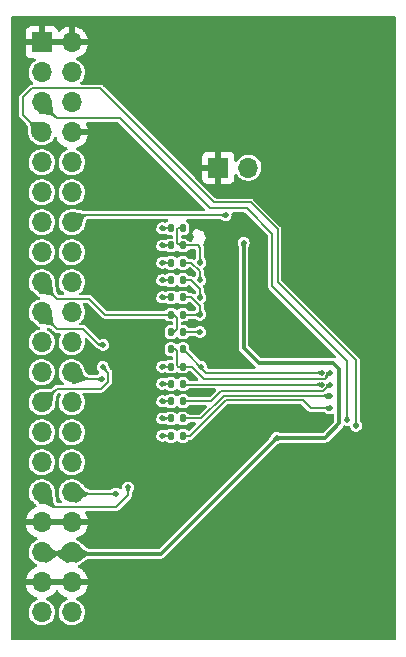
<source format=gbr>
%TF.GenerationSoftware,KiCad,Pcbnew,(6.0.9)*%
%TF.CreationDate,2022-12-05T09:35:11+08:00*%
%TF.ProjectId,Sitronix_2.1''_480x480,53697472-6f6e-4697-985f-322e3127275f,rev?*%
%TF.SameCoordinates,Original*%
%TF.FileFunction,Copper,L2,Bot*%
%TF.FilePolarity,Positive*%
%FSLAX46Y46*%
G04 Gerber Fmt 4.6, Leading zero omitted, Abs format (unit mm)*
G04 Created by KiCad (PCBNEW (6.0.9)) date 2022-12-05 09:35:11*
%MOMM*%
%LPD*%
G01*
G04 APERTURE LIST*
G04 Aperture macros list*
%AMRoundRect*
0 Rectangle with rounded corners*
0 $1 Rounding radius*
0 $2 $3 $4 $5 $6 $7 $8 $9 X,Y pos of 4 corners*
0 Add a 4 corners polygon primitive as box body*
4,1,4,$2,$3,$4,$5,$6,$7,$8,$9,$2,$3,0*
0 Add four circle primitives for the rounded corners*
1,1,$1+$1,$2,$3*
1,1,$1+$1,$4,$5*
1,1,$1+$1,$6,$7*
1,1,$1+$1,$8,$9*
0 Add four rect primitives between the rounded corners*
20,1,$1+$1,$2,$3,$4,$5,0*
20,1,$1+$1,$4,$5,$6,$7,0*
20,1,$1+$1,$6,$7,$8,$9,0*
20,1,$1+$1,$8,$9,$2,$3,0*%
G04 Aperture macros list end*
%TA.AperFunction,ComponentPad*%
%ADD10R,1.700000X1.700000*%
%TD*%
%TA.AperFunction,ComponentPad*%
%ADD11O,1.700000X1.700000*%
%TD*%
%TA.AperFunction,SMDPad,CuDef*%
%ADD12RoundRect,0.135000X-0.135000X-0.185000X0.135000X-0.185000X0.135000X0.185000X-0.135000X0.185000X0*%
%TD*%
%TA.AperFunction,SMDPad,CuDef*%
%ADD13RoundRect,0.135000X0.135000X0.185000X-0.135000X0.185000X-0.135000X-0.185000X0.135000X-0.185000X0*%
%TD*%
%TA.AperFunction,ViaPad*%
%ADD14C,0.500000*%
%TD*%
%TA.AperFunction,Conductor*%
%ADD15C,0.300000*%
%TD*%
%TA.AperFunction,Conductor*%
%ADD16C,0.200000*%
%TD*%
%TA.AperFunction,Conductor*%
%ADD17C,0.150000*%
%TD*%
G04 APERTURE END LIST*
D10*
%TO.P,J1,1,GND*%
%TO.N,/GND*%
X126339600Y-69494400D03*
D11*
%TO.P,J1,2,GND*%
X128879600Y-69494400D03*
%TO.P,J1,3,IO4*%
%TO.N,unconnected-(J1-Pad3)*%
X126339600Y-72034400D03*
%TO.P,J1,4,IO19*%
%TO.N,unconnected-(J1-Pad4)*%
X128879600Y-72034400D03*
%TO.P,J1,5,I2C_SDA*%
%TO.N,/TP_SDA*%
X126339600Y-74574400D03*
%TO.P,J1,6,IO20*%
%TO.N,unconnected-(J1-Pad6)*%
X128879600Y-74574400D03*
%TO.P,J1,7,I2C_SCL*%
%TO.N,/TP_SCL*%
X126339600Y-77114400D03*
%TO.P,J1,8,GND*%
%TO.N,/GND*%
X128879600Y-77114400D03*
%TO.P,J1,9,LCD_DE*%
%TO.N,/LCD_DE*%
X126339600Y-79654400D03*
%TO.P,J1,10,IO0*%
%TO.N,unconnected-(J1-Pad10)*%
X128879600Y-79654400D03*
%TO.P,J1,11,LCD_HSYNC*%
%TO.N,/LCD_HSYNC*%
X126339600Y-82194400D03*
%TO.P,J1,12,LCD_VSYNC*%
%TO.N,/LCD_VSYNC*%
X128879600Y-82194400D03*
%TO.P,J1,13,LCD_B3*%
%TO.N,/LCD_B3*%
X126339600Y-84734400D03*
%TO.P,J1,14,LCD_PCLK*%
%TO.N,/LCD_PCLK*%
X128879600Y-84734400D03*
%TO.P,J1,15,LCD_B5*%
%TO.N,/LCD_B5*%
X126339600Y-87274400D03*
%TO.P,J1,16,LCD_B4*%
%TO.N,/LCD_B4*%
X128879600Y-87274400D03*
%TO.P,J1,17,LCD_B7*%
%TO.N,/LCD_B7*%
X126339600Y-89814400D03*
%TO.P,J1,18,LCD_B6*%
%TO.N,/LCD_B6*%
X128879600Y-89814400D03*
%TO.P,J1,19,LCD_G3*%
%TO.N,/LCD_G3*%
X126339600Y-92354400D03*
%TO.P,J1,20,LCD_G2*%
%TO.N,/LCD_G2*%
X128879600Y-92354400D03*
%TO.P,J1,21,LCD_G5*%
%TO.N,/LCD_G5*%
X126339600Y-94894400D03*
%TO.P,J1,22,LCD_G4*%
%TO.N,/LCD_G4*%
X128879600Y-94894400D03*
%TO.P,J1,23,LCD_G6*%
%TO.N,/LCD_G6*%
X126339600Y-97434400D03*
%TO.P,J1,24,LCD_G7*%
%TO.N,/LCD_G7*%
X128879600Y-97434400D03*
%TO.P,J1,25,LCD_R3*%
%TO.N,/LCD_R3*%
X126339600Y-99974400D03*
%TO.P,J1,26,LCD_R4*%
%TO.N,/LCD_R4*%
X128879600Y-99974400D03*
%TO.P,J1,27,LCD_R5*%
%TO.N,/LCD_R5*%
X126339600Y-102514400D03*
%TO.P,J1,28,LCD_R6*%
%TO.N,/LCD_R6*%
X128879600Y-102514400D03*
%TO.P,J1,29,LCD_R7*%
%TO.N,/LCD_R7*%
X126339600Y-105054400D03*
%TO.P,J1,30,SPI_MOSI*%
%TO.N,/SPI_SDA*%
X128879600Y-105054400D03*
%TO.P,J1,31,SPI_CS*%
%TO.N,/SPI_CS*%
X126339600Y-107594400D03*
%TO.P,J1,32,SPI_SCK*%
%TO.N,/SPI_SCK*%
X128879600Y-107594400D03*
%TO.P,J1,33,GND*%
%TO.N,/GND*%
X126339600Y-110134400D03*
%TO.P,J1,34,GND*%
X128879600Y-110134400D03*
%TO.P,J1,35,VCC3.3V*%
%TO.N,/VCC3.3V*%
X126339600Y-112674400D03*
%TO.P,J1,36,VCC3.3V*%
X128879600Y-112674400D03*
%TO.P,J1,37,GND*%
%TO.N,/GND*%
X126339600Y-115214400D03*
%TO.P,J1,38,GND*%
X128879600Y-115214400D03*
%TO.P,J1,39,VCC5V*%
%TO.N,unconnected-(J1-Pad39)*%
X126339600Y-117754400D03*
%TO.P,J1,40,VCC5V*%
%TO.N,unconnected-(J1-Pad40)*%
X128879600Y-117754400D03*
%TD*%
D10*
%TO.P,J2,1,Pin_1*%
%TO.N,/GND*%
X141292700Y-80111600D03*
D11*
%TO.P,J2,2,Pin_2*%
%TO.N,/LEDA*%
X143832700Y-80111600D03*
%TD*%
D12*
%TO.P,RB7,1*%
%TO.N,/LCD_DATA13*%
X137277500Y-95487066D03*
%TO.P,RB7,2*%
%TO.N,/LCD_DATA12*%
X138297500Y-95487066D03*
%TD*%
D13*
%TO.P,RB2,1*%
%TO.N,/LCD_DATA1*%
X138295500Y-86698668D03*
%TO.P,RB2,2*%
%TO.N,/LCD_B3*%
X137275500Y-86698668D03*
%TD*%
%TO.P,RB1,1*%
%TO.N,/LCD_DATA1*%
X138295500Y-85233935D03*
%TO.P,RB1,2*%
%TO.N,/LCD_DATA0*%
X137275500Y-85233935D03*
%TD*%
%TO.P,RB9,1*%
%TO.N,/LCD_DATA14*%
X138295500Y-98416532D03*
%TO.P,RB9,2*%
%TO.N,/LCD_R4*%
X137275500Y-98416532D03*
%TD*%
%TO.P,RB5,1*%
%TO.N,/LCD_DATA4*%
X138295500Y-91092867D03*
%TO.P,RB5,2*%
%TO.N,/LCD_B6*%
X137275500Y-91092867D03*
%TD*%
%TO.P,RB12,1*%
%TO.N,/LCD_DATA17*%
X138295500Y-102810735D03*
%TO.P,RB12,2*%
%TO.N,/LCD_R7*%
X137275500Y-102810735D03*
%TD*%
%TO.P,RB4,1*%
%TO.N,/LCD_DATA3*%
X138295500Y-89628134D03*
%TO.P,RB4,2*%
%TO.N,/LCD_B5*%
X137275500Y-89628134D03*
%TD*%
%TO.P,RB8,1*%
%TO.N,/LCD_DATA13*%
X138295500Y-96951799D03*
%TO.P,RB8,2*%
%TO.N,/LCD_R3*%
X137275500Y-96951799D03*
%TD*%
%TO.P,RB6,1*%
%TO.N,/LCD_DATA5*%
X138295500Y-94022333D03*
%TO.P,RB6,2*%
%TO.N,/LCD_B7*%
X137275500Y-94022333D03*
%TD*%
%TO.P,RA5,1*%
%TO.N,/LCD_DATA4*%
X138295500Y-92557600D03*
%TO.P,RA5,2*%
%TO.N,/LCD_B7*%
X137275500Y-92557600D03*
%TD*%
%TO.P,RB11,1*%
%TO.N,/LCD_DATA16*%
X138295500Y-101345998D03*
%TO.P,RB11,2*%
%TO.N,/LCD_R6*%
X137275500Y-101345998D03*
%TD*%
%TO.P,RB10,1*%
%TO.N,/LCD_DATA15*%
X138295500Y-99881265D03*
%TO.P,RB10,2*%
%TO.N,/LCD_R5*%
X137275500Y-99881265D03*
%TD*%
%TO.P,RB3,1*%
%TO.N,/LCD_DATA2*%
X138295500Y-88163401D03*
%TO.P,RB3,2*%
%TO.N,/LCD_B4*%
X137275500Y-88163401D03*
%TD*%
D14*
%TO.N,/GND*%
X138785600Y-112471200D03*
X131165600Y-104851200D03*
X154025600Y-79451200D03*
X131165600Y-109931200D03*
X152806400Y-90830400D03*
X132740400Y-85801200D03*
X133705600Y-69291200D03*
X135280400Y-93827600D03*
X135280400Y-99263200D03*
X151485600Y-79451200D03*
X154025600Y-87071200D03*
X135280400Y-90424000D03*
X147193000Y-100471400D03*
X154025600Y-109931200D03*
X141325600Y-109931200D03*
X138785600Y-76911200D03*
X133705600Y-71831200D03*
X133705600Y-74371200D03*
X132740400Y-88950800D03*
X133705600Y-79451200D03*
X138785600Y-104851200D03*
X135280400Y-100634800D03*
X135280400Y-88950800D03*
X136245600Y-104851200D03*
X131165600Y-69291200D03*
X143865600Y-76911200D03*
X132740400Y-102108000D03*
X135280400Y-102108000D03*
X141325600Y-81991200D03*
X138785600Y-74371200D03*
X141325600Y-76911200D03*
X136245600Y-76911200D03*
X136245600Y-115011200D03*
X131165600Y-71831200D03*
X131165600Y-117551200D03*
X146405600Y-76911200D03*
X154025600Y-84531200D03*
X131165600Y-115011200D03*
X151485600Y-84531200D03*
X148945600Y-109931200D03*
X141325600Y-104851200D03*
X131165600Y-81991200D03*
X143865600Y-109931200D03*
X135280400Y-87426800D03*
X133705600Y-115011200D03*
X135280400Y-96266000D03*
X152806400Y-92456000D03*
X148945600Y-81991200D03*
X138785600Y-79451200D03*
X136245600Y-109931200D03*
X136245600Y-81991200D03*
X154025600Y-81991200D03*
X146405600Y-109931200D03*
X132740400Y-93827600D03*
X132740400Y-90424000D03*
X148945600Y-104851200D03*
X150266400Y-92456000D03*
X150266400Y-90830400D03*
X146405600Y-79451200D03*
X151485600Y-87071200D03*
X146405600Y-104851200D03*
X148945600Y-79451200D03*
X133705600Y-109931200D03*
X132740400Y-96266000D03*
X131165600Y-76911200D03*
X132740400Y-100634800D03*
X132740400Y-99263200D03*
X132740400Y-87426800D03*
X136245600Y-74371200D03*
X133705600Y-104851200D03*
X151485600Y-109931200D03*
X146405600Y-81991200D03*
X135280400Y-85801200D03*
%TO.N,/VCC3.3V*%
X143426300Y-86471400D03*
X146245900Y-102995900D03*
%TO.N,/TP_SCL*%
X152951300Y-101971400D03*
%TO.N,/TP_SDA*%
X152189300Y-101471400D03*
%TO.N,/LCD_DATA17*%
X150776186Y-100471400D03*
%TO.N,/LCD_DATA16*%
X150776186Y-99471400D03*
%TO.N,/LCD_DATA15*%
X150776186Y-98471400D03*
%TO.N,/LCD_DATA14*%
X150030300Y-98471400D03*
%TO.N,/LCD_DATA13*%
X150776186Y-97471400D03*
%TO.N,/LCD_DATA12*%
X150030300Y-97471400D03*
X139802565Y-96968735D03*
%TO.N,/LCD_G7*%
X131437500Y-98010500D03*
%TO.N,/LCD_G3*%
X131539100Y-95114900D03*
%TO.N,/LCD_DATA5*%
X139743300Y-94022333D03*
%TO.N,/LCD_DATA4*%
X139743300Y-92557600D03*
%TO.N,/LCD_DATA3*%
X139743300Y-91117177D03*
%TO.N,/LCD_DATA2*%
X139743300Y-89636600D03*
%TO.N,/LCD_DATA1*%
X139743300Y-88163400D03*
%TO.N,/LCD_DATA0*%
X136542900Y-85233935D03*
%TO.N,/LCD_PCLK*%
X141902300Y-84124800D03*
%TO.N,/SPI_CS*%
X133647300Y-107188000D03*
%TO.N,/SPI_SCK*%
X132631300Y-107721400D03*
%TO.N,/LCD_B4*%
X136542900Y-88163401D03*
%TO.N,/LCD_B5*%
X136542900Y-89628134D03*
%TO.N,/LCD_B6*%
X136542900Y-91092867D03*
%TO.N,/LCD_R3*%
X131488300Y-96977200D03*
X136542900Y-96951799D03*
%TO.N,/LCD_R4*%
X136542900Y-98416532D03*
%TO.N,/LCD_R5*%
X136542900Y-99881265D03*
%TO.N,/LCD_R6*%
X136542900Y-101345998D03*
%TO.N,/LCD_R7*%
X136542900Y-102810735D03*
%TO.N,/LCD_B3*%
X136542900Y-86698668D03*
%TD*%
D15*
%TO.N,/VCC3.3V*%
X128887100Y-112801400D02*
X136415900Y-112801400D01*
X151511000Y-101770300D02*
X150284300Y-102997000D01*
X143426300Y-95377000D02*
X144696300Y-96647000D01*
X143426300Y-86471400D02*
X143426300Y-95377000D01*
D16*
X146247000Y-102997000D02*
X146245900Y-102995900D01*
D15*
X151511000Y-97133350D02*
X151511000Y-101770300D01*
X136415900Y-112801400D02*
X146245900Y-102971400D01*
X151024650Y-96647000D02*
X151511000Y-97133350D01*
X150284300Y-102997000D02*
X146247000Y-102997000D01*
X144696300Y-96647000D02*
X151024650Y-96647000D01*
X126347100Y-112801400D02*
X128887100Y-112801400D01*
D17*
%TO.N,/TP_SCL*%
X140929564Y-83058000D02*
X131277564Y-73406000D01*
X131277564Y-73406000D02*
X125519300Y-73406000D01*
X144018000Y-83058000D02*
X140929564Y-83058000D01*
X152951300Y-101971400D02*
X152951300Y-96436300D01*
X146304000Y-89789000D02*
X146304000Y-85344000D01*
X152951300Y-96436300D02*
X146304000Y-89789000D01*
X124757300Y-75651600D02*
X126347100Y-77241400D01*
X125519300Y-73406000D02*
X124757300Y-74168000D01*
X146304000Y-85344000D02*
X144018000Y-83058000D01*
X124757300Y-74168000D02*
X124757300Y-75651600D01*
%TO.N,/TP_SDA*%
X140589000Y-83566000D02*
X132969000Y-75946000D01*
X127591700Y-75946000D02*
X126347100Y-74701400D01*
X132969000Y-75946000D02*
X127591700Y-75946000D01*
X152189300Y-101473000D02*
X152189300Y-96520000D01*
X145839300Y-85725000D02*
X143680300Y-83566000D01*
X152189300Y-96520000D02*
X145839300Y-90170000D01*
X143680300Y-83566000D02*
X140589000Y-83566000D01*
X145839300Y-90170000D02*
X145839300Y-85725000D01*
%TO.N,/LCD_DATA17*%
X149126900Y-100471400D02*
X150776186Y-100471400D01*
X138295500Y-102810735D02*
X138913565Y-102810735D01*
X138913565Y-102810735D02*
X141902300Y-99822000D01*
X141902300Y-99822000D02*
X148477500Y-99822000D01*
X148477500Y-99822000D02*
X149126900Y-100471400D01*
%TO.N,/LCD_DATA16*%
X139827002Y-101345998D02*
X141732000Y-99441000D01*
X150745786Y-99441000D02*
X150776186Y-99471400D01*
X138295500Y-101345998D02*
X139827002Y-101345998D01*
X141732000Y-99441000D02*
X150745786Y-99441000D01*
%TO.N,/LCD_DATA15*%
X140656735Y-99881265D02*
X141478000Y-99060000D01*
X138295500Y-99881265D02*
X140656735Y-99881265D01*
X150676186Y-98497266D02*
X150676186Y-98471400D01*
X150187586Y-99060000D02*
X150776186Y-98471400D01*
X141478000Y-99060000D02*
X150187586Y-99060000D01*
%TO.N,/LCD_DATA14*%
X150030300Y-98471400D02*
X150030300Y-98475800D01*
X138295500Y-98416532D02*
X138350368Y-98471400D01*
X138350368Y-98471400D02*
X150030300Y-98471400D01*
%TO.N,/LCD_DATA13*%
X137914499Y-96951799D02*
X138295500Y-96951799D01*
X150279786Y-97967800D02*
X150776186Y-97471400D01*
X138295500Y-96951799D02*
X139032099Y-96951799D01*
X137787500Y-96824800D02*
X137914499Y-96951799D01*
X137787500Y-95656400D02*
X137787500Y-96824800D01*
X137618166Y-95487066D02*
X137787500Y-95656400D01*
X140048100Y-97967800D02*
X150279786Y-97967800D01*
X139032099Y-96951799D02*
X140048100Y-97967800D01*
X137277500Y-95487066D02*
X137618166Y-95487066D01*
%TO.N,/LCD_DATA12*%
X140281834Y-97471400D02*
X150030300Y-97471400D01*
X138297500Y-95487066D02*
X140281834Y-97471400D01*
%TO.N,/LCD_G7*%
X129318900Y-97993200D02*
X128887100Y-97561400D01*
X131437500Y-98010500D02*
X131420200Y-97993200D01*
X131420200Y-97993200D02*
X129318900Y-97993200D01*
%TO.N,/LCD_G3*%
X129862700Y-93776800D02*
X127642500Y-93776800D01*
X131200800Y-95114900D02*
X129862700Y-93776800D01*
X127642500Y-93776800D02*
X126347100Y-92481400D01*
X131539100Y-95114900D02*
X131200800Y-95114900D01*
%TO.N,/LCD_DATA5*%
X139743300Y-94022333D02*
X138295500Y-94022333D01*
%TO.N,/LCD_DATA4*%
X138295500Y-92557600D02*
X139743300Y-92557600D01*
X138295500Y-91092867D02*
X139015167Y-91092867D01*
X139015167Y-91092867D02*
X139743300Y-91821000D01*
X139743300Y-91821000D02*
X139743300Y-92557600D01*
%TO.N,/LCD_DATA3*%
X139743300Y-90424000D02*
X139743300Y-91117177D01*
X138295500Y-89628134D02*
X138947434Y-89628134D01*
X138947434Y-89628134D02*
X139743300Y-90424000D01*
%TO.N,/LCD_DATA2*%
X138295500Y-88163401D02*
X139006701Y-88163401D01*
X139743300Y-88900000D02*
X139743300Y-89636600D01*
X139006701Y-88163401D02*
X139743300Y-88900000D01*
%TO.N,/LCD_DATA1*%
X137795000Y-85344000D02*
X137795000Y-86487000D01*
X139530668Y-86698668D02*
X139743300Y-86911300D01*
X137905065Y-85233935D02*
X137795000Y-85344000D01*
X138295500Y-85233935D02*
X137905065Y-85233935D01*
X138295500Y-86698668D02*
X139530668Y-86698668D01*
X137795000Y-86487000D02*
X138006668Y-86698668D01*
X139743300Y-86911300D02*
X139743300Y-88163400D01*
X138006668Y-86698668D02*
X138295500Y-86698668D01*
%TO.N,/LCD_DATA0*%
X136542900Y-85233935D02*
X137275500Y-85233935D01*
%TO.N,/LCD_PCLK*%
X141902300Y-84124800D02*
X129623700Y-84124800D01*
X129623700Y-84124800D02*
X128887100Y-84861400D01*
%TO.N,/SPI_CS*%
X127464700Y-108839000D02*
X126347100Y-107721400D01*
X133647300Y-107188000D02*
X133647300Y-107823000D01*
X132631300Y-108839000D02*
X127464700Y-108839000D01*
X133647300Y-107823000D02*
X132631300Y-108839000D01*
%TO.N,/SPI_SCK*%
X132605900Y-107721400D02*
X128887100Y-107721400D01*
%TO.N,/LCD_B4*%
X137275500Y-88163401D02*
X136542900Y-88163401D01*
%TO.N,/LCD_B5*%
X137275500Y-89628134D02*
X136542900Y-89628134D01*
%TO.N,/LCD_B6*%
X137275500Y-91092867D02*
X136542900Y-91092867D01*
%TO.N,/LCD_B7*%
X137541967Y-94022333D02*
X137275500Y-94022333D01*
X137558900Y-92557600D02*
X137800500Y-92799200D01*
X127642500Y-91236800D02*
X126347100Y-89941400D01*
X131691500Y-92557600D02*
X130370700Y-91236800D01*
X137800500Y-92799200D02*
X137800500Y-93763800D01*
X137275500Y-92557600D02*
X131691500Y-92557600D01*
X137800500Y-93763800D02*
X137541967Y-94022333D01*
X137275500Y-92557600D02*
X137558900Y-92557600D01*
X130370700Y-91236800D02*
X127642500Y-91236800D01*
%TO.N,/LCD_R3*%
X137275500Y-96951799D02*
X136542900Y-96951799D01*
X131970900Y-97459800D02*
X131970900Y-98221800D01*
X131970900Y-98221800D02*
X131361300Y-98831400D01*
X131361300Y-98831400D02*
X127617100Y-98831400D01*
X131488300Y-96977200D02*
X131970900Y-97459800D01*
X127617100Y-98831400D02*
X126347100Y-100101400D01*
%TO.N,/LCD_R4*%
X137275500Y-98416532D02*
X136542900Y-98416532D01*
%TO.N,/LCD_R5*%
X137275500Y-99881265D02*
X136542900Y-99881265D01*
%TO.N,/LCD_R6*%
X137275500Y-101345998D02*
X136542900Y-101345998D01*
%TO.N,/LCD_R7*%
X137275500Y-102810735D02*
X136542900Y-102810735D01*
%TO.N,/LCD_B3*%
X137275500Y-86698668D02*
X136542900Y-86698668D01*
%TD*%
%TA.AperFunction,Conductor*%
%TO.N,/LCD_R5*%
G36*
X136659335Y-99660173D02*
G01*
X136679128Y-99670536D01*
X136695089Y-99678894D01*
X136695667Y-99679217D01*
X136732327Y-99701139D01*
X136732687Y-99701364D01*
X136765090Y-99722373D01*
X136765131Y-99722399D01*
X136795181Y-99742060D01*
X136795203Y-99742074D01*
X136795260Y-99742111D01*
X136824836Y-99759951D01*
X136855816Y-99775496D01*
X136856110Y-99775606D01*
X136856115Y-99775608D01*
X136889824Y-99788198D01*
X136889830Y-99788200D01*
X136890157Y-99788322D01*
X136929813Y-99798008D01*
X136976742Y-99804130D01*
X137021644Y-99805837D01*
X137029781Y-99809576D01*
X137032900Y-99817529D01*
X137032900Y-99945001D01*
X137029473Y-99953274D01*
X137021645Y-99956693D01*
X136976742Y-99958399D01*
X136929813Y-99964521D01*
X136890157Y-99974207D01*
X136889830Y-99974329D01*
X136889824Y-99974331D01*
X136856115Y-99986921D01*
X136856110Y-99986923D01*
X136855816Y-99987033D01*
X136824836Y-100002578D01*
X136795260Y-100020418D01*
X136795203Y-100020455D01*
X136795181Y-100020469D01*
X136765131Y-100040130D01*
X136765090Y-100040156D01*
X136732687Y-100061165D01*
X136732327Y-100061390D01*
X136695667Y-100083312D01*
X136695099Y-100083630D01*
X136659335Y-100102357D01*
X136650418Y-100103159D01*
X136645799Y-100100425D01*
X136426669Y-99889698D01*
X136423081Y-99881494D01*
X136426669Y-99872832D01*
X136484178Y-99817529D01*
X136645799Y-99662105D01*
X136654138Y-99658840D01*
X136659335Y-99660173D01*
G37*
%TD.AperFunction*%
%TD*%
%TA.AperFunction,Conductor*%
%TO.N,/LCD_DATA13*%
G36*
X150754541Y-97380753D02*
G01*
X150758732Y-97389140D01*
X150769400Y-97597524D01*
X150774276Y-97692781D01*
X150771276Y-97701218D01*
X150766895Y-97704258D01*
X150758584Y-97707546D01*
X150726255Y-97720333D01*
X150725683Y-97720542D01*
X150682759Y-97734983D01*
X150682370Y-97735107D01*
X150661572Y-97741306D01*
X150643217Y-97746776D01*
X150618939Y-97753845D01*
X150606847Y-97757365D01*
X150606841Y-97757367D01*
X150606796Y-97757380D01*
X150572095Y-97768638D01*
X150537924Y-97782324D01*
X150537676Y-97782452D01*
X150537668Y-97782455D01*
X150503360Y-97800071D01*
X150503354Y-97800074D01*
X150503092Y-97800209D01*
X150466411Y-97824065D01*
X150426690Y-97855664D01*
X150426516Y-97855827D01*
X150391002Y-97889049D01*
X150382619Y-97892199D01*
X150374736Y-97888778D01*
X150285298Y-97799340D01*
X150281871Y-97791067D01*
X150285298Y-97782794D01*
X150358350Y-97709742D01*
X150415946Y-97596704D01*
X150435792Y-97471400D01*
X150435409Y-97468980D01*
X150429542Y-97431934D01*
X150429725Y-97427356D01*
X150432858Y-97414390D01*
X150438132Y-97407153D01*
X150443175Y-97405487D01*
X150745994Y-97378086D01*
X150754541Y-97380753D01*
G37*
%TD.AperFunction*%
%TD*%
%TA.AperFunction,Conductor*%
%TO.N,/LCD_PCLK*%
G36*
X128988158Y-83887307D02*
G01*
X129052219Y-83889022D01*
X129052906Y-83889061D01*
X129125807Y-83895316D01*
X129198709Y-83901571D01*
X129199393Y-83901650D01*
X129326014Y-83920086D01*
X129326571Y-83920181D01*
X129441316Y-83942592D01*
X129441603Y-83942652D01*
X129551755Y-83967100D01*
X129664374Y-83991579D01*
X129786512Y-84014073D01*
X129877271Y-84026182D01*
X129925182Y-84032574D01*
X129925187Y-84032575D01*
X129925363Y-84032598D01*
X130088124Y-84045168D01*
X130088289Y-84045172D01*
X130088290Y-84045172D01*
X130128236Y-84046126D01*
X130270569Y-84049527D01*
X130278758Y-84053151D01*
X130281990Y-84061224D01*
X130281990Y-84189139D01*
X130278563Y-84197412D01*
X130271415Y-84200770D01*
X130134617Y-84213323D01*
X130022561Y-84251936D01*
X129939522Y-84312699D01*
X129879197Y-84392674D01*
X129835286Y-84488924D01*
X129801487Y-84598510D01*
X129771500Y-84718493D01*
X129739023Y-84845936D01*
X129697755Y-84977901D01*
X129641396Y-85111449D01*
X128557954Y-84996523D01*
X128550088Y-84992242D01*
X128547553Y-84983654D01*
X128547988Y-84981503D01*
X128661003Y-84607607D01*
X128725041Y-84395744D01*
X128877016Y-83892950D01*
X128882690Y-83886022D01*
X128888529Y-83884639D01*
X128988158Y-83887307D01*
G37*
%TD.AperFunction*%
%TD*%
%TA.AperFunction,Conductor*%
%TO.N,/VCC3.3V*%
G36*
X146363165Y-102774855D02*
G01*
X146393050Y-102789063D01*
X146393067Y-102789071D01*
X146393116Y-102789094D01*
X146427123Y-102803878D01*
X146459198Y-102816000D01*
X146490618Y-102825704D01*
X146522663Y-102833239D01*
X146546631Y-102837201D01*
X146556428Y-102838821D01*
X146556431Y-102838821D01*
X146556610Y-102838851D01*
X146556771Y-102838868D01*
X146556785Y-102838870D01*
X146586084Y-102841975D01*
X146593739Y-102842786D01*
X146593869Y-102842794D01*
X146593871Y-102842794D01*
X146635258Y-102845287D01*
X146635268Y-102845287D01*
X146635328Y-102845291D01*
X146657359Y-102845907D01*
X146682568Y-102846612D01*
X146682655Y-102846614D01*
X146682723Y-102846614D01*
X146682746Y-102846615D01*
X146700680Y-102846742D01*
X146725384Y-102846917D01*
X146733632Y-102850403D01*
X146737000Y-102858617D01*
X146737000Y-103135380D01*
X146733573Y-103143653D01*
X146725381Y-103147080D01*
X146682413Y-103147376D01*
X146634885Y-103148670D01*
X146620904Y-103149492D01*
X146593256Y-103151116D01*
X146593240Y-103151117D01*
X146593126Y-103151124D01*
X146593006Y-103151136D01*
X146592999Y-103151137D01*
X146556006Y-103154968D01*
X146556002Y-103154969D01*
X146555843Y-103154985D01*
X146521745Y-103160497D01*
X146521558Y-103160540D01*
X146521553Y-103160541D01*
X146489728Y-103167862D01*
X146489722Y-103167864D01*
X146489542Y-103167905D01*
X146489373Y-103167956D01*
X146489362Y-103167959D01*
X146468843Y-103174160D01*
X146457941Y-103177454D01*
X146439057Y-103184434D01*
X146425811Y-103189330D01*
X146425802Y-103189334D01*
X146425652Y-103189389D01*
X146425521Y-103189445D01*
X146425505Y-103189451D01*
X146420602Y-103191535D01*
X146391383Y-103203953D01*
X146391341Y-103203973D01*
X146391333Y-103203976D01*
X146361144Y-103218002D01*
X146352197Y-103218380D01*
X146348066Y-103215787D01*
X146335848Y-103203929D01*
X146320865Y-103189389D01*
X146316346Y-103185003D01*
X146120902Y-102995330D01*
X146213368Y-102907218D01*
X146215176Y-102905495D01*
X146350071Y-102776952D01*
X146358424Y-102773725D01*
X146363165Y-102774855D01*
G37*
%TD.AperFunction*%
%TD*%
%TA.AperFunction,Conductor*%
%TO.N,/LCD_B3*%
G36*
X136659335Y-86477576D02*
G01*
X136679128Y-86487939D01*
X136695089Y-86496297D01*
X136695667Y-86496620D01*
X136732327Y-86518542D01*
X136732687Y-86518767D01*
X136765090Y-86539776D01*
X136765131Y-86539802D01*
X136795181Y-86559463D01*
X136795203Y-86559477D01*
X136795260Y-86559514D01*
X136824836Y-86577354D01*
X136855816Y-86592899D01*
X136856110Y-86593009D01*
X136856115Y-86593011D01*
X136889824Y-86605601D01*
X136889830Y-86605603D01*
X136890157Y-86605725D01*
X136929813Y-86615411D01*
X136976742Y-86621533D01*
X137021644Y-86623240D01*
X137029781Y-86626979D01*
X137032900Y-86634932D01*
X137032900Y-86762404D01*
X137029473Y-86770677D01*
X137021645Y-86774096D01*
X136976742Y-86775802D01*
X136929813Y-86781924D01*
X136890157Y-86791610D01*
X136889830Y-86791732D01*
X136889824Y-86791734D01*
X136856115Y-86804324D01*
X136856110Y-86804326D01*
X136855816Y-86804436D01*
X136824836Y-86819981D01*
X136795260Y-86837821D01*
X136795203Y-86837858D01*
X136795181Y-86837872D01*
X136765131Y-86857533D01*
X136765090Y-86857559D01*
X136732687Y-86878568D01*
X136732327Y-86878793D01*
X136695667Y-86900715D01*
X136695099Y-86901033D01*
X136659335Y-86919760D01*
X136650418Y-86920562D01*
X136645799Y-86917828D01*
X136426669Y-86707101D01*
X136423081Y-86698897D01*
X136426669Y-86690235D01*
X136484178Y-86634932D01*
X136645799Y-86479508D01*
X136654138Y-86476243D01*
X136659335Y-86477576D01*
G37*
%TD.AperFunction*%
%TD*%
%TA.AperFunction,Conductor*%
%TO.N,/TP_SDA*%
G36*
X127150024Y-74422451D02*
G01*
X127201133Y-74600174D01*
X127205727Y-74626251D01*
X127205727Y-74626256D01*
X127205770Y-74626499D01*
X127205771Y-74626508D01*
X127229224Y-74759646D01*
X127229353Y-74760614D01*
X127242579Y-74905749D01*
X127242614Y-74906254D01*
X127249062Y-75041492D01*
X127256740Y-75170298D01*
X127273685Y-75296114D01*
X127307947Y-75422634D01*
X127367577Y-75553554D01*
X127460625Y-75692569D01*
X127460897Y-75692874D01*
X127587786Y-75835129D01*
X127590736Y-75843584D01*
X127587328Y-75851190D01*
X127496890Y-75941628D01*
X127488617Y-75945055D01*
X127480829Y-75942086D01*
X127338574Y-75815197D01*
X127338269Y-75814925D01*
X127199254Y-75721877D01*
X127068334Y-75662247D01*
X127067874Y-75662122D01*
X127067870Y-75662121D01*
X126942191Y-75628087D01*
X126942190Y-75628087D01*
X126941814Y-75627985D01*
X126815998Y-75611040D01*
X126815783Y-75611027D01*
X126815781Y-75611027D01*
X126687216Y-75603363D01*
X126687192Y-75603362D01*
X126682717Y-75603149D01*
X126551954Y-75596914D01*
X126551449Y-75596879D01*
X126406314Y-75583653D01*
X126405346Y-75583524D01*
X126246477Y-75555539D01*
X126245273Y-75555260D01*
X126206116Y-75544000D01*
X126076445Y-75506709D01*
X126069443Y-75501130D01*
X126067982Y-75495695D01*
X126046810Y-74412659D01*
X126050075Y-74404321D01*
X126054242Y-74401537D01*
X126055475Y-74401054D01*
X127150024Y-74422451D01*
G37*
%TD.AperFunction*%
%TD*%
%TA.AperFunction,Conductor*%
%TO.N,/LCD_G3*%
G36*
X126303910Y-92053514D02*
G01*
X127157518Y-92154749D01*
X127165329Y-92159126D01*
X127167640Y-92164220D01*
X127191986Y-92294784D01*
X127199351Y-92334283D01*
X127199504Y-92335404D01*
X127205704Y-92405995D01*
X127205706Y-92406007D01*
X127213570Y-92495540D01*
X127215959Y-92641597D01*
X127214173Y-92776733D01*
X127215761Y-92904673D01*
X127228274Y-93029142D01*
X127259262Y-93153864D01*
X127316274Y-93282566D01*
X127406861Y-93418972D01*
X127538574Y-93566808D01*
X127432508Y-93672874D01*
X127275729Y-93532275D01*
X127131537Y-93433444D01*
X126996198Y-93367878D01*
X126865978Y-93327073D01*
X126737142Y-93302524D01*
X126605958Y-93285728D01*
X126468690Y-93268182D01*
X126321604Y-93241381D01*
X126160967Y-93196822D01*
X126064522Y-93158433D01*
X126064522Y-93158432D01*
X125991063Y-93129192D01*
X125984644Y-93122949D01*
X125983726Y-93117399D01*
X126048785Y-92295068D01*
X126048785Y-92295063D01*
X126048807Y-92294787D01*
X126048807Y-92294784D01*
X126057801Y-92181099D01*
X126057819Y-92180880D01*
X126069130Y-92037912D01*
X126073198Y-92029936D01*
X126082171Y-92027217D01*
X126303910Y-92053514D01*
G37*
%TD.AperFunction*%
%TD*%
%TA.AperFunction,Conductor*%
%TO.N,/LCD_DATA16*%
G36*
X150825971Y-99397949D02*
G01*
X150880439Y-99419592D01*
X150880605Y-99419658D01*
X150887028Y-99425898D01*
X150886981Y-99435273D01*
X150763760Y-99713199D01*
X150757275Y-99719372D01*
X150751964Y-99720104D01*
X150704393Y-99715603D01*
X150703635Y-99715506D01*
X150656265Y-99707875D01*
X150655583Y-99707744D01*
X150614005Y-99698414D01*
X150613505Y-99698290D01*
X150575288Y-99687908D01*
X150575102Y-99687856D01*
X150537974Y-99677110D01*
X150537965Y-99677107D01*
X150537901Y-99677089D01*
X150537847Y-99677074D01*
X150499706Y-99666721D01*
X150499692Y-99666718D01*
X150499583Y-99666688D01*
X150474690Y-99661126D01*
X150458119Y-99657423D01*
X150458112Y-99657422D01*
X150457912Y-99657377D01*
X150410567Y-99649857D01*
X150395313Y-99648471D01*
X150355424Y-99644848D01*
X150355410Y-99644847D01*
X150355232Y-99644831D01*
X150355048Y-99644826D01*
X150355033Y-99644825D01*
X150300960Y-99643317D01*
X150292785Y-99639661D01*
X150289586Y-99631622D01*
X150289586Y-99504178D01*
X150293013Y-99495905D01*
X150300752Y-99492490D01*
X150319496Y-99491633D01*
X150338389Y-99490770D01*
X150338719Y-99490717D01*
X150338721Y-99490717D01*
X150378836Y-99484301D01*
X150378837Y-99484301D01*
X150379248Y-99484235D01*
X150379643Y-99484113D01*
X150379647Y-99484112D01*
X150397819Y-99478495D01*
X150397820Y-99478494D01*
X150413582Y-99473622D01*
X150442807Y-99459159D01*
X150468340Y-99441073D01*
X150491600Y-99419592D01*
X150514004Y-99394945D01*
X150536968Y-99367359D01*
X150561911Y-99337063D01*
X150590250Y-99304284D01*
X150825971Y-99397949D01*
G37*
%TD.AperFunction*%
%TD*%
%TA.AperFunction,Conductor*%
%TO.N,/LCD_R6*%
G36*
X136659335Y-101124906D02*
G01*
X136679128Y-101135269D01*
X136695089Y-101143627D01*
X136695667Y-101143950D01*
X136732327Y-101165872D01*
X136732687Y-101166097D01*
X136765090Y-101187106D01*
X136765131Y-101187132D01*
X136795181Y-101206793D01*
X136795203Y-101206807D01*
X136795260Y-101206844D01*
X136824836Y-101224684D01*
X136855816Y-101240229D01*
X136856110Y-101240339D01*
X136856115Y-101240341D01*
X136889824Y-101252931D01*
X136889830Y-101252933D01*
X136890157Y-101253055D01*
X136929813Y-101262741D01*
X136976742Y-101268863D01*
X137021644Y-101270570D01*
X137029781Y-101274309D01*
X137032900Y-101282262D01*
X137032900Y-101409734D01*
X137029473Y-101418007D01*
X137021645Y-101421426D01*
X136976742Y-101423132D01*
X136929813Y-101429254D01*
X136890157Y-101438940D01*
X136889830Y-101439062D01*
X136889824Y-101439064D01*
X136856115Y-101451654D01*
X136856110Y-101451656D01*
X136855816Y-101451766D01*
X136824836Y-101467311D01*
X136795260Y-101485151D01*
X136795203Y-101485188D01*
X136795181Y-101485202D01*
X136765131Y-101504863D01*
X136765090Y-101504889D01*
X136732687Y-101525898D01*
X136732327Y-101526123D01*
X136695667Y-101548045D01*
X136695099Y-101548363D01*
X136659335Y-101567090D01*
X136650418Y-101567892D01*
X136645799Y-101565158D01*
X136426669Y-101354431D01*
X136423081Y-101346227D01*
X136426669Y-101337565D01*
X136484178Y-101282262D01*
X136645799Y-101126838D01*
X136654138Y-101123573D01*
X136659335Y-101124906D01*
G37*
%TD.AperFunction*%
%TD*%
%TA.AperFunction,Conductor*%
%TO.N,/VCC3.3V*%
G36*
X129366209Y-111977844D02*
G01*
X129497153Y-112075496D01*
X129497822Y-112076034D01*
X129613031Y-112175900D01*
X129613421Y-112176255D01*
X129713601Y-112271781D01*
X129805655Y-112360965D01*
X129896421Y-112441702D01*
X129992934Y-112512068D01*
X130102225Y-112570143D01*
X130231327Y-112614004D01*
X130231764Y-112614082D01*
X130231769Y-112614083D01*
X130315973Y-112629053D01*
X130387275Y-112641730D01*
X130565996Y-112650834D01*
X130574083Y-112654677D01*
X130577100Y-112662519D01*
X130577100Y-112940258D01*
X130573673Y-112948531D01*
X130566070Y-112951900D01*
X130366964Y-112960926D01*
X130193171Y-112987648D01*
X130047565Y-113028776D01*
X129921993Y-113081522D01*
X129808301Y-113143099D01*
X129698335Y-113210719D01*
X129583940Y-113281593D01*
X129456962Y-113352933D01*
X129309248Y-113421951D01*
X129162586Y-113475024D01*
X129140679Y-113482952D01*
X129131734Y-113482545D01*
X129127428Y-113479088D01*
X129125542Y-113476638D01*
X128459293Y-112611416D01*
X129352445Y-111977681D01*
X129361175Y-111975688D01*
X129366209Y-111977844D01*
G37*
%TD.AperFunction*%
%TD*%
%TA.AperFunction,Conductor*%
%TO.N,/SPI_CS*%
G36*
X126303910Y-107293514D02*
G01*
X127157518Y-107394749D01*
X127165329Y-107399126D01*
X127167640Y-107404220D01*
X127191986Y-107534784D01*
X127199351Y-107574283D01*
X127199504Y-107575404D01*
X127205704Y-107645995D01*
X127205706Y-107646007D01*
X127213570Y-107735540D01*
X127215959Y-107881597D01*
X127214173Y-108016733D01*
X127215761Y-108144673D01*
X127228274Y-108269142D01*
X127259262Y-108393864D01*
X127316274Y-108522566D01*
X127406861Y-108658972D01*
X127538574Y-108806808D01*
X127432508Y-108912874D01*
X127275729Y-108772275D01*
X127131537Y-108673444D01*
X126996198Y-108607878D01*
X126865978Y-108567073D01*
X126737142Y-108542524D01*
X126605958Y-108525728D01*
X126468690Y-108508182D01*
X126321604Y-108481381D01*
X126160967Y-108436822D01*
X126064522Y-108398433D01*
X126064522Y-108398432D01*
X125991063Y-108369192D01*
X125984644Y-108362949D01*
X125983726Y-108357399D01*
X126048785Y-107535068D01*
X126048785Y-107535063D01*
X126048807Y-107534787D01*
X126048807Y-107534784D01*
X126057801Y-107421099D01*
X126057819Y-107420880D01*
X126069130Y-107277912D01*
X126073198Y-107269936D01*
X126082171Y-107267217D01*
X126303910Y-107293514D01*
G37*
%TD.AperFunction*%
%TD*%
%TA.AperFunction,Conductor*%
%TO.N,/LCD_DATA15*%
G36*
X150754541Y-98380753D02*
G01*
X150758732Y-98389140D01*
X150769400Y-98597524D01*
X150774276Y-98692781D01*
X150771276Y-98701218D01*
X150766895Y-98704258D01*
X150758584Y-98707546D01*
X150726255Y-98720333D01*
X150725683Y-98720542D01*
X150682759Y-98734983D01*
X150682370Y-98735107D01*
X150661572Y-98741306D01*
X150643217Y-98746776D01*
X150618939Y-98753845D01*
X150606847Y-98757365D01*
X150606841Y-98757367D01*
X150606796Y-98757380D01*
X150572095Y-98768638D01*
X150537924Y-98782324D01*
X150537676Y-98782452D01*
X150537668Y-98782455D01*
X150503360Y-98800071D01*
X150503354Y-98800074D01*
X150503092Y-98800209D01*
X150466411Y-98824065D01*
X150426690Y-98855664D01*
X150426516Y-98855827D01*
X150391002Y-98889049D01*
X150382619Y-98892199D01*
X150374736Y-98888778D01*
X150285298Y-98799340D01*
X150281871Y-98791067D01*
X150285298Y-98782794D01*
X150358350Y-98709742D01*
X150415946Y-98596704D01*
X150435792Y-98471400D01*
X150435409Y-98468980D01*
X150429542Y-98431934D01*
X150429725Y-98427356D01*
X150432858Y-98414390D01*
X150438132Y-98407153D01*
X150443175Y-98405487D01*
X150745994Y-98378086D01*
X150754541Y-98380753D01*
G37*
%TD.AperFunction*%
%TD*%
%TA.AperFunction,Conductor*%
%TO.N,/LCD_R3*%
G36*
X127496841Y-98861123D02*
G01*
X127587354Y-98951636D01*
X127590781Y-98959909D01*
X127587839Y-98967667D01*
X127509688Y-99055888D01*
X127462298Y-99109384D01*
X127462073Y-99109728D01*
X127462070Y-99109731D01*
X127451091Y-99126467D01*
X127371268Y-99248148D01*
X127313327Y-99379017D01*
X127279752Y-99505295D01*
X127261817Y-99630283D01*
X127250798Y-99757282D01*
X127237971Y-99889597D01*
X127214611Y-100030528D01*
X127171994Y-100183378D01*
X127101396Y-100351449D01*
X126049747Y-100239895D01*
X126047693Y-100239677D01*
X126015998Y-100236315D01*
X126008132Y-100232034D01*
X126005654Y-100222992D01*
X126010475Y-100189928D01*
X126056957Y-99871103D01*
X126161871Y-99151493D01*
X126166456Y-99143801D01*
X126171682Y-99141615D01*
X126206098Y-99136357D01*
X126330290Y-99117382D01*
X126331530Y-99117261D01*
X126481443Y-99110723D01*
X126482365Y-99110720D01*
X126539643Y-99112821D01*
X126619266Y-99115741D01*
X126619684Y-99115764D01*
X126746920Y-99124996D01*
X126746930Y-99124997D01*
X126746977Y-99125000D01*
X126867784Y-99131041D01*
X126868042Y-99131031D01*
X126868052Y-99131031D01*
X126975844Y-99126818D01*
X126985257Y-99126450D01*
X127102758Y-99103807D01*
X127103265Y-99103605D01*
X127103269Y-99103604D01*
X127149607Y-99085161D01*
X127223653Y-99055690D01*
X127224107Y-99055402D01*
X127350917Y-98974927D01*
X127350920Y-98974924D01*
X127351304Y-98974681D01*
X127377473Y-98951636D01*
X127480836Y-98860615D01*
X127489309Y-98857720D01*
X127496841Y-98861123D01*
G37*
%TD.AperFunction*%
%TD*%
%TA.AperFunction,Conductor*%
%TO.N,/LCD_G7*%
G36*
X129659493Y-97099680D02*
G01*
X129662557Y-97104063D01*
X129711766Y-97227471D01*
X129711930Y-97227909D01*
X129756117Y-97353049D01*
X129796929Y-97470537D01*
X129838963Y-97578306D01*
X129886899Y-97674525D01*
X129945417Y-97757360D01*
X130019196Y-97824978D01*
X130112917Y-97875546D01*
X130231258Y-97907231D01*
X130378900Y-97918200D01*
X130378900Y-98068200D01*
X130171077Y-98074253D01*
X129996865Y-98090684D01*
X129848485Y-98114899D01*
X129718156Y-98144302D01*
X129598098Y-98176300D01*
X129480533Y-98208297D01*
X129357680Y-98237700D01*
X129221760Y-98261915D01*
X129064993Y-98278346D01*
X128879600Y-98284400D01*
X128561496Y-97171257D01*
X128562518Y-97162360D01*
X128569531Y-97156792D01*
X128572098Y-97156360D01*
X129600128Y-97099530D01*
X129601544Y-97099452D01*
X129624850Y-97098163D01*
X129651044Y-97096715D01*
X129659493Y-97099680D01*
G37*
%TD.AperFunction*%
%TD*%
%TA.AperFunction,Conductor*%
%TO.N,/VCC3.3V*%
G36*
X126826209Y-111977844D02*
G01*
X126957153Y-112075496D01*
X126957822Y-112076034D01*
X127073031Y-112175900D01*
X127073421Y-112176255D01*
X127173601Y-112271781D01*
X127265655Y-112360965D01*
X127356421Y-112441702D01*
X127452934Y-112512068D01*
X127562225Y-112570143D01*
X127691327Y-112614004D01*
X127847275Y-112641730D01*
X128037100Y-112651400D01*
X128037100Y-112951400D01*
X127826964Y-112960926D01*
X127653171Y-112987648D01*
X127507565Y-113028776D01*
X127381993Y-113081522D01*
X127268301Y-113143099D01*
X127158335Y-113210719D01*
X127043940Y-113281593D01*
X126916962Y-113352933D01*
X126769248Y-113421951D01*
X126622586Y-113475024D01*
X126600679Y-113482952D01*
X126591734Y-113482545D01*
X126587428Y-113479088D01*
X126585542Y-113476638D01*
X125926716Y-112621056D01*
X125924384Y-112612411D01*
X125929215Y-112604376D01*
X126683242Y-112069357D01*
X126724464Y-112040108D01*
X126812445Y-111977681D01*
X126821175Y-111975688D01*
X126826209Y-111977844D01*
G37*
%TD.AperFunction*%
%TD*%
%TA.AperFunction,Conductor*%
%TO.N,/VCC3.3V*%
G36*
X128522752Y-112042322D02*
G01*
X129312100Y-112801400D01*
X128607567Y-113478915D01*
X128606593Y-113479852D01*
X128606592Y-113479852D01*
X128522752Y-113560478D01*
X128514413Y-113563743D01*
X128509078Y-113562337D01*
X128505640Y-113560478D01*
X128359879Y-113481680D01*
X128359029Y-113481173D01*
X128356788Y-113479703D01*
X128228539Y-113395601D01*
X128227930Y-113395173D01*
X128115467Y-113310729D01*
X128115218Y-113310537D01*
X128097535Y-113296501D01*
X128013125Y-113229498D01*
X127989549Y-113211633D01*
X127914166Y-113154513D01*
X127914162Y-113154510D01*
X127913973Y-113154367D01*
X127893337Y-113141083D01*
X127810552Y-113087793D01*
X127810547Y-113087790D01*
X127810250Y-113087599D01*
X127694330Y-113031555D01*
X127693940Y-113031432D01*
X127693936Y-113031430D01*
X127618822Y-113007661D01*
X127617100Y-113007116D01*
X127558583Y-112988599D01*
X127395382Y-112961093D01*
X127197100Y-112951400D01*
X127197100Y-112651400D01*
X127395382Y-112641706D01*
X127558583Y-112614200D01*
X127694330Y-112571244D01*
X127810250Y-112515200D01*
X127913973Y-112448432D01*
X128013125Y-112373301D01*
X128115335Y-112292169D01*
X128228231Y-112207400D01*
X128359441Y-112121356D01*
X128499478Y-112045653D01*
X128499479Y-112045653D01*
X128509079Y-112040463D01*
X128517985Y-112039543D01*
X128522752Y-112042322D01*
G37*
%TD.AperFunction*%
%TD*%
%TA.AperFunction,Conductor*%
%TO.N,/TP_SCL*%
G36*
X125213364Y-76000607D02*
G01*
X125335068Y-76107667D01*
X125342490Y-76114196D01*
X125342876Y-76114440D01*
X125342880Y-76114443D01*
X125469334Y-76194398D01*
X125469801Y-76194693D01*
X125513544Y-76211976D01*
X125589874Y-76242136D01*
X125589879Y-76242137D01*
X125590389Y-76242339D01*
X125590932Y-76242442D01*
X125590931Y-76242442D01*
X125707161Y-76264542D01*
X125707163Y-76264542D01*
X125707588Y-76264623D01*
X125824731Y-76269035D01*
X125824972Y-76269023D01*
X125824983Y-76269023D01*
X125945151Y-76263064D01*
X126071995Y-76254213D01*
X126072400Y-76254193D01*
X126208673Y-76249949D01*
X126209635Y-76249959D01*
X126358768Y-76257721D01*
X126360042Y-76257858D01*
X126517713Y-76283746D01*
X126525321Y-76288468D01*
X126527414Y-76293745D01*
X126543234Y-76412442D01*
X126543235Y-76412444D01*
X126667293Y-77343225D01*
X126670471Y-77367072D01*
X126668168Y-77375726D01*
X126659966Y-77380267D01*
X125573235Y-77482073D01*
X125505516Y-77314751D01*
X125465451Y-77162608D01*
X125444420Y-77022764D01*
X125444329Y-77021980D01*
X125433568Y-76890775D01*
X125433560Y-76890667D01*
X125424407Y-76764717D01*
X125424406Y-76764706D01*
X125424394Y-76764543D01*
X125408160Y-76640408D01*
X125376187Y-76515099D01*
X125339203Y-76429996D01*
X125319995Y-76385799D01*
X125319994Y-76385798D01*
X125319798Y-76385346D01*
X125230315Y-76247877D01*
X125225419Y-76242339D01*
X125106346Y-76107667D01*
X125103433Y-76099199D01*
X125106838Y-76091644D01*
X125197363Y-76001119D01*
X125205636Y-75997692D01*
X125213364Y-76000607D01*
G37*
%TD.AperFunction*%
%TD*%
%TA.AperFunction,Conductor*%
%TO.N,/VCC3.3V*%
G36*
X128404924Y-111978936D02*
G01*
X128724638Y-112204522D01*
X128877221Y-112312184D01*
X128877223Y-112312184D01*
X129299739Y-112610307D01*
X128678154Y-113421951D01*
X128633902Y-113479734D01*
X128626152Y-113484217D01*
X128620651Y-113483627D01*
X128607567Y-113478915D01*
X128453371Y-113423385D01*
X128306851Y-113354773D01*
X128181016Y-113283543D01*
X128067745Y-113212549D01*
X127958915Y-113144647D01*
X127846403Y-113082689D01*
X127722088Y-113029532D01*
X127577847Y-112988028D01*
X127405559Y-112961032D01*
X127197100Y-112951400D01*
X127197100Y-112651400D01*
X127384766Y-112641699D01*
X127538798Y-112613898D01*
X127616159Y-112587206D01*
X127616160Y-112587206D01*
X127665726Y-112570104D01*
X127666178Y-112569948D01*
X127666595Y-112569723D01*
X127773520Y-112511999D01*
X127773524Y-112511996D01*
X127773886Y-112511801D01*
X127774217Y-112511556D01*
X127774223Y-112511552D01*
X127868676Y-112441574D01*
X127868903Y-112441406D01*
X127869107Y-112441222D01*
X127869114Y-112441216D01*
X127958113Y-112360804D01*
X127958121Y-112360796D01*
X127958210Y-112360716D01*
X128048789Y-112271682D01*
X128147417Y-112176450D01*
X128147837Y-112176064D01*
X128261353Y-112076675D01*
X128262033Y-112076123D01*
X128310735Y-112039543D01*
X128391153Y-111979141D01*
X128399825Y-111976912D01*
X128404924Y-111978936D01*
G37*
%TD.AperFunction*%
%TD*%
%TA.AperFunction,Conductor*%
%TO.N,/VCC3.3V*%
G36*
X126826209Y-111977844D02*
G01*
X126957153Y-112075496D01*
X126957822Y-112076034D01*
X127073031Y-112175900D01*
X127073421Y-112176255D01*
X127173601Y-112271781D01*
X127265655Y-112360965D01*
X127356421Y-112441702D01*
X127452934Y-112512068D01*
X127562225Y-112570143D01*
X127691327Y-112614004D01*
X127847275Y-112641730D01*
X128037100Y-112651400D01*
X128037100Y-112951400D01*
X127826964Y-112960926D01*
X127653171Y-112987648D01*
X127507565Y-113028776D01*
X127381993Y-113081522D01*
X127268301Y-113143099D01*
X127158335Y-113210719D01*
X127043940Y-113281593D01*
X126916962Y-113352933D01*
X126769248Y-113421951D01*
X126622586Y-113475024D01*
X126600679Y-113482952D01*
X126591734Y-113482545D01*
X126587428Y-113479088D01*
X126585542Y-113476638D01*
X125926716Y-112621056D01*
X125924384Y-112612411D01*
X125929215Y-112604376D01*
X126683242Y-112069357D01*
X126724464Y-112040108D01*
X126812445Y-111977681D01*
X126821175Y-111975688D01*
X126826209Y-111977844D01*
G37*
%TD.AperFunction*%
%TD*%
%TA.AperFunction,Conductor*%
%TO.N,/TP_SDA*%
G36*
X126303910Y-74273514D02*
G01*
X127157518Y-74374749D01*
X127165329Y-74379126D01*
X127167640Y-74384220D01*
X127191933Y-74514500D01*
X127199351Y-74554283D01*
X127199504Y-74555404D01*
X127205704Y-74625995D01*
X127205706Y-74626007D01*
X127213570Y-74715540D01*
X127215959Y-74861597D01*
X127214173Y-74996733D01*
X127215761Y-75124673D01*
X127228274Y-75249142D01*
X127259262Y-75373864D01*
X127316274Y-75502566D01*
X127406861Y-75638972D01*
X127538574Y-75786808D01*
X127432508Y-75892874D01*
X127275729Y-75752275D01*
X127131537Y-75653444D01*
X126996198Y-75587878D01*
X126865978Y-75547073D01*
X126737142Y-75522524D01*
X126605958Y-75505728D01*
X126468690Y-75488182D01*
X126321604Y-75461381D01*
X126160967Y-75416822D01*
X126064522Y-75378433D01*
X126064522Y-75378432D01*
X125991063Y-75349192D01*
X125984644Y-75342949D01*
X125983726Y-75337399D01*
X126007136Y-75041492D01*
X126048785Y-74515065D01*
X126048785Y-74515057D01*
X126057801Y-74401099D01*
X126057819Y-74400880D01*
X126069130Y-74257912D01*
X126073198Y-74249936D01*
X126082171Y-74247217D01*
X126303910Y-74273514D01*
G37*
%TD.AperFunction*%
%TD*%
%TA.AperFunction,Conductor*%
%TO.N,/VCC3.3V*%
G36*
X129366209Y-111977844D02*
G01*
X129497153Y-112075496D01*
X129497822Y-112076034D01*
X129613031Y-112175900D01*
X129613421Y-112176255D01*
X129713601Y-112271781D01*
X129805655Y-112360965D01*
X129896421Y-112441702D01*
X129992934Y-112512068D01*
X130102225Y-112570143D01*
X130231327Y-112614004D01*
X130231764Y-112614082D01*
X130231769Y-112614083D01*
X130315973Y-112629053D01*
X130387275Y-112641730D01*
X130565996Y-112650834D01*
X130574083Y-112654677D01*
X130577100Y-112662519D01*
X130577100Y-112940258D01*
X130573673Y-112948531D01*
X130566070Y-112951900D01*
X130366964Y-112960926D01*
X130193171Y-112987648D01*
X130047565Y-113028776D01*
X129921993Y-113081522D01*
X129808301Y-113143099D01*
X129698335Y-113210719D01*
X129583940Y-113281593D01*
X129456962Y-113352933D01*
X129309248Y-113421951D01*
X129162586Y-113475024D01*
X129140679Y-113482952D01*
X129131734Y-113482545D01*
X129127428Y-113479088D01*
X129125542Y-113476638D01*
X128459293Y-112611416D01*
X129352445Y-111977681D01*
X129361175Y-111975688D01*
X129366209Y-111977844D01*
G37*
%TD.AperFunction*%
%TD*%
%TA.AperFunction,Conductor*%
%TO.N,/VCC3.3V*%
G36*
X143434733Y-86355169D02*
G01*
X143645720Y-86574569D01*
X143648985Y-86582908D01*
X143647875Y-86587656D01*
X143633775Y-86617646D01*
X143619124Y-86651687D01*
X143607106Y-86683775D01*
X143597477Y-86715192D01*
X143589996Y-86747221D01*
X143584418Y-86781143D01*
X143580502Y-86818240D01*
X143578006Y-86859794D01*
X143578004Y-86859881D01*
X143576688Y-86907001D01*
X143576686Y-86907086D01*
X143576685Y-86907157D01*
X143576685Y-86907179D01*
X143576383Y-86949783D01*
X143572897Y-86958032D01*
X143564683Y-86961400D01*
X143287917Y-86961400D01*
X143279644Y-86957973D01*
X143276217Y-86949783D01*
X143275914Y-86907179D01*
X143275914Y-86907157D01*
X143275913Y-86907086D01*
X143274593Y-86859794D01*
X143272097Y-86818240D01*
X143268181Y-86781143D01*
X143262603Y-86747221D01*
X143255122Y-86715192D01*
X143245493Y-86683775D01*
X143233475Y-86651687D01*
X143218824Y-86617646D01*
X143204725Y-86587657D01*
X143204306Y-86578712D01*
X143206880Y-86574569D01*
X143417867Y-86355169D01*
X143426071Y-86351581D01*
X143434733Y-86355169D01*
G37*
%TD.AperFunction*%
%TD*%
%TA.AperFunction,Conductor*%
%TO.N,/TP_SCL*%
G36*
X125213364Y-76000607D02*
G01*
X125335068Y-76107667D01*
X125342490Y-76114196D01*
X125342876Y-76114440D01*
X125342880Y-76114443D01*
X125469334Y-76194398D01*
X125469801Y-76194693D01*
X125513544Y-76211976D01*
X125589874Y-76242136D01*
X125589879Y-76242137D01*
X125590389Y-76242339D01*
X125590932Y-76242442D01*
X125590931Y-76242442D01*
X125707161Y-76264542D01*
X125707163Y-76264542D01*
X125707588Y-76264623D01*
X125824731Y-76269035D01*
X125824972Y-76269023D01*
X125824983Y-76269023D01*
X125945151Y-76263064D01*
X126071995Y-76254213D01*
X126072400Y-76254193D01*
X126208673Y-76249949D01*
X126209635Y-76249959D01*
X126358768Y-76257721D01*
X126360042Y-76257858D01*
X126517713Y-76283746D01*
X126525321Y-76288468D01*
X126527414Y-76293745D01*
X126543234Y-76412442D01*
X126543235Y-76412444D01*
X126667293Y-77343225D01*
X126670471Y-77367072D01*
X126668168Y-77375726D01*
X126659966Y-77380267D01*
X125573235Y-77482073D01*
X125505516Y-77314751D01*
X125465451Y-77162608D01*
X125444420Y-77022764D01*
X125444329Y-77021980D01*
X125433568Y-76890775D01*
X125433560Y-76890667D01*
X125424407Y-76764717D01*
X125424406Y-76764706D01*
X125424394Y-76764543D01*
X125408160Y-76640408D01*
X125376187Y-76515099D01*
X125339203Y-76429996D01*
X125319995Y-76385799D01*
X125319994Y-76385798D01*
X125319798Y-76385346D01*
X125230315Y-76247877D01*
X125225419Y-76242339D01*
X125106346Y-76107667D01*
X125103433Y-76099199D01*
X125106838Y-76091644D01*
X125197363Y-76001119D01*
X125205636Y-75997692D01*
X125213364Y-76000607D01*
G37*
%TD.AperFunction*%
%TD*%
%TA.AperFunction,Conductor*%
%TO.N,/LCD_PCLK*%
G36*
X141799401Y-83905640D02*
G01*
X141961023Y-84061064D01*
X142018531Y-84116367D01*
X142022119Y-84124571D01*
X142018531Y-84133233D01*
X141799401Y-84343960D01*
X141791062Y-84347225D01*
X141785865Y-84345892D01*
X141750110Y-84327170D01*
X141749532Y-84326847D01*
X141712872Y-84304925D01*
X141712512Y-84304700D01*
X141680109Y-84283691D01*
X141680068Y-84283665D01*
X141650018Y-84264004D01*
X141649996Y-84263990D01*
X141649939Y-84263953D01*
X141620363Y-84246113D01*
X141589383Y-84230568D01*
X141589089Y-84230458D01*
X141589084Y-84230456D01*
X141555375Y-84217866D01*
X141555369Y-84217864D01*
X141555042Y-84217742D01*
X141515386Y-84208056D01*
X141468457Y-84201934D01*
X141423555Y-84200228D01*
X141415419Y-84196489D01*
X141412300Y-84188536D01*
X141412300Y-84061064D01*
X141415727Y-84052791D01*
X141423556Y-84049372D01*
X141468457Y-84047665D01*
X141515386Y-84041543D01*
X141555042Y-84031857D01*
X141555369Y-84031735D01*
X141555375Y-84031733D01*
X141589084Y-84019143D01*
X141589089Y-84019141D01*
X141589383Y-84019031D01*
X141620363Y-84003486D01*
X141649939Y-83985646D01*
X141649996Y-83985609D01*
X141650018Y-83985595D01*
X141680068Y-83965934D01*
X141680109Y-83965908D01*
X141712512Y-83944899D01*
X141712872Y-83944674D01*
X141749532Y-83922752D01*
X141750110Y-83922429D01*
X141785864Y-83903708D01*
X141794783Y-83902906D01*
X141799401Y-83905640D01*
G37*
%TD.AperFunction*%
%TD*%
%TA.AperFunction,Conductor*%
%TO.N,/LCD_B6*%
G36*
X136659335Y-90871775D02*
G01*
X136679128Y-90882138D01*
X136695089Y-90890496D01*
X136695667Y-90890819D01*
X136732327Y-90912741D01*
X136732687Y-90912966D01*
X136765090Y-90933975D01*
X136765131Y-90934001D01*
X136795181Y-90953662D01*
X136795203Y-90953676D01*
X136795260Y-90953713D01*
X136824836Y-90971553D01*
X136855816Y-90987098D01*
X136856110Y-90987208D01*
X136856115Y-90987210D01*
X136889824Y-90999800D01*
X136889830Y-90999802D01*
X136890157Y-90999924D01*
X136929813Y-91009610D01*
X136976742Y-91015732D01*
X137021644Y-91017439D01*
X137029781Y-91021178D01*
X137032900Y-91029131D01*
X137032900Y-91156603D01*
X137029473Y-91164876D01*
X137021645Y-91168295D01*
X136976742Y-91170001D01*
X136929813Y-91176123D01*
X136890157Y-91185809D01*
X136889830Y-91185931D01*
X136889824Y-91185933D01*
X136856115Y-91198523D01*
X136856110Y-91198525D01*
X136855816Y-91198635D01*
X136824836Y-91214180D01*
X136795260Y-91232020D01*
X136795203Y-91232057D01*
X136795181Y-91232071D01*
X136765131Y-91251732D01*
X136765090Y-91251758D01*
X136732687Y-91272767D01*
X136732327Y-91272992D01*
X136695667Y-91294914D01*
X136695099Y-91295232D01*
X136659335Y-91313959D01*
X136650418Y-91314761D01*
X136645799Y-91312027D01*
X136426669Y-91101300D01*
X136423081Y-91093096D01*
X136426669Y-91084434D01*
X136484178Y-91029131D01*
X136645799Y-90873707D01*
X136654138Y-90870442D01*
X136659335Y-90871775D01*
G37*
%TD.AperFunction*%
%TD*%
%TA.AperFunction,Conductor*%
%TO.N,/VCC3.3V*%
G36*
X128404924Y-111978936D02*
G01*
X128724638Y-112204522D01*
X128877221Y-112312184D01*
X128877223Y-112312184D01*
X129299739Y-112610307D01*
X128678154Y-113421951D01*
X128633902Y-113479734D01*
X128626152Y-113484217D01*
X128620651Y-113483627D01*
X128607567Y-113478915D01*
X128453371Y-113423385D01*
X128306851Y-113354773D01*
X128181016Y-113283543D01*
X128067745Y-113212549D01*
X127958915Y-113144647D01*
X127846403Y-113082689D01*
X127722088Y-113029532D01*
X127577847Y-112988028D01*
X127405559Y-112961032D01*
X127197100Y-112951400D01*
X127197100Y-112651400D01*
X127384766Y-112641699D01*
X127538798Y-112613898D01*
X127616159Y-112587206D01*
X127616160Y-112587206D01*
X127665726Y-112570104D01*
X127666178Y-112569948D01*
X127666595Y-112569723D01*
X127773520Y-112511999D01*
X127773524Y-112511996D01*
X127773886Y-112511801D01*
X127774217Y-112511556D01*
X127774223Y-112511552D01*
X127868676Y-112441574D01*
X127868903Y-112441406D01*
X127869107Y-112441222D01*
X127869114Y-112441216D01*
X127958113Y-112360804D01*
X127958121Y-112360796D01*
X127958210Y-112360716D01*
X128048789Y-112271682D01*
X128147417Y-112176450D01*
X128147837Y-112176064D01*
X128261353Y-112076675D01*
X128262033Y-112076123D01*
X128310735Y-112039543D01*
X128391153Y-111979141D01*
X128399825Y-111976912D01*
X128404924Y-111978936D01*
G37*
%TD.AperFunction*%
%TD*%
%TA.AperFunction,Conductor*%
%TO.N,/LCD_G3*%
G36*
X126303910Y-92053514D02*
G01*
X127157518Y-92154749D01*
X127165329Y-92159126D01*
X127167640Y-92164220D01*
X127191986Y-92294784D01*
X127199351Y-92334283D01*
X127199504Y-92335404D01*
X127205704Y-92405995D01*
X127205706Y-92406007D01*
X127213570Y-92495540D01*
X127215959Y-92641597D01*
X127214173Y-92776733D01*
X127215761Y-92904673D01*
X127228274Y-93029142D01*
X127259262Y-93153864D01*
X127316274Y-93282566D01*
X127406861Y-93418972D01*
X127538574Y-93566808D01*
X127432508Y-93672874D01*
X127275729Y-93532275D01*
X127131537Y-93433444D01*
X126996198Y-93367878D01*
X126865978Y-93327073D01*
X126737142Y-93302524D01*
X126605958Y-93285728D01*
X126468690Y-93268182D01*
X126321604Y-93241381D01*
X126160967Y-93196822D01*
X126064522Y-93158433D01*
X126064522Y-93158432D01*
X125991063Y-93129192D01*
X125984644Y-93122949D01*
X125983726Y-93117399D01*
X126048785Y-92295068D01*
X126048785Y-92295063D01*
X126048807Y-92294787D01*
X126048807Y-92294784D01*
X126057801Y-92181099D01*
X126057819Y-92180880D01*
X126069130Y-92037912D01*
X126073198Y-92029936D01*
X126082171Y-92027217D01*
X126303910Y-92053514D01*
G37*
%TD.AperFunction*%
%TD*%
%TA.AperFunction,Conductor*%
%TO.N,/SPI_SCK*%
G36*
X132528381Y-107502221D02*
G01*
X132592330Y-107563718D01*
X132677894Y-107646000D01*
X132747531Y-107712967D01*
X132751119Y-107721171D01*
X132747531Y-107729833D01*
X132528381Y-107940580D01*
X132520043Y-107943844D01*
X132514877Y-107942528D01*
X132511127Y-107940579D01*
X132477478Y-107923092D01*
X132476981Y-107922818D01*
X132438807Y-107900477D01*
X132438504Y-107900293D01*
X132404655Y-107879081D01*
X132373286Y-107859451D01*
X132373268Y-107859440D01*
X132373194Y-107859394D01*
X132342279Y-107841707D01*
X132342071Y-107841609D01*
X132342066Y-107841606D01*
X132331559Y-107836636D01*
X132309911Y-107826396D01*
X132274089Y-107813834D01*
X132259780Y-107810563D01*
X132233104Y-107804464D01*
X132233099Y-107804463D01*
X132232814Y-107804398D01*
X132201687Y-107800606D01*
X132184341Y-107798493D01*
X132184334Y-107798492D01*
X132184084Y-107798462D01*
X132183832Y-107798453D01*
X132183831Y-107798453D01*
X132159889Y-107797605D01*
X132137186Y-107796800D01*
X132129039Y-107793082D01*
X132125900Y-107785107D01*
X132125900Y-107657693D01*
X132129327Y-107649420D01*
X132137185Y-107646000D01*
X132183832Y-107644346D01*
X132183834Y-107644346D01*
X132184084Y-107644337D01*
X132184336Y-107644306D01*
X132184340Y-107644306D01*
X132196532Y-107642821D01*
X132232814Y-107638401D01*
X132233099Y-107638336D01*
X132233104Y-107638335D01*
X132259780Y-107632236D01*
X132274089Y-107628965D01*
X132309911Y-107616403D01*
X132331559Y-107606163D01*
X132342066Y-107601193D01*
X132342071Y-107601190D01*
X132342279Y-107601092D01*
X132373194Y-107583405D01*
X132373268Y-107583359D01*
X132373286Y-107583348D01*
X132404655Y-107563718D01*
X132438504Y-107542506D01*
X132438807Y-107542322D01*
X132448390Y-107536714D01*
X132476981Y-107519981D01*
X132477478Y-107519707D01*
X132514877Y-107500272D01*
X132523797Y-107499498D01*
X132528381Y-107502221D01*
G37*
%TD.AperFunction*%
%TD*%
%TA.AperFunction,Conductor*%
%TO.N,/LCD_G7*%
G36*
X131349519Y-97784913D02*
G01*
X131470688Y-97918200D01*
X131554034Y-98009882D01*
X131557064Y-98018309D01*
X131552903Y-98026710D01*
X131320099Y-98222288D01*
X131311560Y-98224986D01*
X131306508Y-98223335D01*
X131271212Y-98201939D01*
X131270762Y-98201652D01*
X131234445Y-98177303D01*
X131234217Y-98177146D01*
X131201904Y-98154356D01*
X131201878Y-98154338D01*
X131171797Y-98133527D01*
X131171794Y-98133525D01*
X131171700Y-98133460D01*
X131141826Y-98114881D01*
X131141088Y-98114507D01*
X131110657Y-98099098D01*
X131110651Y-98099096D01*
X131110360Y-98098948D01*
X131075384Y-98085986D01*
X131075038Y-98085903D01*
X131075034Y-98085902D01*
X131035287Y-98076396D01*
X131035289Y-98076396D01*
X131034978Y-98076322D01*
X131003912Y-98072395D01*
X130987478Y-98070317D01*
X130987473Y-98070317D01*
X130987223Y-98070285D01*
X130986969Y-98070276D01*
X130986960Y-98070275D01*
X130941472Y-98068612D01*
X130933330Y-98064885D01*
X130930200Y-98056920D01*
X130930200Y-97929513D01*
X130933627Y-97921240D01*
X130941507Y-97917820D01*
X130950998Y-97917501D01*
X130990140Y-97916185D01*
X131031693Y-97911416D01*
X131040108Y-97910450D01*
X131040110Y-97910450D01*
X131040386Y-97910418D01*
X131058706Y-97906505D01*
X131082727Y-97901375D01*
X131082733Y-97901373D01*
X131083025Y-97901311D01*
X131101704Y-97895254D01*
X131119896Y-97889356D01*
X131119901Y-97889354D01*
X131120145Y-97889275D01*
X131130639Y-97884743D01*
X131153659Y-97874801D01*
X131153669Y-97874796D01*
X131153834Y-97874725D01*
X131186178Y-97858073D01*
X131219266Y-97839731D01*
X131219331Y-97839696D01*
X131254996Y-97820216D01*
X131255359Y-97820026D01*
X131295747Y-97799769D01*
X131296302Y-97799508D01*
X131309846Y-97793582D01*
X131336172Y-97782064D01*
X131345125Y-97781887D01*
X131349519Y-97784913D01*
G37*
%TD.AperFunction*%
%TD*%
%TA.AperFunction,Conductor*%
%TO.N,/LCD_R4*%
G36*
X136659335Y-98195440D02*
G01*
X136679128Y-98205803D01*
X136695089Y-98214161D01*
X136695667Y-98214484D01*
X136732327Y-98236406D01*
X136732687Y-98236631D01*
X136765090Y-98257640D01*
X136765131Y-98257666D01*
X136795181Y-98277327D01*
X136795203Y-98277341D01*
X136795260Y-98277378D01*
X136824836Y-98295218D01*
X136855816Y-98310763D01*
X136856110Y-98310873D01*
X136856115Y-98310875D01*
X136889824Y-98323465D01*
X136889830Y-98323467D01*
X136890157Y-98323589D01*
X136929813Y-98333275D01*
X136976742Y-98339397D01*
X137021644Y-98341104D01*
X137029781Y-98344843D01*
X137032900Y-98352796D01*
X137032900Y-98480268D01*
X137029473Y-98488541D01*
X137021645Y-98491960D01*
X136976742Y-98493666D01*
X136929813Y-98499788D01*
X136890157Y-98509474D01*
X136889830Y-98509596D01*
X136889824Y-98509598D01*
X136856115Y-98522188D01*
X136856110Y-98522190D01*
X136855816Y-98522300D01*
X136824836Y-98537845D01*
X136795260Y-98555685D01*
X136795203Y-98555722D01*
X136795181Y-98555736D01*
X136765131Y-98575397D01*
X136765090Y-98575423D01*
X136732687Y-98596432D01*
X136732327Y-98596657D01*
X136695667Y-98618579D01*
X136695099Y-98618897D01*
X136659335Y-98637624D01*
X136650418Y-98638426D01*
X136645799Y-98635692D01*
X136426669Y-98424965D01*
X136423081Y-98416761D01*
X136426669Y-98408099D01*
X136484178Y-98352796D01*
X136645799Y-98197372D01*
X136654138Y-98194107D01*
X136659335Y-98195440D01*
G37*
%TD.AperFunction*%
%TD*%
%TA.AperFunction,Conductor*%
%TO.N,/LCD_DATA2*%
G36*
X139815309Y-89150027D02*
G01*
X139818728Y-89157855D01*
X139820434Y-89202757D01*
X139826556Y-89249686D01*
X139836242Y-89289342D01*
X139849068Y-89323683D01*
X139864613Y-89354663D01*
X139882453Y-89384239D01*
X139882490Y-89384296D01*
X139882504Y-89384318D01*
X139902165Y-89414368D01*
X139902191Y-89414409D01*
X139923200Y-89446812D01*
X139923425Y-89447172D01*
X139945347Y-89483832D01*
X139945670Y-89484410D01*
X139964392Y-89520164D01*
X139965194Y-89529082D01*
X139962460Y-89533701D01*
X139751733Y-89752831D01*
X139743529Y-89756419D01*
X139734867Y-89752831D01*
X139524140Y-89533701D01*
X139520875Y-89525362D01*
X139522208Y-89520164D01*
X139540929Y-89484410D01*
X139541252Y-89483832D01*
X139563174Y-89447172D01*
X139563399Y-89446812D01*
X139584408Y-89414409D01*
X139584434Y-89414368D01*
X139604095Y-89384318D01*
X139604109Y-89384296D01*
X139604146Y-89384239D01*
X139621986Y-89354663D01*
X139637531Y-89323683D01*
X139650357Y-89289342D01*
X139660043Y-89249686D01*
X139666165Y-89202757D01*
X139667872Y-89157856D01*
X139671611Y-89149719D01*
X139679564Y-89146600D01*
X139807036Y-89146600D01*
X139815309Y-89150027D01*
G37*
%TD.AperFunction*%
%TD*%
%TA.AperFunction,Conductor*%
%TO.N,/SPI_CS*%
G36*
X127150024Y-107442451D02*
G01*
X127201133Y-107620174D01*
X127205727Y-107646251D01*
X127205727Y-107646256D01*
X127205770Y-107646499D01*
X127205771Y-107646508D01*
X127229224Y-107779646D01*
X127229353Y-107780614D01*
X127242579Y-107925749D01*
X127242614Y-107926254D01*
X127249062Y-108061492D01*
X127256740Y-108190298D01*
X127273685Y-108316114D01*
X127307947Y-108442634D01*
X127367577Y-108573554D01*
X127460625Y-108712569D01*
X127460897Y-108712874D01*
X127587786Y-108855129D01*
X127590736Y-108863584D01*
X127587328Y-108871190D01*
X127496890Y-108961628D01*
X127488617Y-108965055D01*
X127480829Y-108962086D01*
X127421917Y-108909537D01*
X127421916Y-108909537D01*
X127338269Y-108834925D01*
X127199254Y-108741877D01*
X127068334Y-108682247D01*
X126941814Y-108647985D01*
X126835556Y-108633674D01*
X126833949Y-108633458D01*
X126833948Y-108633457D01*
X126816213Y-108631069D01*
X126816214Y-108631069D01*
X126815998Y-108631040D01*
X126815783Y-108631027D01*
X126815781Y-108631027D01*
X126687216Y-108623363D01*
X126687192Y-108623362D01*
X126682717Y-108623149D01*
X126551954Y-108616914D01*
X126551449Y-108616879D01*
X126406314Y-108603653D01*
X126405346Y-108603524D01*
X126246477Y-108575539D01*
X126245273Y-108575260D01*
X126206116Y-108564000D01*
X126076445Y-108526709D01*
X126069443Y-108521130D01*
X126067982Y-108515695D01*
X126066554Y-108442634D01*
X126065699Y-108398901D01*
X126046810Y-107432659D01*
X126050075Y-107424321D01*
X126054242Y-107421537D01*
X126055475Y-107421054D01*
X127150024Y-107442451D01*
G37*
%TD.AperFunction*%
%TD*%
%TA.AperFunction,Conductor*%
%TO.N,/SPI_CS*%
G36*
X126303910Y-107293514D02*
G01*
X127157518Y-107394749D01*
X127165329Y-107399126D01*
X127167054Y-107402928D01*
X127191824Y-107582062D01*
X127188856Y-107771918D01*
X127168521Y-107959875D01*
X127142179Y-108140474D01*
X127121190Y-108308260D01*
X127116916Y-108457775D01*
X127140716Y-108583563D01*
X127203952Y-108680168D01*
X127317984Y-108742132D01*
X127494174Y-108764000D01*
X127494174Y-108914000D01*
X127420484Y-108908259D01*
X127413044Y-108907679D01*
X127326417Y-108900931D01*
X127324383Y-108900590D01*
X127189075Y-108865427D01*
X127187089Y-108864714D01*
X127144711Y-108845030D01*
X127075611Y-108812934D01*
X127074085Y-108812081D01*
X127030328Y-108783116D01*
X126978766Y-108748985D01*
X126977938Y-108748382D01*
X126891254Y-108679200D01*
X126835556Y-108633674D01*
X126806224Y-108609699D01*
X126715893Y-108545833D01*
X126612913Y-108493238D01*
X126489931Y-108457548D01*
X126339600Y-108444400D01*
X126071707Y-107272859D01*
X126073198Y-107269936D01*
X126082171Y-107267217D01*
X126303910Y-107293514D01*
G37*
%TD.AperFunction*%
%TD*%
%TA.AperFunction,Conductor*%
%TO.N,/LCD_DATA14*%
G36*
X149927401Y-98252240D02*
G01*
X150089023Y-98407664D01*
X150146531Y-98462967D01*
X150150119Y-98471171D01*
X150146531Y-98479833D01*
X149927401Y-98690560D01*
X149919062Y-98693825D01*
X149913865Y-98692492D01*
X149878110Y-98673770D01*
X149877532Y-98673447D01*
X149840872Y-98651525D01*
X149840512Y-98651300D01*
X149808109Y-98630291D01*
X149808068Y-98630265D01*
X149778018Y-98610604D01*
X149777996Y-98610590D01*
X149777939Y-98610553D01*
X149748363Y-98592713D01*
X149717383Y-98577168D01*
X149717089Y-98577058D01*
X149717084Y-98577056D01*
X149683375Y-98564466D01*
X149683369Y-98564464D01*
X149683042Y-98564342D01*
X149643386Y-98554656D01*
X149596457Y-98548534D01*
X149551555Y-98546828D01*
X149543419Y-98543089D01*
X149540300Y-98535136D01*
X149540300Y-98407664D01*
X149543727Y-98399391D01*
X149551556Y-98395972D01*
X149596457Y-98394265D01*
X149643386Y-98388143D01*
X149683042Y-98378457D01*
X149683369Y-98378335D01*
X149683375Y-98378333D01*
X149717084Y-98365743D01*
X149717089Y-98365741D01*
X149717383Y-98365631D01*
X149748363Y-98350086D01*
X149777939Y-98332246D01*
X149777996Y-98332209D01*
X149778018Y-98332195D01*
X149808068Y-98312534D01*
X149808109Y-98312508D01*
X149840512Y-98291499D01*
X149840872Y-98291274D01*
X149877532Y-98269352D01*
X149878110Y-98269029D01*
X149913864Y-98250308D01*
X149922783Y-98249506D01*
X149927401Y-98252240D01*
G37*
%TD.AperFunction*%
%TD*%
%TA.AperFunction,Conductor*%
%TO.N,/LCD_G7*%
G36*
X129659493Y-97099680D02*
G01*
X129662557Y-97104063D01*
X129711766Y-97227471D01*
X129711930Y-97227909D01*
X129756117Y-97353049D01*
X129796929Y-97470537D01*
X129838963Y-97578306D01*
X129886899Y-97674525D01*
X129945417Y-97757360D01*
X130019196Y-97824978D01*
X130112917Y-97875546D01*
X130231258Y-97907231D01*
X130378900Y-97918200D01*
X130378900Y-98068200D01*
X130171077Y-98074253D01*
X129996865Y-98090684D01*
X129848485Y-98114899D01*
X129718156Y-98144302D01*
X129598098Y-98176300D01*
X129480533Y-98208297D01*
X129357680Y-98237700D01*
X129221760Y-98261915D01*
X129064993Y-98278346D01*
X128879600Y-98284400D01*
X128561496Y-97171257D01*
X128562518Y-97162360D01*
X128569531Y-97156792D01*
X128572098Y-97156360D01*
X129600128Y-97099530D01*
X129601544Y-97099452D01*
X129624850Y-97098163D01*
X129651044Y-97096715D01*
X129659493Y-97099680D01*
G37*
%TD.AperFunction*%
%TD*%
%TA.AperFunction,Conductor*%
%TO.N,/LCD_B7*%
G36*
X126303910Y-89513514D02*
G01*
X127157518Y-89614749D01*
X127165329Y-89619126D01*
X127167640Y-89624220D01*
X127191933Y-89754500D01*
X127199351Y-89794283D01*
X127199504Y-89795404D01*
X127205704Y-89865995D01*
X127205706Y-89866007D01*
X127213570Y-89955540D01*
X127215959Y-90101597D01*
X127214173Y-90236733D01*
X127215761Y-90364673D01*
X127228274Y-90489142D01*
X127259262Y-90613864D01*
X127316274Y-90742566D01*
X127406861Y-90878972D01*
X127538574Y-91026808D01*
X127432508Y-91132874D01*
X127275729Y-90992275D01*
X127131537Y-90893444D01*
X126996198Y-90827878D01*
X126865978Y-90787073D01*
X126737142Y-90762524D01*
X126605958Y-90745728D01*
X126468690Y-90728182D01*
X126321604Y-90701381D01*
X126160967Y-90656822D01*
X126064522Y-90618433D01*
X126064522Y-90618432D01*
X125991063Y-90589192D01*
X125984644Y-90582949D01*
X125983726Y-90577399D01*
X126007136Y-90281492D01*
X126048785Y-89755065D01*
X126048785Y-89755057D01*
X126057801Y-89641099D01*
X126057819Y-89640880D01*
X126069130Y-89497912D01*
X126073198Y-89489936D01*
X126082171Y-89487217D01*
X126303910Y-89513514D01*
G37*
%TD.AperFunction*%
%TD*%
%TA.AperFunction,Conductor*%
%TO.N,/TP_SDA*%
G36*
X126303910Y-74273514D02*
G01*
X127157518Y-74374749D01*
X127165329Y-74379126D01*
X127167640Y-74384220D01*
X127191933Y-74514500D01*
X127199351Y-74554283D01*
X127199504Y-74555404D01*
X127205704Y-74625995D01*
X127205706Y-74626007D01*
X127213570Y-74715540D01*
X127215959Y-74861597D01*
X127214173Y-74996733D01*
X127215761Y-75124673D01*
X127228274Y-75249142D01*
X127259262Y-75373864D01*
X127316274Y-75502566D01*
X127406861Y-75638972D01*
X127538574Y-75786808D01*
X127432508Y-75892874D01*
X127275729Y-75752275D01*
X127131537Y-75653444D01*
X126996198Y-75587878D01*
X126865978Y-75547073D01*
X126737142Y-75522524D01*
X126605958Y-75505728D01*
X126468690Y-75488182D01*
X126321604Y-75461381D01*
X126160967Y-75416822D01*
X126064522Y-75378433D01*
X126064522Y-75378432D01*
X125991063Y-75349192D01*
X125984644Y-75342949D01*
X125983726Y-75337399D01*
X126007136Y-75041492D01*
X126048785Y-74515065D01*
X126048785Y-74515057D01*
X126057801Y-74401099D01*
X126057819Y-74400880D01*
X126069130Y-74257912D01*
X126073198Y-74249936D01*
X126082171Y-74247217D01*
X126303910Y-74273514D01*
G37*
%TD.AperFunction*%
%TD*%
%TA.AperFunction,Conductor*%
%TO.N,/LCD_DATA1*%
G36*
X139815309Y-87676827D02*
G01*
X139818728Y-87684655D01*
X139820434Y-87729557D01*
X139826556Y-87776486D01*
X139836242Y-87816142D01*
X139849068Y-87850483D01*
X139864613Y-87881463D01*
X139882453Y-87911039D01*
X139882490Y-87911096D01*
X139882504Y-87911118D01*
X139902165Y-87941168D01*
X139902191Y-87941209D01*
X139923200Y-87973612D01*
X139923425Y-87973972D01*
X139945347Y-88010632D01*
X139945670Y-88011210D01*
X139964392Y-88046964D01*
X139965194Y-88055882D01*
X139962460Y-88060501D01*
X139751733Y-88279631D01*
X139743529Y-88283219D01*
X139734867Y-88279631D01*
X139524140Y-88060501D01*
X139520875Y-88052162D01*
X139522208Y-88046964D01*
X139540929Y-88011210D01*
X139541252Y-88010632D01*
X139563174Y-87973972D01*
X139563399Y-87973612D01*
X139584408Y-87941209D01*
X139584434Y-87941168D01*
X139604095Y-87911118D01*
X139604109Y-87911096D01*
X139604146Y-87911039D01*
X139621986Y-87881463D01*
X139637531Y-87850483D01*
X139650357Y-87816142D01*
X139660043Y-87776486D01*
X139666165Y-87729557D01*
X139667872Y-87684656D01*
X139671611Y-87676519D01*
X139679564Y-87673400D01*
X139807036Y-87673400D01*
X139815309Y-87676827D01*
G37*
%TD.AperFunction*%
%TD*%
%TA.AperFunction,Conductor*%
%TO.N,/VCC3.3V*%
G36*
X129261029Y-112038858D02*
G01*
X129262417Y-112039001D01*
X129264464Y-112040108D01*
X129414758Y-112121356D01*
X129545968Y-112207400D01*
X129658864Y-112292169D01*
X129761074Y-112373301D01*
X129860226Y-112448432D01*
X129963949Y-112515200D01*
X130079869Y-112571244D01*
X130215616Y-112614200D01*
X130378817Y-112641706D01*
X130566049Y-112650860D01*
X130574083Y-112654677D01*
X130577100Y-112662519D01*
X130577100Y-112940258D01*
X130573673Y-112948531D01*
X130565971Y-112951944D01*
X130518316Y-112954274D01*
X130378817Y-112961093D01*
X130378478Y-112961150D01*
X130378470Y-112961151D01*
X130238869Y-112984680D01*
X130215616Y-112988599D01*
X130215232Y-112988720D01*
X130215234Y-112988720D01*
X130080263Y-113031430D01*
X130080259Y-113031432D01*
X130079869Y-113031555D01*
X129963949Y-113087599D01*
X129963652Y-113087790D01*
X129963647Y-113087793D01*
X129880862Y-113141083D01*
X129860226Y-113154367D01*
X129860037Y-113154510D01*
X129860033Y-113154513D01*
X129784651Y-113211633D01*
X129761074Y-113229498D01*
X129676664Y-113296501D01*
X129658981Y-113310537D01*
X129658732Y-113310729D01*
X129546269Y-113395173D01*
X129545660Y-113395601D01*
X129415170Y-113481173D01*
X129414320Y-113481680D01*
X129268561Y-113560478D01*
X129265122Y-113562337D01*
X129256215Y-113563257D01*
X129251448Y-113560478D01*
X129164265Y-113476638D01*
X129164264Y-113476638D01*
X128462100Y-112801400D01*
X129251717Y-112042063D01*
X129260056Y-112038798D01*
X129261029Y-112038858D01*
G37*
%TD.AperFunction*%
%TD*%
%TA.AperFunction,Conductor*%
%TO.N,/LCD_DATA3*%
G36*
X139815309Y-90630604D02*
G01*
X139818728Y-90638432D01*
X139820434Y-90683334D01*
X139826556Y-90730263D01*
X139836242Y-90769919D01*
X139849068Y-90804260D01*
X139864613Y-90835240D01*
X139882453Y-90864816D01*
X139882490Y-90864873D01*
X139882504Y-90864895D01*
X139902165Y-90894945D01*
X139902191Y-90894986D01*
X139923200Y-90927389D01*
X139923425Y-90927749D01*
X139945347Y-90964409D01*
X139945670Y-90964987D01*
X139964392Y-91000741D01*
X139965194Y-91009659D01*
X139962460Y-91014278D01*
X139751733Y-91233408D01*
X139743529Y-91236996D01*
X139734867Y-91233408D01*
X139524140Y-91014278D01*
X139520875Y-91005939D01*
X139522208Y-91000741D01*
X139540929Y-90964987D01*
X139541252Y-90964409D01*
X139563174Y-90927749D01*
X139563399Y-90927389D01*
X139584408Y-90894986D01*
X139584434Y-90894945D01*
X139604095Y-90864895D01*
X139604109Y-90864873D01*
X139604146Y-90864816D01*
X139621986Y-90835240D01*
X139637531Y-90804260D01*
X139650357Y-90769919D01*
X139660043Y-90730263D01*
X139666165Y-90683334D01*
X139667872Y-90638433D01*
X139671611Y-90630296D01*
X139679564Y-90627177D01*
X139807036Y-90627177D01*
X139815309Y-90630604D01*
G37*
%TD.AperFunction*%
%TD*%
%TA.AperFunction,Conductor*%
%TO.N,/LCD_R3*%
G36*
X131515076Y-96891064D02*
G01*
X131716032Y-96894992D01*
X131724235Y-96898580D01*
X131726968Y-96903197D01*
X131738750Y-96940881D01*
X131739018Y-96941738D01*
X131739189Y-96942343D01*
X131749609Y-96983766D01*
X131749698Y-96984147D01*
X131757775Y-97022007D01*
X131765141Y-97057249D01*
X131773440Y-97090777D01*
X131784354Y-97123675D01*
X131784483Y-97123957D01*
X131799425Y-97156717D01*
X131799429Y-97156725D01*
X131799567Y-97157027D01*
X131820759Y-97191917D01*
X131820949Y-97192164D01*
X131848526Y-97228014D01*
X131849614Y-97229429D01*
X131880159Y-97262388D01*
X131883269Y-97270783D01*
X131879850Y-97278612D01*
X131789712Y-97368750D01*
X131781439Y-97372177D01*
X131773488Y-97369059D01*
X131740529Y-97338514D01*
X131703017Y-97309659D01*
X131668127Y-97288467D01*
X131667825Y-97288329D01*
X131667817Y-97288325D01*
X131647576Y-97279093D01*
X131634775Y-97273254D01*
X131622230Y-97269092D01*
X131602092Y-97262411D01*
X131602085Y-97262409D01*
X131601877Y-97262340D01*
X131601651Y-97262284D01*
X131568475Y-97254072D01*
X131568466Y-97254070D01*
X131568349Y-97254041D01*
X131533107Y-97246675D01*
X131530712Y-97246164D01*
X131495247Y-97238598D01*
X131494866Y-97238509D01*
X131453443Y-97228089D01*
X131452838Y-97227918D01*
X131451981Y-97227650D01*
X131414298Y-97215868D01*
X131407425Y-97210130D01*
X131406092Y-97204931D01*
X131405843Y-97192164D01*
X131400150Y-96900977D01*
X131403415Y-96892638D01*
X131412077Y-96889050D01*
X131515076Y-96891064D01*
G37*
%TD.AperFunction*%
%TD*%
%TA.AperFunction,Conductor*%
%TO.N,/SPI_CS*%
G36*
X126303910Y-107293514D02*
G01*
X127157518Y-107394749D01*
X127165329Y-107399126D01*
X127167054Y-107402928D01*
X127191824Y-107582062D01*
X127188856Y-107771918D01*
X127168521Y-107959875D01*
X127142179Y-108140474D01*
X127121190Y-108308260D01*
X127116916Y-108457775D01*
X127140716Y-108583563D01*
X127203952Y-108680168D01*
X127317984Y-108742132D01*
X127494174Y-108764000D01*
X127494174Y-108914000D01*
X127420484Y-108908259D01*
X127413044Y-108907679D01*
X127326417Y-108900931D01*
X127324383Y-108900590D01*
X127189075Y-108865427D01*
X127187089Y-108864714D01*
X127144711Y-108845030D01*
X127075611Y-108812934D01*
X127074085Y-108812081D01*
X127030328Y-108783116D01*
X126978766Y-108748985D01*
X126977938Y-108748382D01*
X126891254Y-108679200D01*
X126835556Y-108633674D01*
X126806224Y-108609699D01*
X126715893Y-108545833D01*
X126612913Y-108493238D01*
X126489931Y-108457548D01*
X126339600Y-108444400D01*
X126071707Y-107272859D01*
X126073198Y-107269936D01*
X126082171Y-107267217D01*
X126303910Y-107293514D01*
G37*
%TD.AperFunction*%
%TD*%
%TA.AperFunction,Conductor*%
%TO.N,/LCD_PCLK*%
G36*
X129058267Y-84012475D02*
G01*
X129203724Y-84015393D01*
X129330472Y-84019694D01*
X129445513Y-84024916D01*
X129555848Y-84030600D01*
X129668479Y-84036283D01*
X129790408Y-84041505D01*
X129928634Y-84045806D01*
X130090161Y-84048724D01*
X130271047Y-84049739D01*
X130278758Y-84053151D01*
X130281990Y-84061224D01*
X130281990Y-84189139D01*
X130278563Y-84197412D01*
X130271375Y-84200789D01*
X130135485Y-84213450D01*
X130135481Y-84213451D01*
X130134771Y-84213517D01*
X130022636Y-84252754D01*
X129939762Y-84314634D01*
X129880328Y-84396284D01*
X129838515Y-84494828D01*
X129808501Y-84607392D01*
X129808460Y-84607601D01*
X129808459Y-84607607D01*
X129784466Y-84731101D01*
X129784449Y-84731193D01*
X129760626Y-84862873D01*
X129760552Y-84863250D01*
X129731136Y-85000045D01*
X129730924Y-85000877D01*
X129692440Y-85132111D01*
X129686824Y-85139086D01*
X129681443Y-85140517D01*
X128602036Y-85161618D01*
X128593697Y-85158353D01*
X128590109Y-85150149D01*
X128590487Y-85146963D01*
X128627258Y-85006189D01*
X128627258Y-85006188D01*
X128887100Y-84011400D01*
X129058267Y-84012475D01*
G37*
%TD.AperFunction*%
%TD*%
%TA.AperFunction,Conductor*%
%TO.N,/LCD_PCLK*%
G36*
X128988158Y-83887307D02*
G01*
X129052219Y-83889022D01*
X129052906Y-83889061D01*
X129125807Y-83895316D01*
X129198709Y-83901571D01*
X129199393Y-83901650D01*
X129326014Y-83920086D01*
X129326571Y-83920181D01*
X129441316Y-83942592D01*
X129441603Y-83942652D01*
X129551755Y-83967100D01*
X129664374Y-83991579D01*
X129786512Y-84014073D01*
X129877271Y-84026182D01*
X129925182Y-84032574D01*
X129925187Y-84032575D01*
X129925363Y-84032598D01*
X130088124Y-84045168D01*
X130088289Y-84045172D01*
X130088290Y-84045172D01*
X130128236Y-84046126D01*
X130270569Y-84049527D01*
X130278758Y-84053151D01*
X130281990Y-84061224D01*
X130281990Y-84189139D01*
X130278563Y-84197412D01*
X130271415Y-84200770D01*
X130134617Y-84213323D01*
X130022561Y-84251936D01*
X129939522Y-84312699D01*
X129879197Y-84392674D01*
X129835286Y-84488924D01*
X129801487Y-84598510D01*
X129771500Y-84718493D01*
X129739023Y-84845936D01*
X129697755Y-84977901D01*
X129641396Y-85111449D01*
X128557954Y-84996523D01*
X128550088Y-84992242D01*
X128547553Y-84983654D01*
X128547988Y-84981503D01*
X128661003Y-84607607D01*
X128725041Y-84395744D01*
X128877016Y-83892950D01*
X128882690Y-83886022D01*
X128888529Y-83884639D01*
X128988158Y-83887307D01*
G37*
%TD.AperFunction*%
%TD*%
%TA.AperFunction,Conductor*%
%TO.N,/LCD_R3*%
G36*
X127496841Y-98861123D02*
G01*
X127587354Y-98951636D01*
X127590781Y-98959909D01*
X127587839Y-98967667D01*
X127509688Y-99055888D01*
X127462298Y-99109384D01*
X127462073Y-99109728D01*
X127462070Y-99109731D01*
X127451091Y-99126467D01*
X127371268Y-99248148D01*
X127313327Y-99379017D01*
X127279752Y-99505295D01*
X127261817Y-99630283D01*
X127250798Y-99757282D01*
X127237971Y-99889597D01*
X127214611Y-100030528D01*
X127171994Y-100183378D01*
X127101396Y-100351449D01*
X126049747Y-100239895D01*
X126047693Y-100239677D01*
X126015998Y-100236315D01*
X126008132Y-100232034D01*
X126005654Y-100222992D01*
X126010475Y-100189928D01*
X126056957Y-99871103D01*
X126161871Y-99151493D01*
X126166456Y-99143801D01*
X126171682Y-99141615D01*
X126206098Y-99136357D01*
X126330290Y-99117382D01*
X126331530Y-99117261D01*
X126481443Y-99110723D01*
X126482365Y-99110720D01*
X126539643Y-99112821D01*
X126619266Y-99115741D01*
X126619684Y-99115764D01*
X126746920Y-99124996D01*
X126746930Y-99124997D01*
X126746977Y-99125000D01*
X126867784Y-99131041D01*
X126868042Y-99131031D01*
X126868052Y-99131031D01*
X126975844Y-99126818D01*
X126985257Y-99126450D01*
X127102758Y-99103807D01*
X127103265Y-99103605D01*
X127103269Y-99103604D01*
X127149607Y-99085161D01*
X127223653Y-99055690D01*
X127224107Y-99055402D01*
X127350917Y-98974927D01*
X127350920Y-98974924D01*
X127351304Y-98974681D01*
X127377473Y-98951636D01*
X127480836Y-98860615D01*
X127489309Y-98857720D01*
X127496841Y-98861123D01*
G37*
%TD.AperFunction*%
%TD*%
%TA.AperFunction,Conductor*%
%TO.N,/LCD_R7*%
G36*
X136659335Y-102589643D02*
G01*
X136679128Y-102600006D01*
X136695089Y-102608364D01*
X136695667Y-102608687D01*
X136732327Y-102630609D01*
X136732687Y-102630834D01*
X136765090Y-102651843D01*
X136765131Y-102651869D01*
X136795181Y-102671530D01*
X136795203Y-102671544D01*
X136795260Y-102671581D01*
X136824836Y-102689421D01*
X136855816Y-102704966D01*
X136856110Y-102705076D01*
X136856115Y-102705078D01*
X136889824Y-102717668D01*
X136889830Y-102717670D01*
X136890157Y-102717792D01*
X136929813Y-102727478D01*
X136976742Y-102733600D01*
X137021644Y-102735307D01*
X137029781Y-102739046D01*
X137032900Y-102746999D01*
X137032900Y-102874471D01*
X137029473Y-102882744D01*
X137021645Y-102886163D01*
X136976742Y-102887869D01*
X136929813Y-102893991D01*
X136890157Y-102903677D01*
X136889830Y-102903799D01*
X136889824Y-102903801D01*
X136856115Y-102916391D01*
X136856110Y-102916393D01*
X136855816Y-102916503D01*
X136824836Y-102932048D01*
X136795260Y-102949888D01*
X136795203Y-102949925D01*
X136795181Y-102949939D01*
X136765131Y-102969600D01*
X136765090Y-102969626D01*
X136732687Y-102990635D01*
X136732327Y-102990860D01*
X136695667Y-103012782D01*
X136695099Y-103013100D01*
X136659335Y-103031827D01*
X136650418Y-103032629D01*
X136645799Y-103029895D01*
X136426669Y-102819168D01*
X136423081Y-102810964D01*
X136426669Y-102802302D01*
X136484178Y-102746999D01*
X136645799Y-102591575D01*
X136654138Y-102588310D01*
X136659335Y-102589643D01*
G37*
%TD.AperFunction*%
%TD*%
%TA.AperFunction,Conductor*%
%TO.N,/SPI_SCK*%
G36*
X129261123Y-106958890D02*
G01*
X129262358Y-106959030D01*
X129264395Y-106960157D01*
X129264396Y-106960157D01*
X129419415Y-107045929D01*
X129552442Y-107139109D01*
X129664990Y-107232858D01*
X129765366Y-107324097D01*
X129861875Y-107409748D01*
X129962822Y-107486731D01*
X130076512Y-107551967D01*
X130211252Y-107602377D01*
X130375346Y-107634881D01*
X130566128Y-107645774D01*
X130574144Y-107649659D01*
X130577100Y-107657433D01*
X130577100Y-107785349D01*
X130573673Y-107793622D01*
X130566067Y-107797030D01*
X130375346Y-107807918D01*
X130374951Y-107807996D01*
X130374945Y-107807997D01*
X130278262Y-107827149D01*
X130211252Y-107840422D01*
X130210806Y-107840589D01*
X130210802Y-107840590D01*
X130076957Y-107890665D01*
X130076952Y-107890667D01*
X130076512Y-107890832D01*
X129962822Y-107956068D01*
X129962516Y-107956301D01*
X129962512Y-107956304D01*
X129862042Y-108032923D01*
X129862032Y-108032931D01*
X129861875Y-108033051D01*
X129861720Y-108033189D01*
X129765399Y-108118673D01*
X129765331Y-108118733D01*
X129665172Y-108209776D01*
X129664790Y-108210108D01*
X129552815Y-108303379D01*
X129552039Y-108303972D01*
X129419919Y-108396517D01*
X129418871Y-108397171D01*
X129265159Y-108482221D01*
X129256261Y-108483228D01*
X129251385Y-108480417D01*
X129164019Y-108396401D01*
X129164018Y-108396401D01*
X129162340Y-108394787D01*
X128470869Y-107729833D01*
X128467281Y-107721629D01*
X128470869Y-107712967D01*
X128540764Y-107645753D01*
X128544540Y-107642122D01*
X129251697Y-106962083D01*
X129260035Y-106958818D01*
X129261123Y-106958890D01*
G37*
%TD.AperFunction*%
%TD*%
%TA.AperFunction,Conductor*%
%TO.N,/LCD_DATA16*%
G36*
X150675684Y-99224833D02*
G01*
X150678701Y-99229840D01*
X150680885Y-99237169D01*
X150773920Y-99549329D01*
X150450710Y-99579383D01*
X150435290Y-99546588D01*
X150420880Y-99516183D01*
X150406536Y-99488418D01*
X150391315Y-99463543D01*
X150374274Y-99441808D01*
X150354472Y-99423464D01*
X150330965Y-99408761D01*
X150330439Y-99408559D01*
X150330435Y-99408557D01*
X150303288Y-99398132D01*
X150303282Y-99398130D01*
X150302810Y-99397949D01*
X150302315Y-99397851D01*
X150302311Y-99397850D01*
X150278293Y-99393103D01*
X150269064Y-99391279D01*
X150239824Y-99389625D01*
X150231759Y-99385737D01*
X150228786Y-99377944D01*
X150228786Y-99293770D01*
X150232213Y-99285497D01*
X150236293Y-99282847D01*
X150241017Y-99281034D01*
X150250978Y-99277210D01*
X150252735Y-99276690D01*
X150280150Y-99270863D01*
X150281354Y-99270607D01*
X150282346Y-99269886D01*
X150282349Y-99269885D01*
X150294867Y-99260790D01*
X150297551Y-99259333D01*
X150311998Y-99253787D01*
X150311999Y-99253786D01*
X150313146Y-99253346D01*
X150325664Y-99240828D01*
X150333638Y-99237405D01*
X150338197Y-99237288D01*
X150342861Y-99237169D01*
X150342918Y-99237167D01*
X150342934Y-99237166D01*
X150372523Y-99235870D01*
X150387885Y-99235198D01*
X150387908Y-99235197D01*
X150387942Y-99235195D01*
X150427719Y-99232805D01*
X150464479Y-99230200D01*
X150500186Y-99227602D01*
X150500279Y-99227595D01*
X150537195Y-99225205D01*
X150537312Y-99225198D01*
X150551156Y-99224520D01*
X150577348Y-99223237D01*
X150577577Y-99223228D01*
X150622983Y-99221896D01*
X150623218Y-99221892D01*
X150667380Y-99221483D01*
X150675684Y-99224833D01*
G37*
%TD.AperFunction*%
%TD*%
%TA.AperFunction,Conductor*%
%TO.N,/LCD_B5*%
G36*
X136659335Y-89407042D02*
G01*
X136679128Y-89417405D01*
X136695089Y-89425763D01*
X136695667Y-89426086D01*
X136732327Y-89448008D01*
X136732687Y-89448233D01*
X136765090Y-89469242D01*
X136765131Y-89469268D01*
X136795181Y-89488929D01*
X136795203Y-89488943D01*
X136795260Y-89488980D01*
X136824836Y-89506820D01*
X136855816Y-89522365D01*
X136856110Y-89522475D01*
X136856115Y-89522477D01*
X136889824Y-89535067D01*
X136889830Y-89535069D01*
X136890157Y-89535191D01*
X136929813Y-89544877D01*
X136976742Y-89550999D01*
X137021644Y-89552706D01*
X137029781Y-89556445D01*
X137032900Y-89564398D01*
X137032900Y-89691870D01*
X137029473Y-89700143D01*
X137021645Y-89703562D01*
X136976742Y-89705268D01*
X136929813Y-89711390D01*
X136890157Y-89721076D01*
X136889830Y-89721198D01*
X136889824Y-89721200D01*
X136856115Y-89733790D01*
X136856110Y-89733792D01*
X136855816Y-89733902D01*
X136824836Y-89749447D01*
X136795260Y-89767287D01*
X136795203Y-89767324D01*
X136795181Y-89767338D01*
X136765131Y-89786999D01*
X136765090Y-89787025D01*
X136732687Y-89808034D01*
X136732327Y-89808259D01*
X136695667Y-89830181D01*
X136695099Y-89830499D01*
X136659335Y-89849226D01*
X136650418Y-89850028D01*
X136645799Y-89847294D01*
X136426669Y-89636567D01*
X136423081Y-89628363D01*
X136426669Y-89619701D01*
X136484178Y-89564398D01*
X136645799Y-89408974D01*
X136654138Y-89405709D01*
X136659335Y-89407042D01*
G37*
%TD.AperFunction*%
%TD*%
%TA.AperFunction,Conductor*%
%TO.N,/LCD_B7*%
G36*
X127150024Y-89662451D02*
G01*
X127201133Y-89840174D01*
X127205727Y-89866251D01*
X127205727Y-89866256D01*
X127205770Y-89866499D01*
X127205771Y-89866508D01*
X127229224Y-89999646D01*
X127229353Y-90000614D01*
X127242579Y-90145749D01*
X127242614Y-90146254D01*
X127249062Y-90281492D01*
X127256740Y-90410298D01*
X127273685Y-90536114D01*
X127307947Y-90662634D01*
X127367577Y-90793554D01*
X127460625Y-90932569D01*
X127460897Y-90932874D01*
X127587786Y-91075129D01*
X127590736Y-91083584D01*
X127587328Y-91091190D01*
X127496890Y-91181628D01*
X127488617Y-91185055D01*
X127480829Y-91182086D01*
X127338574Y-91055197D01*
X127338269Y-91054925D01*
X127199254Y-90961877D01*
X127068334Y-90902247D01*
X127067874Y-90902122D01*
X127067870Y-90902121D01*
X126942191Y-90868087D01*
X126942190Y-90868087D01*
X126941814Y-90867985D01*
X126815998Y-90851040D01*
X126815783Y-90851027D01*
X126815781Y-90851027D01*
X126687216Y-90843363D01*
X126687192Y-90843362D01*
X126682717Y-90843149D01*
X126551954Y-90836914D01*
X126551449Y-90836879D01*
X126406314Y-90823653D01*
X126405346Y-90823524D01*
X126246477Y-90795539D01*
X126245273Y-90795260D01*
X126206116Y-90784000D01*
X126076445Y-90746709D01*
X126069443Y-90741130D01*
X126067982Y-90735695D01*
X126046810Y-89652659D01*
X126050075Y-89644321D01*
X126054242Y-89641537D01*
X126055475Y-89641054D01*
X127150024Y-89662451D01*
G37*
%TD.AperFunction*%
%TD*%
%TA.AperFunction,Conductor*%
%TO.N,/TP_SDA*%
G36*
X152261313Y-100986427D02*
G01*
X152264731Y-100994251D01*
X152266442Y-101038947D01*
X152272583Y-101085689D01*
X152282294Y-101125177D01*
X152295149Y-101159363D01*
X152310718Y-101190199D01*
X152328573Y-101219636D01*
X152328625Y-101219715D01*
X152348287Y-101249626D01*
X152348283Y-101249629D01*
X152348313Y-101249665D01*
X152369316Y-101281941D01*
X152369527Y-101282279D01*
X152391411Y-101318792D01*
X152391738Y-101319376D01*
X152410388Y-101354963D01*
X152411193Y-101363880D01*
X152408458Y-101368503D01*
X152197733Y-101587631D01*
X152189529Y-101591219D01*
X152180867Y-101587631D01*
X151970142Y-101368503D01*
X151966877Y-101360164D01*
X151968212Y-101354962D01*
X151986861Y-101319376D01*
X151987188Y-101318792D01*
X152009072Y-101282279D01*
X152009283Y-101281941D01*
X152030283Y-101249671D01*
X152030330Y-101249638D01*
X152030312Y-101249626D01*
X152049974Y-101219715D01*
X152050026Y-101219636D01*
X152067881Y-101190199D01*
X152083450Y-101159363D01*
X152096305Y-101125177D01*
X152106016Y-101085689D01*
X152112157Y-101038947D01*
X152113869Y-100994252D01*
X152117610Y-100986116D01*
X152125560Y-100983000D01*
X152253040Y-100983000D01*
X152261313Y-100986427D01*
G37*
%TD.AperFunction*%
%TD*%
%TA.AperFunction,Conductor*%
%TO.N,/TP_SCL*%
G36*
X125213364Y-76000607D02*
G01*
X125335068Y-76107667D01*
X125342490Y-76114196D01*
X125342876Y-76114440D01*
X125342880Y-76114443D01*
X125469334Y-76194398D01*
X125469801Y-76194693D01*
X125513544Y-76211976D01*
X125589874Y-76242136D01*
X125589879Y-76242137D01*
X125590389Y-76242339D01*
X125590932Y-76242442D01*
X125590931Y-76242442D01*
X125707161Y-76264542D01*
X125707163Y-76264542D01*
X125707588Y-76264623D01*
X125824731Y-76269035D01*
X125824972Y-76269023D01*
X125824983Y-76269023D01*
X125945151Y-76263064D01*
X126071995Y-76254213D01*
X126072400Y-76254193D01*
X126208673Y-76249949D01*
X126209635Y-76249959D01*
X126358768Y-76257721D01*
X126360042Y-76257858D01*
X126517713Y-76283746D01*
X126525321Y-76288468D01*
X126527414Y-76293745D01*
X126543234Y-76412442D01*
X126543235Y-76412444D01*
X126667293Y-77343225D01*
X126670471Y-77367072D01*
X126668168Y-77375726D01*
X126659966Y-77380267D01*
X125573235Y-77482073D01*
X125505516Y-77314751D01*
X125465451Y-77162608D01*
X125444420Y-77022764D01*
X125444329Y-77021980D01*
X125433568Y-76890775D01*
X125433560Y-76890667D01*
X125424407Y-76764717D01*
X125424406Y-76764706D01*
X125424394Y-76764543D01*
X125408160Y-76640408D01*
X125376187Y-76515099D01*
X125339203Y-76429996D01*
X125319995Y-76385799D01*
X125319994Y-76385798D01*
X125319798Y-76385346D01*
X125230315Y-76247877D01*
X125225419Y-76242339D01*
X125106346Y-76107667D01*
X125103433Y-76099199D01*
X125106838Y-76091644D01*
X125197363Y-76001119D01*
X125205636Y-75997692D01*
X125213364Y-76000607D01*
G37*
%TD.AperFunction*%
%TD*%
%TA.AperFunction,Conductor*%
%TO.N,/LCD_G3*%
G36*
X131436286Y-94895822D02*
G01*
X131652958Y-95104185D01*
X131656546Y-95112389D01*
X131653281Y-95120728D01*
X131650762Y-95122713D01*
X131369824Y-95287282D01*
X131360953Y-95288507D01*
X131355952Y-95285764D01*
X131327256Y-95259139D01*
X131327255Y-95259138D01*
X131327091Y-95258986D01*
X131294651Y-95233447D01*
X131294476Y-95233330D01*
X131294470Y-95233326D01*
X131264309Y-95213224D01*
X131264302Y-95213220D01*
X131264151Y-95213119D01*
X131263991Y-95213026D01*
X131234775Y-95196079D01*
X131234766Y-95196074D01*
X131234740Y-95196059D01*
X131205566Y-95180325D01*
X131175985Y-95164090D01*
X131175559Y-95163844D01*
X131144841Y-95145264D01*
X131144206Y-95144851D01*
X131111301Y-95121915D01*
X131110615Y-95121399D01*
X131102613Y-95114900D01*
X131074519Y-95092083D01*
X131073896Y-95091539D01*
X131042242Y-95061858D01*
X131038551Y-95053699D01*
X131041972Y-95045050D01*
X131131951Y-94955071D01*
X131140224Y-94951644D01*
X131147699Y-94954343D01*
X131159501Y-94964144D01*
X131170001Y-94972864D01*
X131182298Y-94978895D01*
X131198215Y-94986702D01*
X131198217Y-94986702D01*
X131198974Y-94987074D01*
X131220843Y-94990731D01*
X131226042Y-94991600D01*
X131226043Y-94991600D01*
X131226868Y-94991738D01*
X131245475Y-94989486D01*
X131253485Y-94988516D01*
X131253486Y-94988516D01*
X131254137Y-94988437D01*
X131254750Y-94988218D01*
X131254754Y-94988217D01*
X131272584Y-94981845D01*
X131281237Y-94978753D01*
X131308623Y-94964265D01*
X131336750Y-94946555D01*
X131336774Y-94946539D01*
X131336799Y-94946523D01*
X131365946Y-94927288D01*
X131366177Y-94927139D01*
X131396732Y-94907990D01*
X131397379Y-94907613D01*
X131422612Y-94893965D01*
X131431519Y-94893043D01*
X131436286Y-94895822D01*
G37*
%TD.AperFunction*%
%TD*%
%TA.AperFunction,Conductor*%
%TO.N,/LCD_DATA4*%
G36*
X139815309Y-92071027D02*
G01*
X139818728Y-92078855D01*
X139820434Y-92123757D01*
X139826556Y-92170686D01*
X139836242Y-92210342D01*
X139849068Y-92244683D01*
X139864613Y-92275663D01*
X139882453Y-92305239D01*
X139882490Y-92305296D01*
X139882504Y-92305318D01*
X139902165Y-92335368D01*
X139902191Y-92335409D01*
X139923200Y-92367812D01*
X139923425Y-92368172D01*
X139945347Y-92404832D01*
X139945670Y-92405410D01*
X139952683Y-92418803D01*
X139963908Y-92440239D01*
X139964392Y-92441164D01*
X139965194Y-92450082D01*
X139962460Y-92454701D01*
X139804584Y-92618872D01*
X139804578Y-92618878D01*
X139804503Y-92618956D01*
X139748891Y-92676786D01*
X139744724Y-92679570D01*
X139741573Y-92680804D01*
X139518300Y-92448628D01*
X139541088Y-92405106D01*
X139563188Y-92368148D01*
X139563386Y-92367832D01*
X139584408Y-92335409D01*
X139584434Y-92335368D01*
X139604095Y-92305318D01*
X139604109Y-92305296D01*
X139604146Y-92305239D01*
X139621986Y-92275663D01*
X139637531Y-92244683D01*
X139650357Y-92210342D01*
X139660043Y-92170686D01*
X139666165Y-92123757D01*
X139667872Y-92078856D01*
X139671611Y-92070719D01*
X139679564Y-92067600D01*
X139807036Y-92067600D01*
X139815309Y-92071027D01*
G37*
%TD.AperFunction*%
%TD*%
%TA.AperFunction,Conductor*%
%TO.N,/LCD_DATA17*%
G36*
X150573287Y-100252240D02*
G01*
X150734909Y-100407664D01*
X150792417Y-100462967D01*
X150796005Y-100471171D01*
X150792417Y-100479833D01*
X150573287Y-100690560D01*
X150564948Y-100693825D01*
X150559751Y-100692492D01*
X150523996Y-100673770D01*
X150523418Y-100673447D01*
X150486758Y-100651525D01*
X150486398Y-100651300D01*
X150453995Y-100630291D01*
X150453954Y-100630265D01*
X150423904Y-100610604D01*
X150423882Y-100610590D01*
X150423825Y-100610553D01*
X150394249Y-100592713D01*
X150363269Y-100577168D01*
X150362975Y-100577058D01*
X150362970Y-100577056D01*
X150329261Y-100564466D01*
X150329255Y-100564464D01*
X150328928Y-100564342D01*
X150289272Y-100554656D01*
X150242343Y-100548534D01*
X150197441Y-100546828D01*
X150189305Y-100543089D01*
X150186186Y-100535136D01*
X150186186Y-100407664D01*
X150189613Y-100399391D01*
X150197442Y-100395972D01*
X150242343Y-100394265D01*
X150289272Y-100388143D01*
X150328928Y-100378457D01*
X150329255Y-100378335D01*
X150329261Y-100378333D01*
X150362970Y-100365743D01*
X150362975Y-100365741D01*
X150363269Y-100365631D01*
X150394249Y-100350086D01*
X150423825Y-100332246D01*
X150423882Y-100332209D01*
X150423904Y-100332195D01*
X150453954Y-100312534D01*
X150453995Y-100312508D01*
X150486398Y-100291499D01*
X150486758Y-100291274D01*
X150523418Y-100269352D01*
X150523996Y-100269029D01*
X150559750Y-100250308D01*
X150568669Y-100249506D01*
X150573287Y-100252240D01*
G37*
%TD.AperFunction*%
%TD*%
%TA.AperFunction,Conductor*%
%TO.N,/LCD_DATA4*%
G36*
X139866505Y-92555874D02*
G01*
X139865272Y-92559023D01*
X139862487Y-92563190D01*
X139804578Y-92618878D01*
X139804572Y-92618884D01*
X139740905Y-92680110D01*
X139640401Y-92776760D01*
X139632062Y-92780025D01*
X139626865Y-92778692D01*
X139591110Y-92759970D01*
X139590532Y-92759647D01*
X139553872Y-92737725D01*
X139553512Y-92737500D01*
X139521109Y-92716491D01*
X139521068Y-92716465D01*
X139491018Y-92696804D01*
X139490996Y-92696790D01*
X139490939Y-92696753D01*
X139461363Y-92678913D01*
X139430383Y-92663368D01*
X139430089Y-92663258D01*
X139430084Y-92663256D01*
X139396375Y-92650666D01*
X139396369Y-92650664D01*
X139396042Y-92650542D01*
X139356386Y-92640856D01*
X139309457Y-92634734D01*
X139264555Y-92633028D01*
X139256419Y-92629289D01*
X139253300Y-92621336D01*
X139253300Y-92493864D01*
X139256727Y-92485591D01*
X139264556Y-92482172D01*
X139309457Y-92480465D01*
X139356386Y-92474343D01*
X139396042Y-92464657D01*
X139396369Y-92464535D01*
X139396375Y-92464533D01*
X139430084Y-92451943D01*
X139430089Y-92451941D01*
X139430383Y-92451831D01*
X139461363Y-92436286D01*
X139490939Y-92418446D01*
X139490996Y-92418409D01*
X139491018Y-92418395D01*
X139521068Y-92398734D01*
X139521109Y-92398708D01*
X139553532Y-92377686D01*
X139553848Y-92377488D01*
X139590806Y-92355388D01*
X139634328Y-92332600D01*
X139866505Y-92555874D01*
G37*
%TD.AperFunction*%
%TD*%
%TA.AperFunction,Conductor*%
%TO.N,/LCD_G3*%
G36*
X126303910Y-92053514D02*
G01*
X127157518Y-92154749D01*
X127165329Y-92159126D01*
X127167640Y-92164220D01*
X127191986Y-92294784D01*
X127199351Y-92334283D01*
X127199504Y-92335404D01*
X127205704Y-92405995D01*
X127205706Y-92406007D01*
X127213570Y-92495540D01*
X127215959Y-92641597D01*
X127214173Y-92776733D01*
X127215761Y-92904673D01*
X127228274Y-93029142D01*
X127259262Y-93153864D01*
X127316274Y-93282566D01*
X127406861Y-93418972D01*
X127538574Y-93566808D01*
X127432508Y-93672874D01*
X127275729Y-93532275D01*
X127131537Y-93433444D01*
X126996198Y-93367878D01*
X126865978Y-93327073D01*
X126737142Y-93302524D01*
X126605958Y-93285728D01*
X126468690Y-93268182D01*
X126321604Y-93241381D01*
X126160967Y-93196822D01*
X126064522Y-93158433D01*
X126064522Y-93158432D01*
X125991063Y-93129192D01*
X125984644Y-93122949D01*
X125983726Y-93117399D01*
X126048785Y-92295068D01*
X126048785Y-92295063D01*
X126048807Y-92294787D01*
X126048807Y-92294784D01*
X126057801Y-92181099D01*
X126057819Y-92180880D01*
X126069130Y-92037912D01*
X126073198Y-92029936D01*
X126082171Y-92027217D01*
X126303910Y-92053514D01*
G37*
%TD.AperFunction*%
%TD*%
%TA.AperFunction,Conductor*%
%TO.N,/LCD_G3*%
G36*
X127150024Y-92202451D02*
G01*
X127201133Y-92380174D01*
X127205727Y-92406251D01*
X127205727Y-92406256D01*
X127205770Y-92406499D01*
X127205771Y-92406508D01*
X127229224Y-92539646D01*
X127229353Y-92540614D01*
X127242579Y-92685749D01*
X127242614Y-92686254D01*
X127249062Y-92821492D01*
X127256740Y-92950298D01*
X127273685Y-93076114D01*
X127307947Y-93202634D01*
X127367577Y-93333554D01*
X127460625Y-93472569D01*
X127460897Y-93472874D01*
X127587786Y-93615129D01*
X127590736Y-93623584D01*
X127587328Y-93631190D01*
X127496890Y-93721628D01*
X127488617Y-93725055D01*
X127480829Y-93722086D01*
X127338574Y-93595197D01*
X127338269Y-93594925D01*
X127199254Y-93501877D01*
X127068334Y-93442247D01*
X127067874Y-93442122D01*
X127067870Y-93442121D01*
X126942191Y-93408087D01*
X126942190Y-93408087D01*
X126941814Y-93407985D01*
X126815998Y-93391040D01*
X126815783Y-93391027D01*
X126815781Y-93391027D01*
X126687216Y-93383363D01*
X126687192Y-93383362D01*
X126682717Y-93383149D01*
X126551954Y-93376914D01*
X126551449Y-93376879D01*
X126406314Y-93363653D01*
X126405346Y-93363524D01*
X126246477Y-93335539D01*
X126245273Y-93335260D01*
X126206116Y-93324000D01*
X126076445Y-93286709D01*
X126069443Y-93281130D01*
X126067982Y-93275695D01*
X126046810Y-92192659D01*
X126050075Y-92184321D01*
X126054242Y-92181537D01*
X126055475Y-92181054D01*
X127150024Y-92202451D01*
G37*
%TD.AperFunction*%
%TD*%
%TA.AperFunction,Conductor*%
%TO.N,/LCD_PCLK*%
G36*
X128988158Y-83887307D02*
G01*
X129052219Y-83889022D01*
X129052906Y-83889061D01*
X129125807Y-83895316D01*
X129198709Y-83901571D01*
X129199393Y-83901650D01*
X129326014Y-83920086D01*
X129326571Y-83920181D01*
X129441316Y-83942592D01*
X129441603Y-83942652D01*
X129551755Y-83967100D01*
X129664374Y-83991579D01*
X129786512Y-84014073D01*
X129877271Y-84026182D01*
X129925182Y-84032574D01*
X129925187Y-84032575D01*
X129925363Y-84032598D01*
X130088124Y-84045168D01*
X130088289Y-84045172D01*
X130088290Y-84045172D01*
X130128236Y-84046126D01*
X130270569Y-84049527D01*
X130278758Y-84053151D01*
X130281990Y-84061224D01*
X130281990Y-84189139D01*
X130278563Y-84197412D01*
X130271415Y-84200770D01*
X130134617Y-84213323D01*
X130022561Y-84251936D01*
X129939522Y-84312699D01*
X129879197Y-84392674D01*
X129835286Y-84488924D01*
X129801487Y-84598510D01*
X129771500Y-84718493D01*
X129739023Y-84845936D01*
X129697755Y-84977901D01*
X129641396Y-85111449D01*
X128557954Y-84996523D01*
X128550088Y-84992242D01*
X128547553Y-84983654D01*
X128547988Y-84981503D01*
X128661003Y-84607607D01*
X128725041Y-84395744D01*
X128877016Y-83892950D01*
X128882690Y-83886022D01*
X128888529Y-83884639D01*
X128988158Y-83887307D01*
G37*
%TD.AperFunction*%
%TD*%
%TA.AperFunction,Conductor*%
%TO.N,/LCD_B4*%
G36*
X136659335Y-87942309D02*
G01*
X136679128Y-87952672D01*
X136695089Y-87961030D01*
X136695667Y-87961353D01*
X136732327Y-87983275D01*
X136732687Y-87983500D01*
X136765090Y-88004509D01*
X136765131Y-88004535D01*
X136795181Y-88024196D01*
X136795203Y-88024210D01*
X136795260Y-88024247D01*
X136824836Y-88042087D01*
X136855816Y-88057632D01*
X136856110Y-88057742D01*
X136856115Y-88057744D01*
X136889824Y-88070334D01*
X136889830Y-88070336D01*
X136890157Y-88070458D01*
X136929813Y-88080144D01*
X136976742Y-88086266D01*
X137021644Y-88087973D01*
X137029781Y-88091712D01*
X137032900Y-88099665D01*
X137032900Y-88227137D01*
X137029473Y-88235410D01*
X137021645Y-88238829D01*
X136976742Y-88240535D01*
X136929813Y-88246657D01*
X136890157Y-88256343D01*
X136889830Y-88256465D01*
X136889824Y-88256467D01*
X136856115Y-88269057D01*
X136856110Y-88269059D01*
X136855816Y-88269169D01*
X136824836Y-88284714D01*
X136795260Y-88302554D01*
X136795203Y-88302591D01*
X136795181Y-88302605D01*
X136765131Y-88322266D01*
X136765090Y-88322292D01*
X136732687Y-88343301D01*
X136732327Y-88343526D01*
X136695667Y-88365448D01*
X136695099Y-88365766D01*
X136659335Y-88384493D01*
X136650418Y-88385295D01*
X136645799Y-88382561D01*
X136426669Y-88171834D01*
X136423081Y-88163630D01*
X136426669Y-88154968D01*
X136484178Y-88099665D01*
X136645799Y-87944241D01*
X136654138Y-87940976D01*
X136659335Y-87942309D01*
G37*
%TD.AperFunction*%
%TD*%
%TA.AperFunction,Conductor*%
%TO.N,/VCC3.3V*%
G36*
X126826209Y-111977844D02*
G01*
X126957153Y-112075496D01*
X126957822Y-112076034D01*
X127073031Y-112175900D01*
X127073421Y-112176255D01*
X127173601Y-112271781D01*
X127265655Y-112360965D01*
X127356421Y-112441702D01*
X127452934Y-112512068D01*
X127562225Y-112570143D01*
X127691327Y-112614004D01*
X127847275Y-112641730D01*
X128037100Y-112651400D01*
X128037100Y-112951400D01*
X127826964Y-112960926D01*
X127653171Y-112987648D01*
X127507565Y-113028776D01*
X127381993Y-113081522D01*
X127268301Y-113143099D01*
X127158335Y-113210719D01*
X127043940Y-113281593D01*
X126916962Y-113352933D01*
X126769248Y-113421951D01*
X126622586Y-113475024D01*
X126600679Y-113482952D01*
X126591734Y-113482545D01*
X126587428Y-113479088D01*
X126585542Y-113476638D01*
X125926716Y-112621056D01*
X125924384Y-112612411D01*
X125929215Y-112604376D01*
X126683242Y-112069357D01*
X126724464Y-112040108D01*
X126812445Y-111977681D01*
X126821175Y-111975688D01*
X126826209Y-111977844D01*
G37*
%TD.AperFunction*%
%TD*%
%TA.AperFunction,Conductor*%
%TO.N,/LCD_R3*%
G36*
X127496841Y-98861123D02*
G01*
X127587354Y-98951636D01*
X127590781Y-98959909D01*
X127587876Y-98967570D01*
X127460625Y-99110230D01*
X127367577Y-99249245D01*
X127307947Y-99380165D01*
X127273685Y-99506685D01*
X127256740Y-99632501D01*
X127249062Y-99761307D01*
X127247760Y-99788625D01*
X127247753Y-99788781D01*
X127242614Y-99896545D01*
X127242579Y-99897050D01*
X127229353Y-100042185D01*
X127229224Y-100043153D01*
X127201239Y-100202022D01*
X127200960Y-100203226D01*
X127152409Y-100372055D01*
X127146830Y-100379057D01*
X127141396Y-100380518D01*
X126465875Y-100393723D01*
X126058745Y-100401682D01*
X126050406Y-100398417D01*
X126046818Y-100389755D01*
X126049702Y-100242223D01*
X126067982Y-99307104D01*
X126071570Y-99298901D01*
X126076444Y-99296091D01*
X126143605Y-99276777D01*
X126245874Y-99247366D01*
X126405826Y-99219190D01*
X126551700Y-99205897D01*
X126687192Y-99199437D01*
X126815998Y-99191759D01*
X126941814Y-99174814D01*
X127068334Y-99140552D01*
X127199254Y-99080922D01*
X127338269Y-98987874D01*
X127481005Y-98860557D01*
X127489309Y-98857720D01*
X127496841Y-98861123D01*
G37*
%TD.AperFunction*%
%TD*%
%TA.AperFunction,Conductor*%
%TO.N,/TP_SDA*%
G36*
X126303910Y-74273514D02*
G01*
X127157518Y-74374749D01*
X127165329Y-74379126D01*
X127167640Y-74384220D01*
X127191933Y-74514500D01*
X127199351Y-74554283D01*
X127199504Y-74555404D01*
X127205704Y-74625995D01*
X127205706Y-74626007D01*
X127213570Y-74715540D01*
X127215959Y-74861597D01*
X127214173Y-74996733D01*
X127215761Y-75124673D01*
X127228274Y-75249142D01*
X127259262Y-75373864D01*
X127316274Y-75502566D01*
X127406861Y-75638972D01*
X127538574Y-75786808D01*
X127432508Y-75892874D01*
X127275729Y-75752275D01*
X127131537Y-75653444D01*
X126996198Y-75587878D01*
X126865978Y-75547073D01*
X126737142Y-75522524D01*
X126605958Y-75505728D01*
X126468690Y-75488182D01*
X126321604Y-75461381D01*
X126160967Y-75416822D01*
X126064522Y-75378433D01*
X126064522Y-75378432D01*
X125991063Y-75349192D01*
X125984644Y-75342949D01*
X125983726Y-75337399D01*
X126007136Y-75041492D01*
X126048785Y-74515065D01*
X126048785Y-74515057D01*
X126057801Y-74401099D01*
X126057819Y-74400880D01*
X126069130Y-74257912D01*
X126073198Y-74249936D01*
X126082171Y-74247217D01*
X126303910Y-74273514D01*
G37*
%TD.AperFunction*%
%TD*%
%TA.AperFunction,Conductor*%
%TO.N,/VCC3.3V*%
G36*
X126721029Y-112038858D02*
G01*
X126722417Y-112039001D01*
X126724464Y-112040108D01*
X126874758Y-112121356D01*
X127005968Y-112207400D01*
X127118864Y-112292169D01*
X127221074Y-112373301D01*
X127320226Y-112448432D01*
X127423949Y-112515200D01*
X127539869Y-112571244D01*
X127675616Y-112614200D01*
X127838817Y-112641706D01*
X128037100Y-112651400D01*
X128037100Y-112951400D01*
X127838817Y-112961093D01*
X127675616Y-112988599D01*
X127617100Y-113007116D01*
X127615378Y-113007661D01*
X127540263Y-113031430D01*
X127540259Y-113031432D01*
X127539869Y-113031555D01*
X127423949Y-113087599D01*
X127423652Y-113087790D01*
X127423647Y-113087793D01*
X127340862Y-113141083D01*
X127320226Y-113154367D01*
X127221074Y-113229498D01*
X127136664Y-113296501D01*
X127118981Y-113310537D01*
X127118732Y-113310729D01*
X127006269Y-113395173D01*
X127005660Y-113395601D01*
X126875170Y-113481173D01*
X126874320Y-113481680D01*
X126728561Y-113560478D01*
X126725122Y-113562337D01*
X126716215Y-113563257D01*
X126711448Y-113560478D01*
X126624265Y-113476638D01*
X126624264Y-113476638D01*
X125930869Y-112809833D01*
X125927281Y-112801629D01*
X125930869Y-112792967D01*
X126004540Y-112722122D01*
X126711717Y-112042063D01*
X126720056Y-112038798D01*
X126721029Y-112038858D01*
G37*
%TD.AperFunction*%
%TD*%
%TA.AperFunction,Conductor*%
%TO.N,/LCD_B7*%
G36*
X126303910Y-89513514D02*
G01*
X127157518Y-89614749D01*
X127165329Y-89619126D01*
X127167640Y-89624220D01*
X127191933Y-89754500D01*
X127199351Y-89794283D01*
X127199504Y-89795404D01*
X127205704Y-89865995D01*
X127205706Y-89866007D01*
X127213570Y-89955540D01*
X127215959Y-90101597D01*
X127214173Y-90236733D01*
X127215761Y-90364673D01*
X127228274Y-90489142D01*
X127259262Y-90613864D01*
X127316274Y-90742566D01*
X127406861Y-90878972D01*
X127538574Y-91026808D01*
X127432508Y-91132874D01*
X127275729Y-90992275D01*
X127131537Y-90893444D01*
X126996198Y-90827878D01*
X126865978Y-90787073D01*
X126737142Y-90762524D01*
X126605958Y-90745728D01*
X126468690Y-90728182D01*
X126321604Y-90701381D01*
X126160967Y-90656822D01*
X126064522Y-90618433D01*
X126064522Y-90618432D01*
X125991063Y-90589192D01*
X125984644Y-90582949D01*
X125983726Y-90577399D01*
X126007136Y-90281492D01*
X126048785Y-89755065D01*
X126048785Y-89755057D01*
X126057801Y-89641099D01*
X126057819Y-89640880D01*
X126069130Y-89497912D01*
X126073198Y-89489936D01*
X126082171Y-89487217D01*
X126303910Y-89513514D01*
G37*
%TD.AperFunction*%
%TD*%
%TA.AperFunction,Conductor*%
%TO.N,/VCC3.3V*%
G36*
X129366209Y-111977844D02*
G01*
X129497153Y-112075496D01*
X129497822Y-112076034D01*
X129613031Y-112175900D01*
X129613421Y-112176255D01*
X129713601Y-112271781D01*
X129805655Y-112360965D01*
X129896421Y-112441702D01*
X129992934Y-112512068D01*
X130102225Y-112570143D01*
X130231327Y-112614004D01*
X130231764Y-112614082D01*
X130231769Y-112614083D01*
X130315973Y-112629053D01*
X130387275Y-112641730D01*
X130565996Y-112650834D01*
X130574083Y-112654677D01*
X130577100Y-112662519D01*
X130577100Y-112940258D01*
X130573673Y-112948531D01*
X130566070Y-112951900D01*
X130366964Y-112960926D01*
X130193171Y-112987648D01*
X130047565Y-113028776D01*
X129921993Y-113081522D01*
X129808301Y-113143099D01*
X129698335Y-113210719D01*
X129583940Y-113281593D01*
X129456962Y-113352933D01*
X129309248Y-113421951D01*
X129162586Y-113475024D01*
X129140679Y-113482952D01*
X129131734Y-113482545D01*
X129127428Y-113479088D01*
X129125542Y-113476638D01*
X128459293Y-112611416D01*
X129352445Y-111977681D01*
X129361175Y-111975688D01*
X129366209Y-111977844D01*
G37*
%TD.AperFunction*%
%TD*%
%TA.AperFunction,Conductor*%
%TO.N,/TP_SCL*%
G36*
X125213168Y-76000533D02*
G01*
X125355930Y-76127874D01*
X125494945Y-76220922D01*
X125625865Y-76280552D01*
X125752385Y-76314814D01*
X125878201Y-76331759D01*
X126007007Y-76339437D01*
X126142499Y-76345897D01*
X126288373Y-76359190D01*
X126448325Y-76387366D01*
X126543542Y-76414749D01*
X126617755Y-76436091D01*
X126624757Y-76441670D01*
X126626218Y-76447104D01*
X126627556Y-76515547D01*
X126639414Y-77122137D01*
X126644488Y-77381717D01*
X126644529Y-77383820D01*
X126647382Y-77529755D01*
X126644117Y-77538094D01*
X126635455Y-77541682D01*
X126228325Y-77533723D01*
X125552804Y-77520518D01*
X125544601Y-77516930D01*
X125541791Y-77512056D01*
X125504246Y-77381500D01*
X125493239Y-77343225D01*
X125492960Y-77342021D01*
X125481281Y-77275723D01*
X125464972Y-77183140D01*
X125464847Y-77182198D01*
X125451597Y-77036799D01*
X125445137Y-76901307D01*
X125437459Y-76772501D01*
X125420514Y-76646685D01*
X125386252Y-76520165D01*
X125326622Y-76389245D01*
X125233574Y-76250230D01*
X125106305Y-76107549D01*
X125103433Y-76099199D01*
X125106838Y-76091644D01*
X125197363Y-76001119D01*
X125205636Y-75997692D01*
X125213168Y-76000533D01*
G37*
%TD.AperFunction*%
%TD*%
%TA.AperFunction,Conductor*%
%TO.N,/LCD_R3*%
G36*
X127496841Y-98861123D02*
G01*
X127587354Y-98951636D01*
X127590781Y-98959909D01*
X127587839Y-98967667D01*
X127509688Y-99055888D01*
X127462298Y-99109384D01*
X127462073Y-99109728D01*
X127462070Y-99109731D01*
X127451091Y-99126467D01*
X127371268Y-99248148D01*
X127313327Y-99379017D01*
X127279752Y-99505295D01*
X127261817Y-99630283D01*
X127250798Y-99757282D01*
X127237971Y-99889597D01*
X127214611Y-100030528D01*
X127171994Y-100183378D01*
X127101396Y-100351449D01*
X126049747Y-100239895D01*
X126047693Y-100239677D01*
X126015998Y-100236315D01*
X126008132Y-100232034D01*
X126005654Y-100222992D01*
X126011430Y-100183378D01*
X126056957Y-99871104D01*
X126056957Y-99871103D01*
X126161871Y-99151493D01*
X126166456Y-99143801D01*
X126171682Y-99141615D01*
X126206098Y-99136357D01*
X126330290Y-99117382D01*
X126331530Y-99117261D01*
X126481443Y-99110723D01*
X126482365Y-99110720D01*
X126539643Y-99112821D01*
X126619266Y-99115741D01*
X126619684Y-99115764D01*
X126746920Y-99124996D01*
X126746930Y-99124997D01*
X126746977Y-99125000D01*
X126867784Y-99131041D01*
X126868042Y-99131031D01*
X126868052Y-99131031D01*
X126975844Y-99126818D01*
X126985257Y-99126450D01*
X127102758Y-99103807D01*
X127103265Y-99103605D01*
X127103269Y-99103604D01*
X127149607Y-99085161D01*
X127223653Y-99055690D01*
X127224107Y-99055402D01*
X127350917Y-98974927D01*
X127350920Y-98974924D01*
X127351304Y-98974681D01*
X127377473Y-98951636D01*
X127480836Y-98860615D01*
X127489309Y-98857720D01*
X127496841Y-98861123D01*
G37*
%TD.AperFunction*%
%TD*%
%TA.AperFunction,Conductor*%
%TO.N,/LCD_R3*%
G36*
X136659335Y-96730707D02*
G01*
X136679128Y-96741070D01*
X136695089Y-96749428D01*
X136695667Y-96749751D01*
X136732327Y-96771673D01*
X136732687Y-96771898D01*
X136765090Y-96792907D01*
X136765131Y-96792933D01*
X136795181Y-96812594D01*
X136795203Y-96812608D01*
X136795260Y-96812645D01*
X136824836Y-96830485D01*
X136855816Y-96846030D01*
X136856110Y-96846140D01*
X136856115Y-96846142D01*
X136889824Y-96858732D01*
X136889830Y-96858734D01*
X136890157Y-96858856D01*
X136929813Y-96868542D01*
X136976742Y-96874664D01*
X137021644Y-96876371D01*
X137029781Y-96880110D01*
X137032900Y-96888063D01*
X137032900Y-97015535D01*
X137029473Y-97023808D01*
X137021645Y-97027227D01*
X136976742Y-97028933D01*
X136929813Y-97035055D01*
X136890157Y-97044741D01*
X136889830Y-97044863D01*
X136889824Y-97044865D01*
X136856115Y-97057455D01*
X136856110Y-97057457D01*
X136855816Y-97057567D01*
X136824836Y-97073112D01*
X136795260Y-97090952D01*
X136795203Y-97090989D01*
X136795181Y-97091003D01*
X136765131Y-97110664D01*
X136765090Y-97110690D01*
X136732687Y-97131699D01*
X136732327Y-97131924D01*
X136695667Y-97153846D01*
X136695099Y-97154164D01*
X136659335Y-97172891D01*
X136650418Y-97173693D01*
X136645799Y-97170959D01*
X136426669Y-96960232D01*
X136423081Y-96952028D01*
X136426669Y-96943366D01*
X136484178Y-96888063D01*
X136645799Y-96732639D01*
X136654138Y-96729374D01*
X136659335Y-96730707D01*
G37*
%TD.AperFunction*%
%TD*%
%TA.AperFunction,Conductor*%
%TO.N,/SPI_SCK*%
G36*
X129366228Y-106897963D02*
G01*
X129501599Y-107000975D01*
X129502418Y-107001662D01*
X129619087Y-107109060D01*
X129619618Y-107109583D01*
X129676822Y-107169727D01*
X129719061Y-107214139D01*
X129719251Y-107214344D01*
X129809081Y-107313429D01*
X129809096Y-107313445D01*
X129809136Y-107313489D01*
X129897068Y-107404517D01*
X129990693Y-107484750D01*
X130097761Y-107551622D01*
X130098247Y-107551815D01*
X130225547Y-107602378D01*
X130225552Y-107602379D01*
X130226019Y-107602565D01*
X130226517Y-107602668D01*
X130226521Y-107602669D01*
X130293032Y-107616398D01*
X130383216Y-107635013D01*
X130383639Y-107635038D01*
X130383640Y-107635038D01*
X130459804Y-107639511D01*
X130566086Y-107645753D01*
X130574144Y-107649659D01*
X130577100Y-107657433D01*
X130577100Y-107785349D01*
X130573673Y-107793622D01*
X130566160Y-107796989D01*
X130364160Y-107807855D01*
X130189826Y-107839838D01*
X130045328Y-107888775D01*
X129921897Y-107951093D01*
X129810764Y-108023217D01*
X129703160Y-108101575D01*
X129590314Y-108182591D01*
X129463459Y-108262693D01*
X129313825Y-108338307D01*
X129162340Y-108394787D01*
X129140732Y-108402844D01*
X129131784Y-108402523D01*
X129127375Y-108399019D01*
X129015308Y-108253483D01*
X129015307Y-108253481D01*
X128466716Y-107541056D01*
X128464384Y-107532411D01*
X128469215Y-107524376D01*
X129206413Y-107001298D01*
X129264395Y-106960157D01*
X129265484Y-106959384D01*
X129266181Y-106958890D01*
X129352373Y-106897732D01*
X129361104Y-106895739D01*
X129366228Y-106897963D01*
G37*
%TD.AperFunction*%
%TD*%
%TA.AperFunction,Conductor*%
%TO.N,/LCD_B7*%
G36*
X126303910Y-89513514D02*
G01*
X127157518Y-89614749D01*
X127165329Y-89619126D01*
X127167640Y-89624220D01*
X127191933Y-89754500D01*
X127199351Y-89794283D01*
X127199504Y-89795404D01*
X127205704Y-89865995D01*
X127205706Y-89866007D01*
X127213570Y-89955540D01*
X127215959Y-90101597D01*
X127214173Y-90236733D01*
X127215761Y-90364673D01*
X127228274Y-90489142D01*
X127259262Y-90613864D01*
X127316274Y-90742566D01*
X127406861Y-90878972D01*
X127538574Y-91026808D01*
X127432508Y-91132874D01*
X127275729Y-90992275D01*
X127131537Y-90893444D01*
X126996198Y-90827878D01*
X126865978Y-90787073D01*
X126737142Y-90762524D01*
X126605958Y-90745728D01*
X126468690Y-90728182D01*
X126321604Y-90701381D01*
X126160967Y-90656822D01*
X126064522Y-90618433D01*
X126064522Y-90618432D01*
X125991063Y-90589192D01*
X125984644Y-90582949D01*
X125983726Y-90577399D01*
X126007136Y-90281492D01*
X126048785Y-89755065D01*
X126048785Y-89755057D01*
X126057801Y-89641099D01*
X126057819Y-89640880D01*
X126069130Y-89497912D01*
X126073198Y-89489936D01*
X126082171Y-89487217D01*
X126303910Y-89513514D01*
G37*
%TD.AperFunction*%
%TD*%
%TA.AperFunction,Conductor*%
%TO.N,/SPI_CS*%
G36*
X133655733Y-107071769D02*
G01*
X133866460Y-107290899D01*
X133869725Y-107299238D01*
X133868393Y-107304434D01*
X133849670Y-107340190D01*
X133849347Y-107340767D01*
X133827425Y-107377427D01*
X133827200Y-107377787D01*
X133806191Y-107410190D01*
X133806165Y-107410231D01*
X133786504Y-107440281D01*
X133786490Y-107440303D01*
X133786453Y-107440360D01*
X133768613Y-107469936D01*
X133753068Y-107500916D01*
X133740242Y-107535257D01*
X133730556Y-107574913D01*
X133724434Y-107621842D01*
X133724424Y-107622108D01*
X133722728Y-107666744D01*
X133718989Y-107674881D01*
X133711036Y-107678000D01*
X133583564Y-107678000D01*
X133575291Y-107674573D01*
X133571872Y-107666744D01*
X133570175Y-107622108D01*
X133570165Y-107621842D01*
X133564043Y-107574913D01*
X133554357Y-107535257D01*
X133541531Y-107500916D01*
X133525986Y-107469936D01*
X133508146Y-107440360D01*
X133508109Y-107440303D01*
X133508095Y-107440281D01*
X133488434Y-107410231D01*
X133488408Y-107410190D01*
X133467399Y-107377787D01*
X133467174Y-107377427D01*
X133445252Y-107340767D01*
X133444929Y-107340189D01*
X133426208Y-107304436D01*
X133425406Y-107295518D01*
X133428140Y-107290899D01*
X133638867Y-107071769D01*
X133647071Y-107068181D01*
X133655733Y-107071769D01*
G37*
%TD.AperFunction*%
%TD*%
%TA.AperFunction,Conductor*%
%TO.N,/LCD_DATA0*%
G36*
X136659335Y-85012843D02*
G01*
X136679128Y-85023206D01*
X136695089Y-85031564D01*
X136695667Y-85031887D01*
X136732327Y-85053809D01*
X136732687Y-85054034D01*
X136765090Y-85075043D01*
X136765131Y-85075069D01*
X136795181Y-85094730D01*
X136795203Y-85094744D01*
X136795260Y-85094781D01*
X136824836Y-85112621D01*
X136855816Y-85128166D01*
X136856110Y-85128276D01*
X136856115Y-85128278D01*
X136889824Y-85140868D01*
X136889830Y-85140870D01*
X136890157Y-85140992D01*
X136929813Y-85150678D01*
X136976742Y-85156800D01*
X137021644Y-85158507D01*
X137029781Y-85162246D01*
X137032900Y-85170199D01*
X137032900Y-85297671D01*
X137029473Y-85305944D01*
X137021645Y-85309363D01*
X136976742Y-85311069D01*
X136929813Y-85317191D01*
X136890157Y-85326877D01*
X136889830Y-85326999D01*
X136889824Y-85327001D01*
X136856115Y-85339591D01*
X136856110Y-85339593D01*
X136855816Y-85339703D01*
X136824836Y-85355248D01*
X136795260Y-85373088D01*
X136795203Y-85373125D01*
X136795181Y-85373139D01*
X136765131Y-85392800D01*
X136765090Y-85392826D01*
X136732687Y-85413835D01*
X136732327Y-85414060D01*
X136695667Y-85435982D01*
X136695099Y-85436300D01*
X136659335Y-85455027D01*
X136650418Y-85455829D01*
X136645799Y-85453095D01*
X136426669Y-85242368D01*
X136423081Y-85234164D01*
X136426669Y-85225502D01*
X136484178Y-85170199D01*
X136645799Y-85014775D01*
X136654138Y-85011510D01*
X136659335Y-85012843D01*
G37*
%TD.AperFunction*%
%TD*%
%TA.AperFunction,Conductor*%
%TO.N,/VCC3.3V*%
G36*
X146210941Y-102907077D02*
G01*
X146213368Y-102907218D01*
X146340877Y-102914634D01*
X146314675Y-103183382D01*
X146314482Y-103185360D01*
X146310160Y-103229698D01*
X146305946Y-103237600D01*
X146301624Y-103239842D01*
X146272857Y-103247765D01*
X146272785Y-103247788D01*
X146272770Y-103247792D01*
X146240370Y-103257964D01*
X146240356Y-103257969D01*
X146240228Y-103258009D01*
X146240087Y-103258061D01*
X146240080Y-103258064D01*
X146210724Y-103269015D01*
X146210712Y-103269020D01*
X146210543Y-103269083D01*
X146210380Y-103269157D01*
X146210370Y-103269161D01*
X146183057Y-103281538D01*
X146182852Y-103281631D01*
X146182656Y-103281739D01*
X146156407Y-103296187D01*
X146156398Y-103296192D01*
X146156208Y-103296297D01*
X146129661Y-103313726D01*
X146102265Y-103334560D01*
X146090200Y-103344844D01*
X146073168Y-103359360D01*
X146073147Y-103359378D01*
X146073068Y-103359446D01*
X146072988Y-103359520D01*
X146072969Y-103359537D01*
X146041169Y-103388986D01*
X146041125Y-103389027D01*
X146041080Y-103389071D01*
X146041078Y-103389073D01*
X146013757Y-103415842D01*
X146005450Y-103419184D01*
X145997296Y-103415758D01*
X145801565Y-103220027D01*
X145798138Y-103211754D01*
X145801503Y-103203543D01*
X145831249Y-103173349D01*
X145831266Y-103173332D01*
X145831294Y-103173303D01*
X145863562Y-103139167D01*
X145890985Y-103108340D01*
X145914391Y-103079759D01*
X145934607Y-103052358D01*
X145934698Y-103052219D01*
X145934707Y-103052206D01*
X145952365Y-103025220D01*
X145952462Y-103025072D01*
X145968783Y-102996837D01*
X145984398Y-102966587D01*
X146000135Y-102933258D01*
X146007380Y-102916990D01*
X146013531Y-102903176D01*
X146020027Y-102897013D01*
X146024898Y-102896256D01*
X146210941Y-102907077D01*
G37*
%TD.AperFunction*%
%TD*%
%TA.AperFunction,Conductor*%
%TO.N,/LCD_DATA12*%
G36*
X149927401Y-97252240D02*
G01*
X150089023Y-97407664D01*
X150146531Y-97462967D01*
X150150119Y-97471171D01*
X150146531Y-97479833D01*
X149927401Y-97690560D01*
X149919062Y-97693825D01*
X149913865Y-97692492D01*
X149878110Y-97673770D01*
X149877532Y-97673447D01*
X149840872Y-97651525D01*
X149840512Y-97651300D01*
X149808109Y-97630291D01*
X149808068Y-97630265D01*
X149778018Y-97610604D01*
X149777996Y-97610590D01*
X149777939Y-97610553D01*
X149748363Y-97592713D01*
X149717383Y-97577168D01*
X149717089Y-97577058D01*
X149717084Y-97577056D01*
X149683375Y-97564466D01*
X149683369Y-97564464D01*
X149683042Y-97564342D01*
X149643386Y-97554656D01*
X149596457Y-97548534D01*
X149551555Y-97546828D01*
X149543419Y-97543089D01*
X149540300Y-97535136D01*
X149540300Y-97407664D01*
X149543727Y-97399391D01*
X149551556Y-97395972D01*
X149596457Y-97394265D01*
X149643386Y-97388143D01*
X149683042Y-97378457D01*
X149683369Y-97378335D01*
X149683375Y-97378333D01*
X149717084Y-97365743D01*
X149717089Y-97365741D01*
X149717383Y-97365631D01*
X149748363Y-97350086D01*
X149777939Y-97332246D01*
X149777996Y-97332209D01*
X149778018Y-97332195D01*
X149808068Y-97312534D01*
X149808109Y-97312508D01*
X149840512Y-97291499D01*
X149840872Y-97291274D01*
X149877532Y-97269352D01*
X149878110Y-97269029D01*
X149913864Y-97250308D01*
X149922783Y-97249506D01*
X149927401Y-97252240D01*
G37*
%TD.AperFunction*%
%TD*%
%TA.AperFunction,Conductor*%
%TO.N,/SPI_SCK*%
G36*
X129366228Y-106897963D02*
G01*
X129501599Y-107000975D01*
X129502418Y-107001662D01*
X129619087Y-107109060D01*
X129619618Y-107109583D01*
X129676822Y-107169727D01*
X129719061Y-107214139D01*
X129719251Y-107214344D01*
X129809081Y-107313429D01*
X129809096Y-107313445D01*
X129809136Y-107313489D01*
X129897068Y-107404517D01*
X129990693Y-107484750D01*
X130097761Y-107551622D01*
X130098247Y-107551815D01*
X130225547Y-107602378D01*
X130225552Y-107602379D01*
X130226019Y-107602565D01*
X130226517Y-107602668D01*
X130226521Y-107602669D01*
X130293032Y-107616398D01*
X130383216Y-107635013D01*
X130383639Y-107635038D01*
X130383640Y-107635038D01*
X130459804Y-107639511D01*
X130566086Y-107645753D01*
X130574144Y-107649659D01*
X130577100Y-107657433D01*
X130577100Y-107785349D01*
X130573673Y-107793622D01*
X130566160Y-107796989D01*
X130364160Y-107807855D01*
X130189826Y-107839838D01*
X130045328Y-107888775D01*
X129921897Y-107951093D01*
X129810764Y-108023217D01*
X129703160Y-108101575D01*
X129590314Y-108182591D01*
X129463459Y-108262693D01*
X129313825Y-108338307D01*
X129162340Y-108394787D01*
X129140732Y-108402844D01*
X129131784Y-108402523D01*
X129127375Y-108399019D01*
X129015308Y-108253483D01*
X129015307Y-108253481D01*
X128466716Y-107541056D01*
X128464384Y-107532411D01*
X128469215Y-107524376D01*
X129206413Y-107001298D01*
X129264395Y-106960157D01*
X129265484Y-106959384D01*
X129266181Y-106958890D01*
X129352373Y-106897732D01*
X129361104Y-106895739D01*
X129366228Y-106897963D01*
G37*
%TD.AperFunction*%
%TD*%
%TA.AperFunction,Conductor*%
%TO.N,/LCD_G7*%
G36*
X129592758Y-97090027D02*
G01*
X129596625Y-97093867D01*
X129674024Y-97219007D01*
X129742095Y-97345497D01*
X129778530Y-97417570D01*
X129802111Y-97464217D01*
X129859813Y-97573269D01*
X129920941Y-97670753D01*
X129991237Y-97754770D01*
X129991679Y-97755126D01*
X129991683Y-97755130D01*
X130067655Y-97816344D01*
X130076440Y-97823422D01*
X130182291Y-97874810D01*
X130314531Y-97907036D01*
X130315029Y-97907070D01*
X130315030Y-97907070D01*
X130369878Y-97910795D01*
X130467993Y-97917459D01*
X130476015Y-97921438D01*
X130478900Y-97929132D01*
X130478900Y-98056994D01*
X130475473Y-98065267D01*
X130467705Y-98068683D01*
X130256053Y-98077809D01*
X130070293Y-98103892D01*
X130070001Y-98103963D01*
X130070003Y-98103963D01*
X129913278Y-98142267D01*
X129913269Y-98142270D01*
X129913018Y-98142331D01*
X129775625Y-98189006D01*
X129775464Y-98189071D01*
X129649513Y-98239800D01*
X129526305Y-98290500D01*
X129525824Y-98290685D01*
X129397199Y-98337096D01*
X129396256Y-98337393D01*
X129253431Y-98375550D01*
X129252234Y-98375802D01*
X129163546Y-98389653D01*
X129086447Y-98401694D01*
X129085207Y-98401820D01*
X128895861Y-98410976D01*
X128887432Y-98407953D01*
X128884237Y-98403108D01*
X128523991Y-97359741D01*
X128524530Y-97350803D01*
X128531232Y-97344864D01*
X128532274Y-97344558D01*
X128605900Y-97326642D01*
X129539533Y-97099452D01*
X129583909Y-97088654D01*
X129592758Y-97090027D01*
G37*
%TD.AperFunction*%
%TD*%
%TA.AperFunction,Conductor*%
%TO.N,/VCC3.3V*%
G36*
X128404924Y-111978936D02*
G01*
X128497576Y-112044311D01*
X128497579Y-112044312D01*
X128682140Y-112174536D01*
X128877221Y-112312184D01*
X128877223Y-112312184D01*
X129299739Y-112610307D01*
X128678154Y-113421951D01*
X128633902Y-113479734D01*
X128626152Y-113484217D01*
X128620651Y-113483627D01*
X128607567Y-113478915D01*
X128453371Y-113423385D01*
X128306851Y-113354773D01*
X128181016Y-113283543D01*
X128067745Y-113212549D01*
X127958915Y-113144647D01*
X127846403Y-113082689D01*
X127722088Y-113029532D01*
X127577847Y-112988028D01*
X127405559Y-112961032D01*
X127197100Y-112951400D01*
X127197100Y-112651400D01*
X127384766Y-112641699D01*
X127538798Y-112613898D01*
X127616159Y-112587206D01*
X127616160Y-112587206D01*
X127665726Y-112570104D01*
X127666178Y-112569948D01*
X127666595Y-112569723D01*
X127773520Y-112511999D01*
X127773524Y-112511996D01*
X127773886Y-112511801D01*
X127774217Y-112511556D01*
X127774223Y-112511552D01*
X127868676Y-112441574D01*
X127868903Y-112441406D01*
X127869107Y-112441222D01*
X127869114Y-112441216D01*
X127958113Y-112360804D01*
X127958121Y-112360796D01*
X127958210Y-112360716D01*
X128048789Y-112271682D01*
X128147417Y-112176450D01*
X128147837Y-112176064D01*
X128261353Y-112076675D01*
X128262033Y-112076123D01*
X128310735Y-112039543D01*
X128391153Y-111979141D01*
X128399825Y-111976912D01*
X128404924Y-111978936D01*
G37*
%TD.AperFunction*%
%TD*%
%TA.AperFunction,Conductor*%
%TO.N,/TP_SCL*%
G36*
X153023309Y-101484827D02*
G01*
X153026728Y-101492655D01*
X153028434Y-101537557D01*
X153034556Y-101584486D01*
X153044242Y-101624142D01*
X153057068Y-101658483D01*
X153072613Y-101689463D01*
X153090453Y-101719039D01*
X153090490Y-101719096D01*
X153090504Y-101719118D01*
X153110165Y-101749168D01*
X153110191Y-101749209D01*
X153131200Y-101781612D01*
X153131425Y-101781972D01*
X153153347Y-101818632D01*
X153153670Y-101819210D01*
X153172392Y-101854964D01*
X153173194Y-101863882D01*
X153170460Y-101868501D01*
X152959733Y-102087631D01*
X152951529Y-102091219D01*
X152942867Y-102087631D01*
X152732140Y-101868501D01*
X152728875Y-101860162D01*
X152730208Y-101854964D01*
X152748929Y-101819210D01*
X152749252Y-101818632D01*
X152771174Y-101781972D01*
X152771399Y-101781612D01*
X152792408Y-101749209D01*
X152792434Y-101749168D01*
X152812095Y-101719118D01*
X152812109Y-101719096D01*
X152812146Y-101719039D01*
X152829986Y-101689463D01*
X152845531Y-101658483D01*
X152858357Y-101624142D01*
X152868043Y-101584486D01*
X152874165Y-101537557D01*
X152875872Y-101492656D01*
X152879611Y-101484519D01*
X152887564Y-101481400D01*
X153015036Y-101481400D01*
X153023309Y-101484827D01*
G37*
%TD.AperFunction*%
%TD*%
%TA.AperFunction,Conductor*%
%TO.N,/LCD_G7*%
G36*
X129659493Y-97099680D02*
G01*
X129662557Y-97104063D01*
X129711766Y-97227471D01*
X129711930Y-97227909D01*
X129756117Y-97353049D01*
X129796929Y-97470537D01*
X129838963Y-97578306D01*
X129886899Y-97674525D01*
X129945417Y-97757360D01*
X130019196Y-97824978D01*
X130112917Y-97875546D01*
X130231258Y-97907231D01*
X130378900Y-97918200D01*
X130378900Y-98068200D01*
X130171077Y-98074253D01*
X129996865Y-98090684D01*
X129848485Y-98114899D01*
X129718156Y-98144302D01*
X129598098Y-98176300D01*
X129480533Y-98208297D01*
X129357680Y-98237700D01*
X129221760Y-98261915D01*
X129064993Y-98278346D01*
X128879600Y-98284400D01*
X128561496Y-97171257D01*
X128562518Y-97162360D01*
X128569531Y-97156792D01*
X128572098Y-97156360D01*
X129600128Y-97099530D01*
X129601544Y-97099452D01*
X129624850Y-97098163D01*
X129651044Y-97096715D01*
X129659493Y-97099680D01*
G37*
%TD.AperFunction*%
%TD*%
%TA.AperFunction,Conductor*%
%TO.N,/LCD_DATA5*%
G36*
X139640401Y-93803173D02*
G01*
X139802023Y-93958597D01*
X139859531Y-94013900D01*
X139863119Y-94022104D01*
X139859531Y-94030766D01*
X139640401Y-94241493D01*
X139632062Y-94244758D01*
X139626865Y-94243425D01*
X139591110Y-94224703D01*
X139590532Y-94224380D01*
X139553872Y-94202458D01*
X139553512Y-94202233D01*
X139521109Y-94181224D01*
X139521068Y-94181198D01*
X139491018Y-94161537D01*
X139490996Y-94161523D01*
X139490939Y-94161486D01*
X139461363Y-94143646D01*
X139430383Y-94128101D01*
X139430089Y-94127991D01*
X139430084Y-94127989D01*
X139396375Y-94115399D01*
X139396369Y-94115397D01*
X139396042Y-94115275D01*
X139356386Y-94105589D01*
X139309457Y-94099467D01*
X139264555Y-94097761D01*
X139256419Y-94094022D01*
X139253300Y-94086069D01*
X139253300Y-93958597D01*
X139256727Y-93950324D01*
X139264556Y-93946905D01*
X139309457Y-93945198D01*
X139356386Y-93939076D01*
X139396042Y-93929390D01*
X139396369Y-93929268D01*
X139396375Y-93929266D01*
X139430084Y-93916676D01*
X139430089Y-93916674D01*
X139430383Y-93916564D01*
X139461363Y-93901019D01*
X139490939Y-93883179D01*
X139490996Y-93883142D01*
X139491018Y-93883128D01*
X139521068Y-93863467D01*
X139521109Y-93863441D01*
X139553512Y-93842432D01*
X139553872Y-93842207D01*
X139590532Y-93820285D01*
X139591110Y-93819962D01*
X139626864Y-93801241D01*
X139635783Y-93800439D01*
X139640401Y-93803173D01*
G37*
%TD.AperFunction*%
%TD*%
%TA.AperFunction,Conductor*%
%TO.N,/LCD_DATA16*%
G36*
X150675684Y-99224833D02*
G01*
X150678701Y-99229840D01*
X150680885Y-99237169D01*
X150773920Y-99549329D01*
X150450710Y-99579383D01*
X150435290Y-99546588D01*
X150420880Y-99516183D01*
X150406536Y-99488418D01*
X150391315Y-99463543D01*
X150374274Y-99441808D01*
X150354472Y-99423464D01*
X150330965Y-99408761D01*
X150330439Y-99408559D01*
X150330435Y-99408557D01*
X150303288Y-99398132D01*
X150303282Y-99398130D01*
X150302810Y-99397949D01*
X150302315Y-99397851D01*
X150302311Y-99397850D01*
X150278293Y-99393103D01*
X150269064Y-99391279D01*
X150239824Y-99389625D01*
X150231759Y-99385737D01*
X150228786Y-99377944D01*
X150228786Y-99293770D01*
X150232213Y-99285497D01*
X150236293Y-99282847D01*
X150241017Y-99281034D01*
X150250978Y-99277210D01*
X150252735Y-99276690D01*
X150280150Y-99270863D01*
X150281354Y-99270607D01*
X150282346Y-99269886D01*
X150282349Y-99269885D01*
X150294867Y-99260790D01*
X150297551Y-99259333D01*
X150311998Y-99253787D01*
X150311999Y-99253786D01*
X150313146Y-99253346D01*
X150325664Y-99240828D01*
X150333638Y-99237405D01*
X150338197Y-99237288D01*
X150342861Y-99237169D01*
X150342918Y-99237167D01*
X150342934Y-99237166D01*
X150372523Y-99235870D01*
X150387885Y-99235198D01*
X150387908Y-99235197D01*
X150387942Y-99235195D01*
X150427719Y-99232805D01*
X150464479Y-99230200D01*
X150500186Y-99227602D01*
X150500279Y-99227595D01*
X150537195Y-99225205D01*
X150537312Y-99225198D01*
X150551156Y-99224520D01*
X150577348Y-99223237D01*
X150577577Y-99223228D01*
X150622983Y-99221896D01*
X150623218Y-99221892D01*
X150667380Y-99221483D01*
X150675684Y-99224833D01*
G37*
%TD.AperFunction*%
%TD*%
%TA.AperFunction,Conductor*%
%TO.N,/SPI_SCK*%
G36*
X129366228Y-106897963D02*
G01*
X129501599Y-107000975D01*
X129502418Y-107001662D01*
X129619087Y-107109060D01*
X129619618Y-107109583D01*
X129676822Y-107169727D01*
X129719061Y-107214139D01*
X129719251Y-107214344D01*
X129809081Y-107313429D01*
X129809096Y-107313445D01*
X129809136Y-107313489D01*
X129897068Y-107404517D01*
X129990693Y-107484750D01*
X130097761Y-107551622D01*
X130098247Y-107551815D01*
X130225547Y-107602378D01*
X130225552Y-107602379D01*
X130226019Y-107602565D01*
X130226517Y-107602668D01*
X130226521Y-107602669D01*
X130293032Y-107616398D01*
X130383216Y-107635013D01*
X130383639Y-107635038D01*
X130383640Y-107635038D01*
X130459804Y-107639511D01*
X130566086Y-107645753D01*
X130574144Y-107649659D01*
X130577100Y-107657433D01*
X130577100Y-107785349D01*
X130573673Y-107793622D01*
X130566160Y-107796989D01*
X130364160Y-107807855D01*
X130189826Y-107839838D01*
X130045328Y-107888775D01*
X129921897Y-107951093D01*
X129810764Y-108023217D01*
X129703160Y-108101575D01*
X129590314Y-108182591D01*
X129463459Y-108262693D01*
X129313825Y-108338307D01*
X129162340Y-108394787D01*
X129140732Y-108402844D01*
X129131784Y-108402523D01*
X129127375Y-108399019D01*
X129015308Y-108253483D01*
X129015307Y-108253481D01*
X128466716Y-107541056D01*
X128464384Y-107532411D01*
X128469215Y-107524376D01*
X129206413Y-107001298D01*
X129264395Y-106960157D01*
X129265484Y-106959384D01*
X129266181Y-106958890D01*
X129352373Y-106897732D01*
X129361104Y-106895739D01*
X129366228Y-106897963D01*
G37*
%TD.AperFunction*%
%TD*%
%TA.AperFunction,Conductor*%
%TO.N,/GND*%
G36*
X156278621Y-67330502D02*
G01*
X156325114Y-67384158D01*
X156336500Y-67436500D01*
X156336500Y-120015500D01*
X156316498Y-120083621D01*
X156262842Y-120130114D01*
X156210500Y-120141500D01*
X123824500Y-120141500D01*
X123756379Y-120121498D01*
X123709886Y-120067842D01*
X123698500Y-120015500D01*
X123698500Y-115482366D01*
X125007857Y-115482366D01*
X125038165Y-115616846D01*
X125041245Y-115626675D01*
X125121370Y-115824003D01*
X125126013Y-115833194D01*
X125237294Y-116014788D01*
X125243377Y-116023099D01*
X125382813Y-116184067D01*
X125390180Y-116191283D01*
X125554034Y-116327316D01*
X125562481Y-116333231D01*
X125746356Y-116440679D01*
X125755642Y-116445129D01*
X125904724Y-116502057D01*
X125961227Y-116545044D01*
X125985520Y-116611755D01*
X125969890Y-116681010D01*
X125919299Y-116730821D01*
X125903385Y-116737979D01*
X125862063Y-116753224D01*
X125687610Y-116857012D01*
X125683270Y-116860818D01*
X125683266Y-116860821D01*
X125663323Y-116878311D01*
X125534992Y-116990855D01*
X125409320Y-117150269D01*
X125406631Y-117155380D01*
X125406629Y-117155383D01*
X125393673Y-117180009D01*
X125314803Y-117329915D01*
X125254607Y-117523778D01*
X125230748Y-117725364D01*
X125244024Y-117927922D01*
X125245445Y-117933518D01*
X125245446Y-117933523D01*
X125265719Y-118013345D01*
X125293992Y-118124669D01*
X125296409Y-118129912D01*
X125333610Y-118210608D01*
X125378977Y-118309016D01*
X125496133Y-118474789D01*
X125641538Y-118616435D01*
X125810320Y-118729212D01*
X125815623Y-118731490D01*
X125815626Y-118731492D01*
X125904307Y-118769592D01*
X125996828Y-118809342D01*
X126069844Y-118825864D01*
X126189179Y-118852867D01*
X126189184Y-118852868D01*
X126194816Y-118854142D01*
X126200587Y-118854369D01*
X126200589Y-118854369D01*
X126260356Y-118856717D01*
X126397653Y-118862112D01*
X126498099Y-118847548D01*
X126592831Y-118833813D01*
X126592836Y-118833812D01*
X126598545Y-118832984D01*
X126604009Y-118831129D01*
X126604014Y-118831128D01*
X126785293Y-118769592D01*
X126785298Y-118769590D01*
X126790765Y-118767734D01*
X126967876Y-118668547D01*
X127030534Y-118616435D01*
X127119513Y-118542431D01*
X127123945Y-118538745D01*
X127253747Y-118382676D01*
X127352934Y-118205565D01*
X127354790Y-118200098D01*
X127354792Y-118200093D01*
X127416328Y-118018814D01*
X127416329Y-118018809D01*
X127418184Y-118013345D01*
X127419012Y-118007636D01*
X127419013Y-118007631D01*
X127446779Y-117816127D01*
X127447312Y-117812453D01*
X127448832Y-117754400D01*
X127430258Y-117552259D01*
X127428690Y-117546699D01*
X127376725Y-117362446D01*
X127376724Y-117362444D01*
X127375157Y-117356887D01*
X127364578Y-117335433D01*
X127287931Y-117180009D01*
X127285376Y-117174828D01*
X127163920Y-117012179D01*
X127014858Y-116874387D01*
X127009975Y-116871306D01*
X127009971Y-116871303D01*
X126848064Y-116769148D01*
X126843181Y-116766067D01*
X126771214Y-116737355D01*
X126715355Y-116693534D01*
X126692055Y-116626469D01*
X126708711Y-116557454D01*
X126760036Y-116508400D01*
X126781698Y-116499639D01*
X126831852Y-116484592D01*
X126841442Y-116480833D01*
X127032695Y-116387139D01*
X127041545Y-116381864D01*
X127214928Y-116258192D01*
X127222800Y-116251539D01*
X127373652Y-116101212D01*
X127380330Y-116093365D01*
X127507622Y-115916219D01*
X127508747Y-115917027D01*
X127556269Y-115873276D01*
X127626207Y-115861061D01*
X127691646Y-115888597D01*
X127719470Y-115920428D01*
X127777290Y-116014783D01*
X127783377Y-116023099D01*
X127922813Y-116184067D01*
X127930180Y-116191283D01*
X128094034Y-116327316D01*
X128102481Y-116333231D01*
X128286356Y-116440679D01*
X128295642Y-116445129D01*
X128444724Y-116502057D01*
X128501227Y-116545044D01*
X128525520Y-116611755D01*
X128509890Y-116681010D01*
X128459299Y-116730821D01*
X128443385Y-116737979D01*
X128402063Y-116753224D01*
X128227610Y-116857012D01*
X128223270Y-116860818D01*
X128223266Y-116860821D01*
X128203323Y-116878311D01*
X128074992Y-116990855D01*
X127949320Y-117150269D01*
X127946631Y-117155380D01*
X127946629Y-117155383D01*
X127933673Y-117180009D01*
X127854803Y-117329915D01*
X127794607Y-117523778D01*
X127770748Y-117725364D01*
X127784024Y-117927922D01*
X127785445Y-117933518D01*
X127785446Y-117933523D01*
X127805719Y-118013345D01*
X127833992Y-118124669D01*
X127836409Y-118129912D01*
X127873610Y-118210608D01*
X127918977Y-118309016D01*
X128036133Y-118474789D01*
X128181538Y-118616435D01*
X128350320Y-118729212D01*
X128355623Y-118731490D01*
X128355626Y-118731492D01*
X128444307Y-118769592D01*
X128536828Y-118809342D01*
X128609844Y-118825864D01*
X128729179Y-118852867D01*
X128729184Y-118852868D01*
X128734816Y-118854142D01*
X128740587Y-118854369D01*
X128740589Y-118854369D01*
X128800356Y-118856717D01*
X128937653Y-118862112D01*
X129038099Y-118847548D01*
X129132831Y-118833813D01*
X129132836Y-118833812D01*
X129138545Y-118832984D01*
X129144009Y-118831129D01*
X129144014Y-118831128D01*
X129325293Y-118769592D01*
X129325298Y-118769590D01*
X129330765Y-118767734D01*
X129507876Y-118668547D01*
X129570534Y-118616435D01*
X129659513Y-118542431D01*
X129663945Y-118538745D01*
X129793747Y-118382676D01*
X129892934Y-118205565D01*
X129894790Y-118200098D01*
X129894792Y-118200093D01*
X129956328Y-118018814D01*
X129956329Y-118018809D01*
X129958184Y-118013345D01*
X129959012Y-118007636D01*
X129959013Y-118007631D01*
X129986779Y-117816127D01*
X129987312Y-117812453D01*
X129988832Y-117754400D01*
X129970258Y-117552259D01*
X129968690Y-117546699D01*
X129916725Y-117362446D01*
X129916724Y-117362444D01*
X129915157Y-117356887D01*
X129904578Y-117335433D01*
X129827931Y-117180009D01*
X129825376Y-117174828D01*
X129703920Y-117012179D01*
X129554858Y-116874387D01*
X129549975Y-116871306D01*
X129549971Y-116871303D01*
X129388064Y-116769148D01*
X129383181Y-116766067D01*
X129311214Y-116737355D01*
X129255355Y-116693534D01*
X129232055Y-116626469D01*
X129248711Y-116557454D01*
X129300036Y-116508400D01*
X129321698Y-116499639D01*
X129371852Y-116484592D01*
X129381442Y-116480833D01*
X129572695Y-116387139D01*
X129581545Y-116381864D01*
X129754928Y-116258192D01*
X129762800Y-116251539D01*
X129913652Y-116101212D01*
X129920330Y-116093365D01*
X130044603Y-115920420D01*
X130049913Y-115911583D01*
X130144270Y-115720667D01*
X130148069Y-115711072D01*
X130209977Y-115507310D01*
X130212155Y-115497237D01*
X130213586Y-115486362D01*
X130211375Y-115472178D01*
X130198217Y-115468400D01*
X125022825Y-115468400D01*
X125009294Y-115472373D01*
X125007857Y-115482366D01*
X123698500Y-115482366D01*
X123698500Y-109868583D01*
X125003989Y-109868583D01*
X125005512Y-109877007D01*
X125017892Y-109880400D01*
X130197944Y-109880400D01*
X130211475Y-109876427D01*
X130212780Y-109867347D01*
X130170814Y-109700275D01*
X130167494Y-109690524D01*
X130082572Y-109495214D01*
X130077705Y-109486139D01*
X129998005Y-109362940D01*
X129977798Y-109294880D01*
X129997594Y-109226699D01*
X130051110Y-109180045D01*
X130103797Y-109168500D01*
X132611418Y-109168500D01*
X132622400Y-109168980D01*
X132649475Y-109171349D01*
X132649476Y-109171349D01*
X132660460Y-109172310D01*
X132671107Y-109169457D01*
X132671109Y-109169457D01*
X132697370Y-109162420D01*
X132708101Y-109160041D01*
X132734881Y-109155319D01*
X132734882Y-109155319D01*
X132745734Y-109153405D01*
X132755279Y-109147894D01*
X132758733Y-109146637D01*
X132762057Y-109145087D01*
X132772701Y-109142235D01*
X132781727Y-109135915D01*
X132781729Y-109135914D01*
X132804000Y-109120319D01*
X132813271Y-109114413D01*
X132836815Y-109100820D01*
X132836818Y-109100818D01*
X132846366Y-109095305D01*
X132870940Y-109066019D01*
X132878355Y-109057928D01*
X133866223Y-108070060D01*
X133874327Y-108062633D01*
X133891324Y-108048371D01*
X133903605Y-108038066D01*
X133909115Y-108028523D01*
X133909118Y-108028519D01*
X133922713Y-108004971D01*
X133928619Y-107995700D01*
X133944214Y-107973429D01*
X133944215Y-107973427D01*
X133950535Y-107964401D01*
X133953387Y-107953757D01*
X133954937Y-107950433D01*
X133956194Y-107946979D01*
X133961705Y-107937434D01*
X133966994Y-107907443D01*
X133968341Y-107899801D01*
X133970720Y-107889070D01*
X133977757Y-107862809D01*
X133977757Y-107862807D01*
X133980610Y-107852160D01*
X133977280Y-107814100D01*
X133976800Y-107803118D01*
X133976800Y-107713383D01*
X133980244Y-107684124D01*
X133980604Y-107682617D01*
X133980605Y-107682612D01*
X133982041Y-107676596D01*
X133983076Y-107649375D01*
X133984045Y-107637847D01*
X133984403Y-107635106D01*
X134001449Y-107586346D01*
X134005024Y-107580419D01*
X134007479Y-107576513D01*
X134014773Y-107565364D01*
X134023318Y-107552304D01*
X134023905Y-107551402D01*
X134044940Y-107518958D01*
X134047256Y-107515322D01*
X134047481Y-107514962D01*
X134050143Y-107510608D01*
X134072065Y-107473948D01*
X134075782Y-107467524D01*
X134076105Y-107466947D01*
X134079560Y-107460568D01*
X134098283Y-107424812D01*
X134115787Y-107379233D01*
X134120017Y-107369471D01*
X134123664Y-107361943D01*
X134132860Y-107342962D01*
X134156836Y-107200453D01*
X134156988Y-107188000D01*
X134136501Y-107044948D01*
X134076688Y-106913395D01*
X134070830Y-106906596D01*
X134070827Y-106906592D01*
X133988216Y-106810718D01*
X133988213Y-106810716D01*
X133982356Y-106803918D01*
X133861090Y-106725317D01*
X133852470Y-106722739D01*
X133731238Y-106686482D01*
X133731236Y-106686482D01*
X133722637Y-106683910D01*
X133713663Y-106683855D01*
X133713661Y-106683855D01*
X133650382Y-106683469D01*
X133578127Y-106683028D01*
X133569496Y-106685495D01*
X133569494Y-106685495D01*
X133447809Y-106720272D01*
X133447805Y-106720274D01*
X133439179Y-106722739D01*
X133431592Y-106727526D01*
X133431590Y-106727527D01*
X133325497Y-106794467D01*
X133316961Y-106799853D01*
X133311018Y-106806582D01*
X133311017Y-106806583D01*
X133292943Y-106827048D01*
X133221299Y-106908170D01*
X133217485Y-106916293D01*
X133217484Y-106916295D01*
X133210542Y-106931082D01*
X133159883Y-107038982D01*
X133158503Y-107047846D01*
X133158502Y-107047849D01*
X133144988Y-107134647D01*
X133137650Y-107181773D01*
X133140093Y-107200453D01*
X133140380Y-107202648D01*
X133129378Y-107272787D01*
X133082203Y-107325843D01*
X133013832Y-107344973D01*
X132946914Y-107324716D01*
X132845090Y-107258717D01*
X132828218Y-107253671D01*
X132715238Y-107219882D01*
X132715236Y-107219882D01*
X132706637Y-107217310D01*
X132697663Y-107217255D01*
X132697661Y-107217255D01*
X132634382Y-107216869D01*
X132562127Y-107216428D01*
X132553496Y-107218895D01*
X132553494Y-107218895D01*
X132431813Y-107253671D01*
X132431810Y-107253672D01*
X132423179Y-107256139D01*
X132415587Y-107260929D01*
X132410054Y-107263404D01*
X132399635Y-107268723D01*
X132395216Y-107270008D01*
X132357817Y-107289443D01*
X132357513Y-107289606D01*
X132357486Y-107289620D01*
X132352479Y-107292301D01*
X132352440Y-107292322D01*
X132352192Y-107292455D01*
X132351695Y-107292729D01*
X132345908Y-107296017D01*
X132307734Y-107318358D01*
X132304113Y-107320516D01*
X132303810Y-107320700D01*
X132300706Y-107322615D01*
X132300571Y-107322700D01*
X132300400Y-107322806D01*
X132266926Y-107343783D01*
X132266857Y-107343827D01*
X132241990Y-107359388D01*
X132237721Y-107361943D01*
X132227730Y-107367659D01*
X132180393Y-107383368D01*
X132172067Y-107384383D01*
X132169124Y-107384741D01*
X132158359Y-107385586D01*
X132147806Y-107385960D01*
X132127989Y-107386663D01*
X132122227Y-107387969D01*
X132122223Y-107387970D01*
X132118648Y-107388781D01*
X132090786Y-107391900D01*
X130617404Y-107391900D01*
X130593468Y-107388831D01*
X130593405Y-107389228D01*
X130587296Y-107388262D01*
X130581300Y-107386699D01*
X130458716Y-107379500D01*
X130426354Y-107377599D01*
X130408269Y-107375214D01*
X130311512Y-107355241D01*
X130290474Y-107348945D01*
X130225914Y-107323303D01*
X130205686Y-107313073D01*
X130152767Y-107280021D01*
X130137526Y-107268829D01*
X130079717Y-107219288D01*
X130071085Y-107211156D01*
X130065377Y-107205247D01*
X129999951Y-107137517D01*
X129997266Y-107134647D01*
X129911704Y-107040270D01*
X129911503Y-107040048D01*
X129909576Y-107037945D01*
X129909386Y-107037740D01*
X129907095Y-107035300D01*
X129807652Y-106930744D01*
X129807323Y-106930409D01*
X129802083Y-106925076D01*
X129802053Y-106925046D01*
X129801714Y-106924701D01*
X129801183Y-106924178D01*
X129800809Y-106923822D01*
X129800771Y-106923785D01*
X129795227Y-106918506D01*
X129795198Y-106918479D01*
X129794839Y-106918137D01*
X129784012Y-106908170D01*
X129678671Y-106811200D01*
X129678662Y-106811192D01*
X129678170Y-106810739D01*
X129677665Y-106810295D01*
X129677637Y-106810270D01*
X129669756Y-106803344D01*
X129669735Y-106803326D01*
X129669190Y-106802847D01*
X129668371Y-106802160D01*
X129664461Y-106799035D01*
X129661834Y-106796936D01*
X129658744Y-106794467D01*
X129658158Y-106794021D01*
X129658122Y-106793993D01*
X129565935Y-106723843D01*
X129561929Y-106720480D01*
X129559106Y-106718314D01*
X129554858Y-106714387D01*
X129549965Y-106711300D01*
X129548529Y-106710198D01*
X129542567Y-106706061D01*
X129526392Y-106693752D01*
X129526388Y-106693749D01*
X129523373Y-106691455D01*
X129506254Y-106681425D01*
X129472822Y-106661836D01*
X129472818Y-106661834D01*
X129469548Y-106659918D01*
X129468579Y-106659497D01*
X129461454Y-106655453D01*
X129388069Y-106609150D01*
X129388060Y-106609145D01*
X129383181Y-106606067D01*
X129377821Y-106603929D01*
X129377818Y-106603927D01*
X129288910Y-106568457D01*
X129194639Y-106530846D01*
X129188979Y-106529720D01*
X129188975Y-106529719D01*
X129001213Y-106492371D01*
X129001210Y-106492371D01*
X128995546Y-106491244D01*
X128989771Y-106491168D01*
X128989767Y-106491168D01*
X128888393Y-106489841D01*
X128792571Y-106488587D01*
X128786874Y-106489566D01*
X128786873Y-106489566D01*
X128598207Y-106521985D01*
X128592510Y-106522964D01*
X128402063Y-106593224D01*
X128227610Y-106697012D01*
X128223270Y-106700818D01*
X128223266Y-106700821D01*
X128097954Y-106810718D01*
X128074992Y-106830855D01*
X127949320Y-106990269D01*
X127946631Y-106995380D01*
X127946629Y-106995383D01*
X127923273Y-107039776D01*
X127854803Y-107169915D01*
X127814214Y-107300633D01*
X127801071Y-107342962D01*
X127794607Y-107363778D01*
X127770748Y-107565364D01*
X127784024Y-107767922D01*
X127785445Y-107773518D01*
X127785446Y-107773523D01*
X127818126Y-107902199D01*
X127833992Y-107964669D01*
X127836409Y-107969912D01*
X127892172Y-108090871D01*
X127918977Y-108149016D01*
X128032798Y-108310069D01*
X128033300Y-108310780D01*
X128056281Y-108377954D01*
X128039296Y-108446889D01*
X127987739Y-108495699D01*
X127930403Y-108509500D01*
X127704616Y-108509500D01*
X127636495Y-108489498D01*
X127589950Y-108435727D01*
X127576398Y-108405972D01*
X127557149Y-108363711D01*
X127550198Y-108344423D01*
X127530753Y-108272619D01*
X127527499Y-108256501D01*
X127520861Y-108207214D01*
X127515831Y-108169860D01*
X127514927Y-108160545D01*
X127514499Y-108153354D01*
X127508239Y-108048355D01*
X127508160Y-108046873D01*
X127501834Y-107914187D01*
X127501833Y-107914175D01*
X127501820Y-107913895D01*
X127501493Y-107908312D01*
X127501458Y-107907807D01*
X127501008Y-107902199D01*
X127487782Y-107757064D01*
X127486579Y-107746335D01*
X127486450Y-107745367D01*
X127484789Y-107734628D01*
X127484673Y-107733967D01*
X127484663Y-107733909D01*
X127464197Y-107617724D01*
X127462769Y-107606890D01*
X127460272Y-107578456D01*
X127458009Y-107552698D01*
X127456620Y-107540311D01*
X127456467Y-107539190D01*
X127454454Y-107526715D01*
X127432178Y-107407250D01*
X127431221Y-107400351D01*
X127430786Y-107398007D01*
X127430258Y-107392259D01*
X127428690Y-107386699D01*
X127428339Y-107384807D01*
X127426627Y-107377483D01*
X127424795Y-107367659D01*
X127422743Y-107356652D01*
X127403958Y-107297009D01*
X127403458Y-107295907D01*
X127400955Y-107288357D01*
X127376724Y-107202444D01*
X127375157Y-107196887D01*
X127370775Y-107188000D01*
X127287931Y-107020009D01*
X127285376Y-107014828D01*
X127163920Y-106852179D01*
X127014858Y-106714387D01*
X127009975Y-106711306D01*
X127009971Y-106711303D01*
X126848064Y-106609148D01*
X126843181Y-106606067D01*
X126654639Y-106530846D01*
X126648979Y-106529720D01*
X126648975Y-106529719D01*
X126461213Y-106492371D01*
X126461210Y-106492371D01*
X126455546Y-106491244D01*
X126449771Y-106491168D01*
X126449767Y-106491168D01*
X126348393Y-106489841D01*
X126252571Y-106488587D01*
X126246874Y-106489566D01*
X126246873Y-106489566D01*
X126058207Y-106521985D01*
X126052510Y-106522964D01*
X125862063Y-106593224D01*
X125687610Y-106697012D01*
X125683270Y-106700818D01*
X125683266Y-106700821D01*
X125557954Y-106810718D01*
X125534992Y-106830855D01*
X125409320Y-106990269D01*
X125406631Y-106995380D01*
X125406629Y-106995383D01*
X125383273Y-107039776D01*
X125314803Y-107169915D01*
X125274214Y-107300633D01*
X125261071Y-107342962D01*
X125254607Y-107363778D01*
X125230748Y-107565364D01*
X125244024Y-107767922D01*
X125245445Y-107773518D01*
X125245446Y-107773523D01*
X125278126Y-107902199D01*
X125293992Y-107964669D01*
X125296409Y-107969912D01*
X125352172Y-108090871D01*
X125378977Y-108149016D01*
X125382310Y-108153732D01*
X125454995Y-108256579D01*
X125496133Y-108314789D01*
X125641538Y-108456435D01*
X125716647Y-108506621D01*
X125779037Y-108548309D01*
X125825860Y-108605874D01*
X125842376Y-108646752D01*
X125848850Y-108654412D01*
X125848851Y-108654414D01*
X125868200Y-108677308D01*
X125896894Y-108742247D01*
X125885924Y-108812391D01*
X125838773Y-108865469D01*
X125820794Y-108874793D01*
X125806958Y-108880609D01*
X125618063Y-108978942D01*
X125609338Y-108984436D01*
X125439033Y-109112305D01*
X125431326Y-109119148D01*
X125284190Y-109273117D01*
X125277704Y-109281127D01*
X125157698Y-109457049D01*
X125152600Y-109466023D01*
X125062938Y-109659183D01*
X125059375Y-109668870D01*
X125003989Y-109868583D01*
X123698500Y-109868583D01*
X123698500Y-105025364D01*
X125230748Y-105025364D01*
X125244024Y-105227922D01*
X125245445Y-105233518D01*
X125245446Y-105233523D01*
X125265719Y-105313345D01*
X125293992Y-105424669D01*
X125296409Y-105429912D01*
X125333610Y-105510608D01*
X125378977Y-105609016D01*
X125496133Y-105774789D01*
X125641538Y-105916435D01*
X125810320Y-106029212D01*
X125815623Y-106031490D01*
X125815626Y-106031492D01*
X125904307Y-106069592D01*
X125996828Y-106109342D01*
X126069844Y-106125864D01*
X126189179Y-106152867D01*
X126189184Y-106152868D01*
X126194816Y-106154142D01*
X126200587Y-106154369D01*
X126200589Y-106154369D01*
X126260356Y-106156717D01*
X126397653Y-106162112D01*
X126498099Y-106147548D01*
X126592831Y-106133813D01*
X126592836Y-106133812D01*
X126598545Y-106132984D01*
X126604009Y-106131129D01*
X126604014Y-106131128D01*
X126785293Y-106069592D01*
X126785298Y-106069590D01*
X126790765Y-106067734D01*
X126967876Y-105968547D01*
X127030534Y-105916435D01*
X127119513Y-105842431D01*
X127123945Y-105838745D01*
X127253747Y-105682676D01*
X127352934Y-105505565D01*
X127354790Y-105500098D01*
X127354792Y-105500093D01*
X127416328Y-105318814D01*
X127416329Y-105318809D01*
X127418184Y-105313345D01*
X127419012Y-105307636D01*
X127419013Y-105307631D01*
X127446779Y-105116127D01*
X127447312Y-105112453D01*
X127448832Y-105054400D01*
X127446164Y-105025364D01*
X127770748Y-105025364D01*
X127784024Y-105227922D01*
X127785445Y-105233518D01*
X127785446Y-105233523D01*
X127805719Y-105313345D01*
X127833992Y-105424669D01*
X127836409Y-105429912D01*
X127873610Y-105510608D01*
X127918977Y-105609016D01*
X128036133Y-105774789D01*
X128181538Y-105916435D01*
X128350320Y-106029212D01*
X128355623Y-106031490D01*
X128355626Y-106031492D01*
X128444307Y-106069592D01*
X128536828Y-106109342D01*
X128609844Y-106125864D01*
X128729179Y-106152867D01*
X128729184Y-106152868D01*
X128734816Y-106154142D01*
X128740587Y-106154369D01*
X128740589Y-106154369D01*
X128800356Y-106156717D01*
X128937653Y-106162112D01*
X129038099Y-106147548D01*
X129132831Y-106133813D01*
X129132836Y-106133812D01*
X129138545Y-106132984D01*
X129144009Y-106131129D01*
X129144014Y-106131128D01*
X129325293Y-106069592D01*
X129325298Y-106069590D01*
X129330765Y-106067734D01*
X129507876Y-105968547D01*
X129570534Y-105916435D01*
X129659513Y-105842431D01*
X129663945Y-105838745D01*
X129793747Y-105682676D01*
X129892934Y-105505565D01*
X129894790Y-105500098D01*
X129894792Y-105500093D01*
X129956328Y-105318814D01*
X129956329Y-105318809D01*
X129958184Y-105313345D01*
X129959012Y-105307636D01*
X129959013Y-105307631D01*
X129986779Y-105116127D01*
X129987312Y-105112453D01*
X129988832Y-105054400D01*
X129970258Y-104852259D01*
X129968690Y-104846699D01*
X129916725Y-104662446D01*
X129916724Y-104662444D01*
X129915157Y-104656887D01*
X129904578Y-104635433D01*
X129827931Y-104480009D01*
X129825376Y-104474828D01*
X129703920Y-104312179D01*
X129554858Y-104174387D01*
X129549975Y-104171306D01*
X129549971Y-104171303D01*
X129388064Y-104069148D01*
X129383181Y-104066067D01*
X129194639Y-103990846D01*
X129188979Y-103989720D01*
X129188975Y-103989719D01*
X129001213Y-103952371D01*
X129001210Y-103952371D01*
X128995546Y-103951244D01*
X128989771Y-103951168D01*
X128989767Y-103951168D01*
X128888393Y-103949841D01*
X128792571Y-103948587D01*
X128786874Y-103949566D01*
X128786873Y-103949566D01*
X128598207Y-103981985D01*
X128592510Y-103982964D01*
X128402063Y-104053224D01*
X128227610Y-104157012D01*
X128223270Y-104160818D01*
X128223266Y-104160821D01*
X128203323Y-104178311D01*
X128074992Y-104290855D01*
X127949320Y-104450269D01*
X127946631Y-104455380D01*
X127946629Y-104455383D01*
X127933673Y-104480009D01*
X127854803Y-104629915D01*
X127794607Y-104823778D01*
X127770748Y-105025364D01*
X127446164Y-105025364D01*
X127430258Y-104852259D01*
X127428690Y-104846699D01*
X127376725Y-104662446D01*
X127376724Y-104662444D01*
X127375157Y-104656887D01*
X127364578Y-104635433D01*
X127287931Y-104480009D01*
X127285376Y-104474828D01*
X127163920Y-104312179D01*
X127014858Y-104174387D01*
X127009975Y-104171306D01*
X127009971Y-104171303D01*
X126848064Y-104069148D01*
X126843181Y-104066067D01*
X126654639Y-103990846D01*
X126648979Y-103989720D01*
X126648975Y-103989719D01*
X126461213Y-103952371D01*
X126461210Y-103952371D01*
X126455546Y-103951244D01*
X126449771Y-103951168D01*
X126449767Y-103951168D01*
X126348393Y-103949841D01*
X126252571Y-103948587D01*
X126246874Y-103949566D01*
X126246873Y-103949566D01*
X126058207Y-103981985D01*
X126052510Y-103982964D01*
X125862063Y-104053224D01*
X125687610Y-104157012D01*
X125683270Y-104160818D01*
X125683266Y-104160821D01*
X125663323Y-104178311D01*
X125534992Y-104290855D01*
X125409320Y-104450269D01*
X125406631Y-104455380D01*
X125406629Y-104455383D01*
X125393673Y-104480009D01*
X125314803Y-104629915D01*
X125254607Y-104823778D01*
X125230748Y-105025364D01*
X123698500Y-105025364D01*
X123698500Y-102485364D01*
X125230748Y-102485364D01*
X125244024Y-102687922D01*
X125245445Y-102693518D01*
X125245446Y-102693523D01*
X125291519Y-102874930D01*
X125293992Y-102884669D01*
X125296409Y-102889912D01*
X125357038Y-103021426D01*
X125378977Y-103069016D01*
X125393027Y-103088897D01*
X125491004Y-103227531D01*
X125496133Y-103234789D01*
X125641538Y-103376435D01*
X125646342Y-103379645D01*
X125661823Y-103389989D01*
X125810320Y-103489212D01*
X125815623Y-103491490D01*
X125815626Y-103491492D01*
X125963967Y-103555224D01*
X125996828Y-103569342D01*
X126036099Y-103578228D01*
X126189179Y-103612867D01*
X126189184Y-103612868D01*
X126194816Y-103614142D01*
X126200587Y-103614369D01*
X126200589Y-103614369D01*
X126260356Y-103616717D01*
X126397653Y-103622112D01*
X126498099Y-103607548D01*
X126592831Y-103593813D01*
X126592836Y-103593812D01*
X126598545Y-103592984D01*
X126604009Y-103591129D01*
X126604014Y-103591128D01*
X126785293Y-103529592D01*
X126785298Y-103529590D01*
X126790765Y-103527734D01*
X126810845Y-103516489D01*
X126888278Y-103473124D01*
X126967876Y-103428547D01*
X126979548Y-103418840D01*
X127096812Y-103321311D01*
X127123945Y-103298745D01*
X127177137Y-103234789D01*
X127250053Y-103147118D01*
X127250055Y-103147115D01*
X127253747Y-103142676D01*
X127352934Y-102965565D01*
X127354790Y-102960098D01*
X127354792Y-102960093D01*
X127416328Y-102778814D01*
X127416329Y-102778809D01*
X127418184Y-102773345D01*
X127419012Y-102767636D01*
X127419013Y-102767631D01*
X127441218Y-102614483D01*
X127447312Y-102572453D01*
X127448832Y-102514400D01*
X127446164Y-102485364D01*
X127770748Y-102485364D01*
X127784024Y-102687922D01*
X127785445Y-102693518D01*
X127785446Y-102693523D01*
X127831519Y-102874930D01*
X127833992Y-102884669D01*
X127836409Y-102889912D01*
X127897038Y-103021426D01*
X127918977Y-103069016D01*
X127933027Y-103088897D01*
X128031004Y-103227531D01*
X128036133Y-103234789D01*
X128181538Y-103376435D01*
X128186342Y-103379645D01*
X128201823Y-103389989D01*
X128350320Y-103489212D01*
X128355623Y-103491490D01*
X128355626Y-103491492D01*
X128503967Y-103555224D01*
X128536828Y-103569342D01*
X128576099Y-103578228D01*
X128729179Y-103612867D01*
X128729184Y-103612868D01*
X128734816Y-103614142D01*
X128740587Y-103614369D01*
X128740589Y-103614369D01*
X128800356Y-103616717D01*
X128937653Y-103622112D01*
X129038099Y-103607548D01*
X129132831Y-103593813D01*
X129132836Y-103593812D01*
X129138545Y-103592984D01*
X129144009Y-103591129D01*
X129144014Y-103591128D01*
X129325293Y-103529592D01*
X129325298Y-103529590D01*
X129330765Y-103527734D01*
X129350845Y-103516489D01*
X129428278Y-103473124D01*
X129507876Y-103428547D01*
X129519548Y-103418840D01*
X129636812Y-103321311D01*
X129663945Y-103298745D01*
X129717137Y-103234789D01*
X129790053Y-103147118D01*
X129790055Y-103147115D01*
X129793747Y-103142676D01*
X129892934Y-102965565D01*
X129894790Y-102960098D01*
X129894792Y-102960093D01*
X129956328Y-102778814D01*
X129956329Y-102778809D01*
X129958184Y-102773345D01*
X129959012Y-102767636D01*
X129959013Y-102767631D01*
X129981218Y-102614483D01*
X129987312Y-102572453D01*
X129988832Y-102514400D01*
X129973851Y-102351360D01*
X129970787Y-102318013D01*
X129970786Y-102318010D01*
X129970258Y-102312259D01*
X129968442Y-102305818D01*
X129916725Y-102122446D01*
X129916724Y-102122444D01*
X129915157Y-102116887D01*
X129904578Y-102095433D01*
X129827931Y-101940009D01*
X129825376Y-101934828D01*
X129703920Y-101772179D01*
X129565533Y-101644255D01*
X129559103Y-101638311D01*
X129554858Y-101634387D01*
X129549975Y-101631306D01*
X129549971Y-101631303D01*
X129388064Y-101529148D01*
X129383181Y-101526067D01*
X129194639Y-101450846D01*
X129188979Y-101449720D01*
X129188975Y-101449719D01*
X129001213Y-101412371D01*
X129001210Y-101412371D01*
X128995546Y-101411244D01*
X128989771Y-101411168D01*
X128989767Y-101411168D01*
X128888393Y-101409841D01*
X128792571Y-101408587D01*
X128786874Y-101409566D01*
X128786873Y-101409566D01*
X128598207Y-101441985D01*
X128592510Y-101442964D01*
X128402063Y-101513224D01*
X128227610Y-101617012D01*
X128223270Y-101620818D01*
X128223266Y-101620821D01*
X128097710Y-101730932D01*
X128074992Y-101750855D01*
X128071417Y-101755390D01*
X128071416Y-101755391D01*
X128061275Y-101768255D01*
X127949320Y-101910269D01*
X127946631Y-101915380D01*
X127946629Y-101915383D01*
X127925139Y-101956229D01*
X127854803Y-102089915D01*
X127794607Y-102283778D01*
X127770748Y-102485364D01*
X127446164Y-102485364D01*
X127433851Y-102351360D01*
X127430787Y-102318013D01*
X127430786Y-102318010D01*
X127430258Y-102312259D01*
X127428442Y-102305818D01*
X127376725Y-102122446D01*
X127376724Y-102122444D01*
X127375157Y-102116887D01*
X127364578Y-102095433D01*
X127287931Y-101940009D01*
X127285376Y-101934828D01*
X127163920Y-101772179D01*
X127025533Y-101644255D01*
X127019103Y-101638311D01*
X127014858Y-101634387D01*
X127009975Y-101631306D01*
X127009971Y-101631303D01*
X126848064Y-101529148D01*
X126843181Y-101526067D01*
X126654639Y-101450846D01*
X126648979Y-101449720D01*
X126648975Y-101449719D01*
X126461213Y-101412371D01*
X126461210Y-101412371D01*
X126455546Y-101411244D01*
X126449771Y-101411168D01*
X126449767Y-101411168D01*
X126348393Y-101409841D01*
X126252571Y-101408587D01*
X126246874Y-101409566D01*
X126246873Y-101409566D01*
X126058207Y-101441985D01*
X126052510Y-101442964D01*
X125862063Y-101513224D01*
X125687610Y-101617012D01*
X125683270Y-101620818D01*
X125683266Y-101620821D01*
X125557710Y-101730932D01*
X125534992Y-101750855D01*
X125531417Y-101755390D01*
X125531416Y-101755391D01*
X125521275Y-101768255D01*
X125409320Y-101910269D01*
X125406631Y-101915380D01*
X125406629Y-101915383D01*
X125385139Y-101956229D01*
X125314803Y-102089915D01*
X125254607Y-102283778D01*
X125230748Y-102485364D01*
X123698500Y-102485364D01*
X123698500Y-99945364D01*
X125230748Y-99945364D01*
X125244024Y-100147922D01*
X125245445Y-100153518D01*
X125245446Y-100153523D01*
X125272803Y-100261238D01*
X125293992Y-100344669D01*
X125296409Y-100349912D01*
X125333610Y-100430608D01*
X125378977Y-100529016D01*
X125496133Y-100694789D01*
X125500275Y-100698824D01*
X125535582Y-100733218D01*
X125641538Y-100836435D01*
X125646342Y-100839645D01*
X125649729Y-100841908D01*
X125810320Y-100949212D01*
X125815623Y-100951490D01*
X125815626Y-100951492D01*
X125991521Y-101027062D01*
X125996828Y-101029342D01*
X126039643Y-101039030D01*
X126189179Y-101072867D01*
X126189184Y-101072868D01*
X126194816Y-101074142D01*
X126200587Y-101074369D01*
X126200589Y-101074369D01*
X126260356Y-101076717D01*
X126397653Y-101082112D01*
X126507617Y-101066168D01*
X126592831Y-101053813D01*
X126592836Y-101053812D01*
X126598545Y-101052984D01*
X126604009Y-101051129D01*
X126604014Y-101051128D01*
X126785293Y-100989592D01*
X126785298Y-100989590D01*
X126790765Y-100987734D01*
X126849443Y-100954873D01*
X126866736Y-100945188D01*
X126967876Y-100888547D01*
X126977260Y-100880743D01*
X127119505Y-100762438D01*
X127119507Y-100762436D01*
X127123945Y-100758745D01*
X127219686Y-100643629D01*
X127255869Y-100617222D01*
X127254566Y-100615061D01*
X127263152Y-100609881D01*
X127272452Y-100606124D01*
X127280112Y-100599650D01*
X127280114Y-100599649D01*
X127345055Y-100544764D01*
X127345057Y-100544762D01*
X127349785Y-100540766D01*
X127355364Y-100533764D01*
X127401802Y-100443774D01*
X127403803Y-100436818D01*
X127430302Y-100344669D01*
X127450353Y-100274945D01*
X127453761Y-100261807D01*
X127454040Y-100260603D01*
X127455314Y-100254355D01*
X127456631Y-100247890D01*
X127456634Y-100247874D01*
X127456804Y-100247040D01*
X127470110Y-100171502D01*
X127484680Y-100088791D01*
X127484683Y-100088773D01*
X127484789Y-100088171D01*
X127486450Y-100077432D01*
X127486579Y-100076464D01*
X127487782Y-100065735D01*
X127501008Y-99920600D01*
X127501458Y-99914992D01*
X127501493Y-99914487D01*
X127501820Y-99908904D01*
X127503363Y-99876551D01*
X127506516Y-99810409D01*
X127506961Y-99804251D01*
X127509087Y-99782321D01*
X127509101Y-99782171D01*
X127509307Y-99779928D01*
X127509327Y-99779713D01*
X127519413Y-99663463D01*
X127520219Y-99656456D01*
X127533405Y-99564569D01*
X127536358Y-99550091D01*
X127556326Y-99474990D01*
X127562882Y-99456358D01*
X127595741Y-99382139D01*
X127605600Y-99364034D01*
X127606745Y-99362289D01*
X127663991Y-99275025D01*
X127675023Y-99260596D01*
X127715068Y-99215391D01*
X127725736Y-99203349D01*
X127785879Y-99165622D01*
X127820051Y-99160900D01*
X127854598Y-99160900D01*
X127922719Y-99180902D01*
X127969212Y-99234558D01*
X127979316Y-99304832D01*
X127955440Y-99360495D01*
X127956043Y-99360887D01*
X127953771Y-99364385D01*
X127953548Y-99364906D01*
X127949320Y-99370269D01*
X127946631Y-99375380D01*
X127946629Y-99375383D01*
X127923901Y-99418582D01*
X127854803Y-99549915D01*
X127794607Y-99743778D01*
X127770748Y-99945364D01*
X127784024Y-100147922D01*
X127785445Y-100153518D01*
X127785446Y-100153523D01*
X127812803Y-100261238D01*
X127833992Y-100344669D01*
X127836409Y-100349912D01*
X127873610Y-100430608D01*
X127918977Y-100529016D01*
X128036133Y-100694789D01*
X128040275Y-100698824D01*
X128075582Y-100733218D01*
X128181538Y-100836435D01*
X128186342Y-100839645D01*
X128189729Y-100841908D01*
X128350320Y-100949212D01*
X128355623Y-100951490D01*
X128355626Y-100951492D01*
X128531521Y-101027062D01*
X128536828Y-101029342D01*
X128579643Y-101039030D01*
X128729179Y-101072867D01*
X128729184Y-101072868D01*
X128734816Y-101074142D01*
X128740587Y-101074369D01*
X128740589Y-101074369D01*
X128800356Y-101076717D01*
X128937653Y-101082112D01*
X129047617Y-101066168D01*
X129132831Y-101053813D01*
X129132836Y-101053812D01*
X129138545Y-101052984D01*
X129144009Y-101051129D01*
X129144014Y-101051128D01*
X129325293Y-100989592D01*
X129325298Y-100989590D01*
X129330765Y-100987734D01*
X129389443Y-100954873D01*
X129406736Y-100945188D01*
X129507876Y-100888547D01*
X129517260Y-100880743D01*
X129659513Y-100762431D01*
X129663945Y-100758745D01*
X129779962Y-100619251D01*
X129790053Y-100607118D01*
X129790055Y-100607115D01*
X129793747Y-100602676D01*
X129879656Y-100449275D01*
X129890110Y-100430608D01*
X129890111Y-100430606D01*
X129892934Y-100425565D01*
X129894790Y-100420098D01*
X129894792Y-100420093D01*
X129956328Y-100238814D01*
X129956329Y-100238809D01*
X129958184Y-100233345D01*
X129959012Y-100227636D01*
X129959013Y-100227631D01*
X129980931Y-100076464D01*
X129987312Y-100032453D01*
X129988832Y-99974400D01*
X129974459Y-99817977D01*
X129970787Y-99778013D01*
X129970786Y-99778010D01*
X129970258Y-99772259D01*
X129968690Y-99766699D01*
X129916725Y-99582446D01*
X129916724Y-99582444D01*
X129915157Y-99576887D01*
X129909083Y-99564569D01*
X129827931Y-99400009D01*
X129825376Y-99394828D01*
X129814115Y-99379747D01*
X129801078Y-99362289D01*
X129776346Y-99295739D01*
X129791520Y-99226383D01*
X129841782Y-99176241D01*
X129902036Y-99160900D01*
X131341418Y-99160900D01*
X131352400Y-99161380D01*
X131379475Y-99163749D01*
X131379476Y-99163749D01*
X131390460Y-99164710D01*
X131401107Y-99161857D01*
X131401109Y-99161857D01*
X131427370Y-99154820D01*
X131438101Y-99152441D01*
X131464881Y-99147719D01*
X131464882Y-99147719D01*
X131475734Y-99145805D01*
X131485279Y-99140294D01*
X131488733Y-99139037D01*
X131492057Y-99137487D01*
X131502701Y-99134635D01*
X131511727Y-99128315D01*
X131511729Y-99128314D01*
X131534000Y-99112719D01*
X131543271Y-99106813D01*
X131566815Y-99093220D01*
X131566818Y-99093218D01*
X131576366Y-99087705D01*
X131600924Y-99058438D01*
X131608350Y-99050333D01*
X132189836Y-98468848D01*
X132197940Y-98461422D01*
X132202949Y-98457219D01*
X132227205Y-98436866D01*
X132232716Y-98427321D01*
X132232719Y-98427317D01*
X132246310Y-98403776D01*
X132252215Y-98394506D01*
X132267814Y-98372228D01*
X132274135Y-98363201D01*
X132276987Y-98352556D01*
X132278537Y-98349233D01*
X132279794Y-98345779D01*
X132285305Y-98336234D01*
X132291941Y-98298601D01*
X132294320Y-98287870D01*
X132294916Y-98285645D01*
X132304210Y-98250960D01*
X132300879Y-98212885D01*
X132300400Y-98201904D01*
X132300400Y-97479670D01*
X132300880Y-97468688D01*
X132302368Y-97451684D01*
X132304209Y-97430639D01*
X132297838Y-97406862D01*
X132294322Y-97393737D01*
X132291944Y-97383009D01*
X132287221Y-97356224D01*
X132287218Y-97356217D01*
X132285305Y-97345366D01*
X132279794Y-97335821D01*
X132278537Y-97332367D01*
X132276987Y-97329043D01*
X132274135Y-97318399D01*
X132266876Y-97308031D01*
X132252219Y-97287100D01*
X132246313Y-97277829D01*
X132232720Y-97254285D01*
X132232718Y-97254282D01*
X132227205Y-97244734D01*
X132197919Y-97220160D01*
X132189828Y-97212745D01*
X132092797Y-97115714D01*
X132074547Y-97092596D01*
X132070491Y-97085996D01*
X132051969Y-97066011D01*
X132044497Y-97057165D01*
X132042814Y-97054976D01*
X132020395Y-97008453D01*
X132018736Y-97001751D01*
X132017709Y-96997254D01*
X132011786Y-96968917D01*
X132011787Y-96968917D01*
X132011763Y-96968805D01*
X132011564Y-96967864D01*
X132006808Y-96945572D01*
X132003487Y-96930004D01*
X132002395Y-96925118D01*
X132002306Y-96924737D01*
X132001269Y-96920461D01*
X131990849Y-96879038D01*
X131988906Y-96871762D01*
X131988735Y-96871157D01*
X131986695Y-96864301D01*
X131977698Y-96835526D01*
X131977501Y-96834148D01*
X131976754Y-96832504D01*
X131974645Y-96825760D01*
X131964418Y-96802781D01*
X131951762Y-96774347D01*
X131951761Y-96774344D01*
X131950277Y-96771011D01*
X131947544Y-96766394D01*
X131947630Y-96766343D01*
X131946746Y-96764632D01*
X131946937Y-96764533D01*
X131941128Y-96754149D01*
X131921406Y-96710771D01*
X131921404Y-96710767D01*
X131917688Y-96702595D01*
X131911830Y-96695796D01*
X131911827Y-96695792D01*
X131829216Y-96599918D01*
X131829213Y-96599916D01*
X131823356Y-96593118D01*
X131742672Y-96540821D01*
X131709624Y-96519400D01*
X131709622Y-96519399D01*
X131702090Y-96514517D01*
X131685221Y-96509472D01*
X131572238Y-96475682D01*
X131572236Y-96475682D01*
X131563637Y-96473110D01*
X131554663Y-96473055D01*
X131554661Y-96473055D01*
X131491382Y-96472669D01*
X131419127Y-96472228D01*
X131410496Y-96474695D01*
X131410494Y-96474695D01*
X131288809Y-96509472D01*
X131288805Y-96509474D01*
X131280179Y-96511939D01*
X131272592Y-96516726D01*
X131272590Y-96516727D01*
X131165554Y-96584262D01*
X131157961Y-96589053D01*
X131062299Y-96697370D01*
X131000883Y-96828182D01*
X130999503Y-96837046D01*
X130999502Y-96837049D01*
X130981054Y-96955535D01*
X130978650Y-96970973D01*
X130979814Y-96979875D01*
X130979814Y-96979878D01*
X130994915Y-97095352D01*
X130997388Y-97114265D01*
X131055589Y-97246539D01*
X131148576Y-97357160D01*
X131156046Y-97362133D01*
X131156050Y-97362136D01*
X131161672Y-97365878D01*
X131207294Y-97420276D01*
X131216264Y-97490703D01*
X131185734Y-97554800D01*
X131148345Y-97583389D01*
X131139018Y-97588067D01*
X131138719Y-97588220D01*
X131138672Y-97588244D01*
X131136965Y-97589119D01*
X131135020Y-97590116D01*
X131134657Y-97590306D01*
X131134442Y-97590421D01*
X131134387Y-97590450D01*
X131130867Y-97592332D01*
X131130811Y-97592362D01*
X131130604Y-97592473D01*
X131094939Y-97611953D01*
X131093523Y-97612732D01*
X131065530Y-97628248D01*
X131062163Y-97630048D01*
X131046665Y-97638027D01*
X131038971Y-97641664D01*
X131033927Y-97643843D01*
X131022810Y-97648035D01*
X131021903Y-97648329D01*
X131009382Y-97651687D01*
X131004328Y-97652767D01*
X130992369Y-97654726D01*
X130976003Y-97656605D01*
X130965881Y-97657355D01*
X130943666Y-97658101D01*
X130938706Y-97658268D01*
X130938705Y-97658268D01*
X130932788Y-97658467D01*
X130927015Y-97659767D01*
X130927009Y-97659768D01*
X130923223Y-97660621D01*
X130895539Y-97663700D01*
X130521338Y-97663700D01*
X130497761Y-97660568D01*
X130497656Y-97661194D01*
X130491557Y-97660172D01*
X130485577Y-97658555D01*
X130479396Y-97658135D01*
X130479395Y-97658135D01*
X130419027Y-97654035D01*
X130365119Y-97650374D01*
X130343830Y-97647082D01*
X130283754Y-97632441D01*
X130258564Y-97623375D01*
X130229173Y-97609107D01*
X130205148Y-97593873D01*
X130183540Y-97576462D01*
X130165960Y-97559203D01*
X130136891Y-97524460D01*
X130126783Y-97510550D01*
X130087169Y-97447376D01*
X130082570Y-97439405D01*
X130033171Y-97346047D01*
X130032104Y-97343984D01*
X130021763Y-97323528D01*
X130015189Y-97308031D01*
X130001283Y-97267998D01*
X130001190Y-97267731D01*
X130000811Y-97266648D01*
X129996136Y-97253408D01*
X129956624Y-97141508D01*
X129954953Y-97136914D01*
X129954789Y-97136476D01*
X129952809Y-97131355D01*
X129923225Y-97057165D01*
X129915463Y-97037698D01*
X129915462Y-97037697D01*
X129915198Y-97037034D01*
X129915157Y-97036887D01*
X129915067Y-97036705D01*
X129911874Y-97028696D01*
X129904942Y-97011312D01*
X129904940Y-97011309D01*
X129903600Y-97007947D01*
X129900258Y-97001751D01*
X129875241Y-96955383D01*
X129875286Y-96955359D01*
X129872209Y-96949796D01*
X129827931Y-96860009D01*
X129825376Y-96854828D01*
X129812803Y-96837990D01*
X129717803Y-96710771D01*
X129703920Y-96692179D01*
X129587599Y-96584653D01*
X129559103Y-96558311D01*
X129554858Y-96554387D01*
X129549975Y-96551306D01*
X129549971Y-96551303D01*
X129388064Y-96449148D01*
X129383181Y-96446067D01*
X129194639Y-96370846D01*
X129188979Y-96369720D01*
X129188975Y-96369719D01*
X129001213Y-96332371D01*
X129001210Y-96332371D01*
X128995546Y-96331244D01*
X128989771Y-96331168D01*
X128989767Y-96331168D01*
X128888393Y-96329841D01*
X128792571Y-96328587D01*
X128786874Y-96329566D01*
X128786873Y-96329566D01*
X128655344Y-96352167D01*
X128592510Y-96362964D01*
X128402063Y-96433224D01*
X128227610Y-96537012D01*
X128223270Y-96540818D01*
X128223266Y-96540821D01*
X128079333Y-96667048D01*
X128074992Y-96670855D01*
X128071417Y-96675390D01*
X128071416Y-96675391D01*
X128061275Y-96688255D01*
X127949320Y-96830269D01*
X127946631Y-96835380D01*
X127946629Y-96835383D01*
X127902107Y-96920006D01*
X127854803Y-97009915D01*
X127794607Y-97203778D01*
X127770748Y-97405364D01*
X127784024Y-97607922D01*
X127785445Y-97613518D01*
X127785446Y-97613523D01*
X127805719Y-97693345D01*
X127833992Y-97804669D01*
X127836409Y-97809912D01*
X127873610Y-97890608D01*
X127918977Y-97989016D01*
X127922310Y-97993732D01*
X128029093Y-98144827D01*
X128036133Y-98154789D01*
X128170465Y-98285648D01*
X128205301Y-98347507D01*
X128201164Y-98418383D01*
X128159365Y-98475771D01*
X128093176Y-98501450D01*
X128082542Y-98501900D01*
X127636984Y-98501900D01*
X127626003Y-98501421D01*
X127598915Y-98499051D01*
X127598914Y-98499051D01*
X127587939Y-98498091D01*
X127577295Y-98500943D01*
X127577293Y-98500943D01*
X127551037Y-98507978D01*
X127540309Y-98510356D01*
X127513524Y-98515079D01*
X127513517Y-98515082D01*
X127502666Y-98516995D01*
X127493121Y-98522506D01*
X127489667Y-98523763D01*
X127486343Y-98525313D01*
X127475699Y-98528165D01*
X127466673Y-98534485D01*
X127466671Y-98534486D01*
X127444400Y-98550081D01*
X127435129Y-98555987D01*
X127411585Y-98569580D01*
X127411582Y-98569582D01*
X127402034Y-98575095D01*
X127377460Y-98604381D01*
X127370045Y-98612472D01*
X127338400Y-98644117D01*
X127319412Y-98658717D01*
X127319717Y-98659141D01*
X127314693Y-98662756D01*
X127309337Y-98665863D01*
X127304694Y-98669952D01*
X127304688Y-98669956D01*
X127202492Y-98759951D01*
X127186735Y-98771774D01*
X127115076Y-98817250D01*
X127094164Y-98827929D01*
X127040640Y-98849233D01*
X127017891Y-98855887D01*
X126992090Y-98860859D01*
X126964844Y-98866109D01*
X126945926Y-98868289D01*
X126874803Y-98871069D01*
X126863600Y-98871008D01*
X126764283Y-98866042D01*
X126761474Y-98865869D01*
X126638463Y-98856944D01*
X126638193Y-98856927D01*
X126638123Y-98856922D01*
X126634257Y-98856676D01*
X126634232Y-98856675D01*
X126633941Y-98856656D01*
X126633523Y-98856633D01*
X126628777Y-98856415D01*
X126606002Y-98855580D01*
X126492516Y-98851417D01*
X126492470Y-98851416D01*
X126491876Y-98851394D01*
X126491257Y-98851384D01*
X126491232Y-98851383D01*
X126483475Y-98851254D01*
X126481521Y-98851221D01*
X126480599Y-98851224D01*
X126470136Y-98851469D01*
X126469451Y-98851499D01*
X126469417Y-98851500D01*
X126393243Y-98854822D01*
X126320223Y-98858007D01*
X126306328Y-98858988D01*
X126305088Y-98859109D01*
X126304253Y-98859213D01*
X126304239Y-98859215D01*
X126300520Y-98859680D01*
X126291097Y-98860859D01*
X126290245Y-98860989D01*
X126290239Y-98860990D01*
X126273458Y-98863554D01*
X126132489Y-98885092D01*
X126100940Y-98893956D01*
X126088207Y-98896830D01*
X126058206Y-98901985D01*
X126058203Y-98901986D01*
X126052510Y-98902964D01*
X125862063Y-98973224D01*
X125687610Y-99077012D01*
X125683270Y-99080818D01*
X125683266Y-99080821D01*
X125569147Y-99180902D01*
X125534992Y-99210855D01*
X125409320Y-99370269D01*
X125406631Y-99375380D01*
X125406629Y-99375383D01*
X125383901Y-99418582D01*
X125314803Y-99549915D01*
X125254607Y-99743778D01*
X125230748Y-99945364D01*
X123698500Y-99945364D01*
X123698500Y-97405364D01*
X125230748Y-97405364D01*
X125244024Y-97607922D01*
X125245445Y-97613518D01*
X125245446Y-97613523D01*
X125265719Y-97693345D01*
X125293992Y-97804669D01*
X125296409Y-97809912D01*
X125333610Y-97890608D01*
X125378977Y-97989016D01*
X125382310Y-97993732D01*
X125489093Y-98144827D01*
X125496133Y-98154789D01*
X125641538Y-98296435D01*
X125810320Y-98409212D01*
X125815623Y-98411490D01*
X125815626Y-98411492D01*
X125974171Y-98479608D01*
X125996828Y-98489342D01*
X126050210Y-98501421D01*
X126189179Y-98532867D01*
X126189184Y-98532868D01*
X126194816Y-98534142D01*
X126200587Y-98534369D01*
X126200589Y-98534369D01*
X126260356Y-98536717D01*
X126397653Y-98542112D01*
X126498099Y-98527548D01*
X126592831Y-98513813D01*
X126592836Y-98513812D01*
X126598545Y-98512984D01*
X126604009Y-98511129D01*
X126604014Y-98511128D01*
X126785293Y-98449592D01*
X126785298Y-98449590D01*
X126790765Y-98447734D01*
X126797519Y-98443952D01*
X126873441Y-98401433D01*
X126967876Y-98348547D01*
X126976649Y-98341251D01*
X127119513Y-98222431D01*
X127123945Y-98218745D01*
X127197776Y-98129974D01*
X127250053Y-98067118D01*
X127250055Y-98067115D01*
X127253747Y-98062676D01*
X127315218Y-97952911D01*
X127350110Y-97890608D01*
X127350111Y-97890606D01*
X127352934Y-97885565D01*
X127354790Y-97880098D01*
X127354792Y-97880093D01*
X127416328Y-97698814D01*
X127416329Y-97698809D01*
X127418184Y-97693345D01*
X127419012Y-97687636D01*
X127419013Y-97687631D01*
X127439850Y-97543917D01*
X127447312Y-97492453D01*
X127448832Y-97434400D01*
X127433533Y-97267897D01*
X127430787Y-97238013D01*
X127430786Y-97238010D01*
X127430258Y-97232259D01*
X127424805Y-97212924D01*
X127376725Y-97042446D01*
X127376724Y-97042444D01*
X127375157Y-97036887D01*
X127364578Y-97015433D01*
X127287931Y-96860009D01*
X127285376Y-96854828D01*
X127272803Y-96837990D01*
X127177803Y-96710771D01*
X127163920Y-96692179D01*
X127047599Y-96584653D01*
X127019103Y-96558311D01*
X127014858Y-96554387D01*
X127009975Y-96551306D01*
X127009971Y-96551303D01*
X126848064Y-96449148D01*
X126843181Y-96446067D01*
X126654639Y-96370846D01*
X126648979Y-96369720D01*
X126648975Y-96369719D01*
X126461213Y-96332371D01*
X126461210Y-96332371D01*
X126455546Y-96331244D01*
X126449771Y-96331168D01*
X126449767Y-96331168D01*
X126348393Y-96329841D01*
X126252571Y-96328587D01*
X126246874Y-96329566D01*
X126246873Y-96329566D01*
X126115344Y-96352167D01*
X126052510Y-96362964D01*
X125862063Y-96433224D01*
X125687610Y-96537012D01*
X125683270Y-96540818D01*
X125683266Y-96540821D01*
X125539333Y-96667048D01*
X125534992Y-96670855D01*
X125531417Y-96675390D01*
X125531416Y-96675391D01*
X125521275Y-96688255D01*
X125409320Y-96830269D01*
X125406631Y-96835380D01*
X125406629Y-96835383D01*
X125362107Y-96920006D01*
X125314803Y-97009915D01*
X125254607Y-97203778D01*
X125230748Y-97405364D01*
X123698500Y-97405364D01*
X123698500Y-87245364D01*
X125230748Y-87245364D01*
X125244024Y-87447922D01*
X125245445Y-87453518D01*
X125245446Y-87453523D01*
X125284641Y-87607850D01*
X125293992Y-87644669D01*
X125296409Y-87649912D01*
X125332766Y-87728777D01*
X125378977Y-87829016D01*
X125405459Y-87866487D01*
X125473063Y-87962145D01*
X125496133Y-87994789D01*
X125500275Y-87998824D01*
X125516247Y-88014383D01*
X125641538Y-88136435D01*
X125810320Y-88249212D01*
X125815623Y-88251490D01*
X125815626Y-88251492D01*
X125971271Y-88318362D01*
X125996828Y-88329342D01*
X126069844Y-88345864D01*
X126189179Y-88372867D01*
X126189184Y-88372868D01*
X126194816Y-88374142D01*
X126200587Y-88374369D01*
X126200589Y-88374369D01*
X126260356Y-88376717D01*
X126397653Y-88382112D01*
X126498099Y-88367548D01*
X126592831Y-88353813D01*
X126592836Y-88353812D01*
X126598545Y-88352984D01*
X126604009Y-88351129D01*
X126604014Y-88351128D01*
X126785293Y-88289592D01*
X126785298Y-88289590D01*
X126790765Y-88287734D01*
X126967876Y-88188547D01*
X126988983Y-88170993D01*
X127119513Y-88062431D01*
X127123945Y-88058745D01*
X127211011Y-87954060D01*
X127250053Y-87907118D01*
X127250055Y-87907115D01*
X127253747Y-87902676D01*
X127335854Y-87756064D01*
X127350110Y-87730608D01*
X127350111Y-87730606D01*
X127352934Y-87725565D01*
X127354790Y-87720098D01*
X127354792Y-87720093D01*
X127416328Y-87538814D01*
X127416329Y-87538809D01*
X127418184Y-87533345D01*
X127419012Y-87527636D01*
X127419013Y-87527631D01*
X127446779Y-87336127D01*
X127447312Y-87332453D01*
X127448832Y-87274400D01*
X127446164Y-87245364D01*
X127770748Y-87245364D01*
X127784024Y-87447922D01*
X127785445Y-87453518D01*
X127785446Y-87453523D01*
X127824641Y-87607850D01*
X127833992Y-87644669D01*
X127836409Y-87649912D01*
X127872766Y-87728777D01*
X127918977Y-87829016D01*
X127945459Y-87866487D01*
X128013063Y-87962145D01*
X128036133Y-87994789D01*
X128040275Y-87998824D01*
X128056247Y-88014383D01*
X128181538Y-88136435D01*
X128350320Y-88249212D01*
X128355623Y-88251490D01*
X128355626Y-88251492D01*
X128511271Y-88318362D01*
X128536828Y-88329342D01*
X128609844Y-88345864D01*
X128729179Y-88372867D01*
X128729184Y-88372868D01*
X128734816Y-88374142D01*
X128740587Y-88374369D01*
X128740589Y-88374369D01*
X128800356Y-88376717D01*
X128937653Y-88382112D01*
X129038099Y-88367548D01*
X129132831Y-88353813D01*
X129132836Y-88353812D01*
X129138545Y-88352984D01*
X129144009Y-88351129D01*
X129144014Y-88351128D01*
X129325293Y-88289592D01*
X129325298Y-88289590D01*
X129330765Y-88287734D01*
X129507876Y-88188547D01*
X129528983Y-88170993D01*
X129659513Y-88062431D01*
X129663945Y-88058745D01*
X129751011Y-87954060D01*
X129790053Y-87907118D01*
X129790055Y-87907115D01*
X129793747Y-87902676D01*
X129875854Y-87756064D01*
X129890110Y-87730608D01*
X129890111Y-87730606D01*
X129892934Y-87725565D01*
X129894790Y-87720098D01*
X129894792Y-87720093D01*
X129956328Y-87538814D01*
X129956329Y-87538809D01*
X129958184Y-87533345D01*
X129959012Y-87527636D01*
X129959013Y-87527631D01*
X129986779Y-87336127D01*
X129987312Y-87332453D01*
X129988832Y-87274400D01*
X129974873Y-87122481D01*
X129970787Y-87078013D01*
X129970786Y-87078010D01*
X129970258Y-87072259D01*
X129968690Y-87066699D01*
X129916725Y-86882446D01*
X129916724Y-86882444D01*
X129915157Y-86876887D01*
X129904578Y-86855433D01*
X129827931Y-86700009D01*
X129825376Y-86694828D01*
X129816969Y-86683569D01*
X129774250Y-86626362D01*
X129703920Y-86532179D01*
X129554858Y-86394387D01*
X129549975Y-86391306D01*
X129549971Y-86391303D01*
X129388064Y-86289148D01*
X129383181Y-86286067D01*
X129194639Y-86210846D01*
X129188979Y-86209720D01*
X129188975Y-86209719D01*
X129001213Y-86172371D01*
X129001210Y-86172371D01*
X128995546Y-86171244D01*
X128989771Y-86171168D01*
X128989767Y-86171168D01*
X128888393Y-86169841D01*
X128792571Y-86168587D01*
X128786874Y-86169566D01*
X128786873Y-86169566D01*
X128646766Y-86193641D01*
X128592510Y-86202964D01*
X128402063Y-86273224D01*
X128397102Y-86276176D01*
X128397101Y-86276176D01*
X128390053Y-86280369D01*
X128227610Y-86377012D01*
X128223270Y-86380818D01*
X128223266Y-86380821D01*
X128116928Y-86474078D01*
X128074992Y-86510855D01*
X127949320Y-86670269D01*
X127946631Y-86675380D01*
X127946629Y-86675383D01*
X127921966Y-86722260D01*
X127854803Y-86849915D01*
X127794607Y-87043778D01*
X127770748Y-87245364D01*
X127446164Y-87245364D01*
X127434873Y-87122481D01*
X127430787Y-87078013D01*
X127430786Y-87078010D01*
X127430258Y-87072259D01*
X127428690Y-87066699D01*
X127376725Y-86882446D01*
X127376724Y-86882444D01*
X127375157Y-86876887D01*
X127364578Y-86855433D01*
X127287931Y-86700009D01*
X127285376Y-86694828D01*
X127276969Y-86683569D01*
X127234250Y-86626362D01*
X127163920Y-86532179D01*
X127014858Y-86394387D01*
X127009975Y-86391306D01*
X127009971Y-86391303D01*
X126848064Y-86289148D01*
X126843181Y-86286067D01*
X126654639Y-86210846D01*
X126648979Y-86209720D01*
X126648975Y-86209719D01*
X126461213Y-86172371D01*
X126461210Y-86172371D01*
X126455546Y-86171244D01*
X126449771Y-86171168D01*
X126449767Y-86171168D01*
X126348393Y-86169841D01*
X126252571Y-86168587D01*
X126246874Y-86169566D01*
X126246873Y-86169566D01*
X126106766Y-86193641D01*
X126052510Y-86202964D01*
X125862063Y-86273224D01*
X125857102Y-86276176D01*
X125857101Y-86276176D01*
X125850053Y-86280369D01*
X125687610Y-86377012D01*
X125683270Y-86380818D01*
X125683266Y-86380821D01*
X125576928Y-86474078D01*
X125534992Y-86510855D01*
X125409320Y-86670269D01*
X125406631Y-86675380D01*
X125406629Y-86675383D01*
X125381966Y-86722260D01*
X125314803Y-86849915D01*
X125254607Y-87043778D01*
X125230748Y-87245364D01*
X123698500Y-87245364D01*
X123698500Y-84705364D01*
X125230748Y-84705364D01*
X125244024Y-84907922D01*
X125245445Y-84913518D01*
X125245446Y-84913523D01*
X125292030Y-85096945D01*
X125293992Y-85104669D01*
X125296409Y-85109912D01*
X125376559Y-85283771D01*
X125378977Y-85289016D01*
X125382310Y-85293732D01*
X125485478Y-85439712D01*
X125496133Y-85454789D01*
X125641538Y-85596435D01*
X125646342Y-85599645D01*
X125667669Y-85613895D01*
X125810320Y-85709212D01*
X125815623Y-85711490D01*
X125815626Y-85711492D01*
X125984243Y-85783935D01*
X125996828Y-85789342D01*
X126064162Y-85804578D01*
X126189179Y-85832867D01*
X126189184Y-85832868D01*
X126194816Y-85834142D01*
X126200587Y-85834369D01*
X126200589Y-85834369D01*
X126260356Y-85836717D01*
X126397653Y-85842112D01*
X126518583Y-85824578D01*
X126592831Y-85813813D01*
X126592836Y-85813812D01*
X126598545Y-85812984D01*
X126604009Y-85811129D01*
X126604014Y-85811128D01*
X126785293Y-85749592D01*
X126785298Y-85749590D01*
X126790765Y-85747734D01*
X126809520Y-85737231D01*
X126886764Y-85693972D01*
X126967876Y-85648547D01*
X126975870Y-85641899D01*
X127119513Y-85522431D01*
X127123945Y-85518745D01*
X127177396Y-85454478D01*
X127250053Y-85367118D01*
X127250055Y-85367115D01*
X127253747Y-85362676D01*
X127313445Y-85256077D01*
X127350110Y-85190608D01*
X127350111Y-85190606D01*
X127352934Y-85185565D01*
X127354790Y-85180098D01*
X127354792Y-85180093D01*
X127416328Y-84998814D01*
X127416329Y-84998809D01*
X127418184Y-84993345D01*
X127419012Y-84987636D01*
X127419013Y-84987631D01*
X127442452Y-84825971D01*
X127447312Y-84792453D01*
X127448832Y-84734400D01*
X127434257Y-84575783D01*
X127430787Y-84538013D01*
X127430786Y-84538010D01*
X127430258Y-84532259D01*
X127428086Y-84524557D01*
X127376725Y-84342446D01*
X127376724Y-84342444D01*
X127375157Y-84336887D01*
X127364578Y-84315433D01*
X127287931Y-84160009D01*
X127285376Y-84154828D01*
X127163920Y-83992179D01*
X127014858Y-83854387D01*
X127009975Y-83851306D01*
X127009971Y-83851303D01*
X126848064Y-83749148D01*
X126843181Y-83746067D01*
X126654639Y-83670846D01*
X126648979Y-83669720D01*
X126648975Y-83669719D01*
X126461213Y-83632371D01*
X126461210Y-83632371D01*
X126455546Y-83631244D01*
X126449771Y-83631168D01*
X126449767Y-83631168D01*
X126348393Y-83629841D01*
X126252571Y-83628587D01*
X126246874Y-83629566D01*
X126246873Y-83629566D01*
X126058207Y-83661985D01*
X126052510Y-83662964D01*
X125862063Y-83733224D01*
X125687610Y-83837012D01*
X125683270Y-83840818D01*
X125683266Y-83840821D01*
X125539333Y-83967048D01*
X125534992Y-83970855D01*
X125409320Y-84130269D01*
X125406631Y-84135380D01*
X125406629Y-84135383D01*
X125393673Y-84160009D01*
X125314803Y-84309915D01*
X125254607Y-84503778D01*
X125230748Y-84705364D01*
X123698500Y-84705364D01*
X123698500Y-82165364D01*
X125230748Y-82165364D01*
X125244024Y-82367922D01*
X125245445Y-82373518D01*
X125245446Y-82373523D01*
X125265719Y-82453345D01*
X125293992Y-82564669D01*
X125296409Y-82569912D01*
X125376478Y-82743595D01*
X125378977Y-82749016D01*
X125496133Y-82914789D01*
X125641538Y-83056435D01*
X125810320Y-83169212D01*
X125815623Y-83171490D01*
X125815626Y-83171492D01*
X125904307Y-83209592D01*
X125996828Y-83249342D01*
X126069844Y-83265864D01*
X126189179Y-83292867D01*
X126189184Y-83292868D01*
X126194816Y-83294142D01*
X126200587Y-83294369D01*
X126200589Y-83294369D01*
X126260356Y-83296717D01*
X126397653Y-83302112D01*
X126498099Y-83287548D01*
X126592831Y-83273813D01*
X126592836Y-83273812D01*
X126598545Y-83272984D01*
X126604009Y-83271129D01*
X126604014Y-83271128D01*
X126785293Y-83209592D01*
X126785298Y-83209590D01*
X126790765Y-83207734D01*
X126967876Y-83108547D01*
X127030534Y-83056435D01*
X127119513Y-82982431D01*
X127123945Y-82978745D01*
X127181063Y-82910069D01*
X127250053Y-82827118D01*
X127250055Y-82827115D01*
X127253747Y-82822676D01*
X127352934Y-82645565D01*
X127354790Y-82640098D01*
X127354792Y-82640093D01*
X127416328Y-82458814D01*
X127416329Y-82458809D01*
X127418184Y-82453345D01*
X127419012Y-82447636D01*
X127419013Y-82447631D01*
X127446779Y-82256127D01*
X127447312Y-82252453D01*
X127448832Y-82194400D01*
X127446164Y-82165364D01*
X127770748Y-82165364D01*
X127784024Y-82367922D01*
X127785445Y-82373518D01*
X127785446Y-82373523D01*
X127805719Y-82453345D01*
X127833992Y-82564669D01*
X127836409Y-82569912D01*
X127916478Y-82743595D01*
X127918977Y-82749016D01*
X128036133Y-82914789D01*
X128181538Y-83056435D01*
X128350320Y-83169212D01*
X128355623Y-83171490D01*
X128355626Y-83171492D01*
X128444307Y-83209592D01*
X128536828Y-83249342D01*
X128609844Y-83265864D01*
X128729179Y-83292867D01*
X128729184Y-83292868D01*
X128734816Y-83294142D01*
X128740587Y-83294369D01*
X128740589Y-83294369D01*
X128800356Y-83296717D01*
X128937653Y-83302112D01*
X129038099Y-83287548D01*
X129132831Y-83273813D01*
X129132836Y-83273812D01*
X129138545Y-83272984D01*
X129144009Y-83271129D01*
X129144014Y-83271128D01*
X129325293Y-83209592D01*
X129325298Y-83209590D01*
X129330765Y-83207734D01*
X129507876Y-83108547D01*
X129570534Y-83056435D01*
X129659513Y-82982431D01*
X129663945Y-82978745D01*
X129721063Y-82910069D01*
X129790053Y-82827118D01*
X129790055Y-82827115D01*
X129793747Y-82822676D01*
X129892934Y-82645565D01*
X129894790Y-82640098D01*
X129894792Y-82640093D01*
X129956328Y-82458814D01*
X129956329Y-82458809D01*
X129958184Y-82453345D01*
X129959012Y-82447636D01*
X129959013Y-82447631D01*
X129986779Y-82256127D01*
X129987312Y-82252453D01*
X129988832Y-82194400D01*
X129970258Y-81992259D01*
X129968690Y-81986699D01*
X129916725Y-81802446D01*
X129916724Y-81802444D01*
X129915157Y-81796887D01*
X129904578Y-81775433D01*
X129827931Y-81620009D01*
X129825376Y-81614828D01*
X129703920Y-81452179D01*
X129554858Y-81314387D01*
X129549975Y-81311306D01*
X129549971Y-81311303D01*
X129388064Y-81209148D01*
X129383181Y-81206067D01*
X129194639Y-81130846D01*
X129188979Y-81129720D01*
X129188975Y-81129719D01*
X129001213Y-81092371D01*
X129001210Y-81092371D01*
X128995546Y-81091244D01*
X128989771Y-81091168D01*
X128989767Y-81091168D01*
X128888393Y-81089841D01*
X128792571Y-81088587D01*
X128786874Y-81089566D01*
X128786873Y-81089566D01*
X128598207Y-81121985D01*
X128592510Y-81122964D01*
X128402063Y-81193224D01*
X128227610Y-81297012D01*
X128223270Y-81300818D01*
X128223266Y-81300821D01*
X128102893Y-81406386D01*
X128074992Y-81430855D01*
X127949320Y-81590269D01*
X127946631Y-81595380D01*
X127946629Y-81595383D01*
X127933673Y-81620009D01*
X127854803Y-81769915D01*
X127794607Y-81963778D01*
X127770748Y-82165364D01*
X127446164Y-82165364D01*
X127430258Y-81992259D01*
X127428690Y-81986699D01*
X127376725Y-81802446D01*
X127376724Y-81802444D01*
X127375157Y-81796887D01*
X127364578Y-81775433D01*
X127287931Y-81620009D01*
X127285376Y-81614828D01*
X127163920Y-81452179D01*
X127014858Y-81314387D01*
X127009975Y-81311306D01*
X127009971Y-81311303D01*
X126848064Y-81209148D01*
X126843181Y-81206067D01*
X126654639Y-81130846D01*
X126648979Y-81129720D01*
X126648975Y-81129719D01*
X126461213Y-81092371D01*
X126461210Y-81092371D01*
X126455546Y-81091244D01*
X126449771Y-81091168D01*
X126449767Y-81091168D01*
X126348393Y-81089841D01*
X126252571Y-81088587D01*
X126246874Y-81089566D01*
X126246873Y-81089566D01*
X126058207Y-81121985D01*
X126052510Y-81122964D01*
X125862063Y-81193224D01*
X125687610Y-81297012D01*
X125683270Y-81300818D01*
X125683266Y-81300821D01*
X125562893Y-81406386D01*
X125534992Y-81430855D01*
X125409320Y-81590269D01*
X125406631Y-81595380D01*
X125406629Y-81595383D01*
X125393673Y-81620009D01*
X125314803Y-81769915D01*
X125254607Y-81963778D01*
X125230748Y-82165364D01*
X123698500Y-82165364D01*
X123698500Y-79625364D01*
X125230748Y-79625364D01*
X125244024Y-79827922D01*
X125245445Y-79833518D01*
X125245446Y-79833523D01*
X125264732Y-79909459D01*
X125293992Y-80024669D01*
X125296409Y-80029912D01*
X125332364Y-80107905D01*
X125378977Y-80209016D01*
X125496133Y-80374789D01*
X125641538Y-80516435D01*
X125810320Y-80629212D01*
X125815623Y-80631490D01*
X125815626Y-80631492D01*
X125931919Y-80681455D01*
X125996828Y-80709342D01*
X126069844Y-80725864D01*
X126189179Y-80752867D01*
X126189184Y-80752868D01*
X126194816Y-80754142D01*
X126200587Y-80754369D01*
X126200589Y-80754369D01*
X126260356Y-80756717D01*
X126397653Y-80762112D01*
X126498099Y-80747548D01*
X126592831Y-80733813D01*
X126592836Y-80733812D01*
X126598545Y-80732984D01*
X126604009Y-80731129D01*
X126604014Y-80731128D01*
X126785293Y-80669592D01*
X126785298Y-80669590D01*
X126790765Y-80667734D01*
X126814661Y-80654352D01*
X126867326Y-80624858D01*
X126967876Y-80568547D01*
X126974829Y-80562765D01*
X127119513Y-80442431D01*
X127123945Y-80438745D01*
X127181063Y-80370069D01*
X127250053Y-80287118D01*
X127250055Y-80287115D01*
X127253747Y-80282676D01*
X127352934Y-80105565D01*
X127354790Y-80100098D01*
X127354792Y-80100093D01*
X127416328Y-79918814D01*
X127416329Y-79918809D01*
X127418184Y-79913345D01*
X127419012Y-79907636D01*
X127419013Y-79907631D01*
X127446779Y-79716127D01*
X127447312Y-79712453D01*
X127448832Y-79654400D01*
X127434914Y-79502932D01*
X127430787Y-79458013D01*
X127430786Y-79458010D01*
X127430258Y-79452259D01*
X127428690Y-79446699D01*
X127376725Y-79262446D01*
X127376724Y-79262444D01*
X127375157Y-79256887D01*
X127364578Y-79235433D01*
X127287931Y-79080009D01*
X127285376Y-79074828D01*
X127163920Y-78912179D01*
X127014858Y-78774387D01*
X127009975Y-78771306D01*
X127009971Y-78771303D01*
X126848064Y-78669148D01*
X126843181Y-78666067D01*
X126654639Y-78590846D01*
X126648979Y-78589720D01*
X126648975Y-78589719D01*
X126461213Y-78552371D01*
X126461210Y-78552371D01*
X126455546Y-78551244D01*
X126449771Y-78551168D01*
X126449767Y-78551168D01*
X126348393Y-78549841D01*
X126252571Y-78548587D01*
X126246874Y-78549566D01*
X126246873Y-78549566D01*
X126058207Y-78581985D01*
X126052510Y-78582964D01*
X125862063Y-78653224D01*
X125687610Y-78757012D01*
X125683270Y-78760818D01*
X125683266Y-78760821D01*
X125619419Y-78816814D01*
X125534992Y-78890855D01*
X125409320Y-79050269D01*
X125406631Y-79055380D01*
X125406629Y-79055383D01*
X125370914Y-79123267D01*
X125314803Y-79229915D01*
X125254607Y-79423778D01*
X125230748Y-79625364D01*
X123698500Y-79625364D01*
X123698500Y-75680760D01*
X124423990Y-75680760D01*
X124426843Y-75691407D01*
X124426843Y-75691409D01*
X124433880Y-75717670D01*
X124436259Y-75728401D01*
X124442895Y-75766034D01*
X124448406Y-75775579D01*
X124449663Y-75779033D01*
X124451213Y-75782357D01*
X124454065Y-75793001D01*
X124460385Y-75802027D01*
X124460386Y-75802029D01*
X124475981Y-75824300D01*
X124481887Y-75833571D01*
X124495480Y-75857115D01*
X124495482Y-75857118D01*
X124500995Y-75866666D01*
X124530281Y-75891240D01*
X124538372Y-75898655D01*
X124890145Y-76250428D01*
X124904815Y-76269466D01*
X124905195Y-76269191D01*
X124908823Y-76274210D01*
X124911938Y-76279556D01*
X124916037Y-76284192D01*
X125017110Y-76398507D01*
X125028314Y-76413229D01*
X125084706Y-76499862D01*
X125094665Y-76518378D01*
X125125865Y-76590171D01*
X125132389Y-76609225D01*
X125151001Y-76682165D01*
X125153848Y-76696975D01*
X125157558Y-76725339D01*
X125165647Y-76787198D01*
X125166379Y-76794393D01*
X125174743Y-76909476D01*
X125174928Y-76911877D01*
X125185697Y-77043190D01*
X125186560Y-77051900D01*
X125186651Y-77052684D01*
X125187806Y-77061356D01*
X125187889Y-77061907D01*
X125187889Y-77061908D01*
X125201099Y-77149748D01*
X125201980Y-77157051D01*
X125206418Y-77205748D01*
X125207602Y-77216333D01*
X125207727Y-77217275D01*
X125209407Y-77228160D01*
X125237395Y-77387041D01*
X125240159Y-77400602D01*
X125240438Y-77401806D01*
X125243847Y-77414945D01*
X125244080Y-77415754D01*
X125285590Y-77560098D01*
X125292399Y-77583776D01*
X125293895Y-77587300D01*
X125293898Y-77587308D01*
X125308061Y-77620667D01*
X125316977Y-77641667D01*
X125319787Y-77646541D01*
X125357541Y-77696787D01*
X125365764Y-77702518D01*
X125365768Y-77702522D01*
X125420351Y-77740564D01*
X125451201Y-77771213D01*
X125492795Y-77830067D01*
X125492800Y-77830073D01*
X125496133Y-77834789D01*
X125641538Y-77976435D01*
X125810320Y-78089212D01*
X125815623Y-78091490D01*
X125815626Y-78091492D01*
X125991521Y-78167062D01*
X125996828Y-78169342D01*
X126069844Y-78185864D01*
X126189179Y-78212867D01*
X126189184Y-78212868D01*
X126194816Y-78214142D01*
X126200587Y-78214369D01*
X126200589Y-78214369D01*
X126260356Y-78216717D01*
X126397653Y-78222112D01*
X126498099Y-78207548D01*
X126592831Y-78193813D01*
X126592836Y-78193812D01*
X126598545Y-78192984D01*
X126604009Y-78191129D01*
X126604014Y-78191128D01*
X126785293Y-78129592D01*
X126785298Y-78129590D01*
X126790765Y-78127734D01*
X126967876Y-78028547D01*
X127030534Y-77976435D01*
X127095296Y-77922572D01*
X127123945Y-77898745D01*
X127253747Y-77742676D01*
X127340757Y-77587308D01*
X127350110Y-77570608D01*
X127350111Y-77570606D01*
X127352934Y-77565565D01*
X127355320Y-77558535D01*
X127355770Y-77557896D01*
X127357141Y-77554816D01*
X127357746Y-77555085D01*
X127396153Y-77500459D01*
X127461905Y-77473678D01*
X127531698Y-77486695D01*
X127583373Y-77535380D01*
X127591377Y-77551629D01*
X127661370Y-77724003D01*
X127666013Y-77733194D01*
X127777294Y-77914788D01*
X127783377Y-77923099D01*
X127922813Y-78084067D01*
X127930180Y-78091283D01*
X128094034Y-78227316D01*
X128102481Y-78233231D01*
X128286356Y-78340679D01*
X128295642Y-78345129D01*
X128444724Y-78402057D01*
X128501227Y-78445044D01*
X128525520Y-78511755D01*
X128509890Y-78581010D01*
X128459299Y-78630821D01*
X128443385Y-78637979D01*
X128402063Y-78653224D01*
X128227610Y-78757012D01*
X128223270Y-78760818D01*
X128223266Y-78760821D01*
X128159419Y-78816814D01*
X128074992Y-78890855D01*
X127949320Y-79050269D01*
X127946631Y-79055380D01*
X127946629Y-79055383D01*
X127910914Y-79123267D01*
X127854803Y-79229915D01*
X127794607Y-79423778D01*
X127770748Y-79625364D01*
X127784024Y-79827922D01*
X127785445Y-79833518D01*
X127785446Y-79833523D01*
X127804732Y-79909459D01*
X127833992Y-80024669D01*
X127836409Y-80029912D01*
X127872364Y-80107905D01*
X127918977Y-80209016D01*
X128036133Y-80374789D01*
X128181538Y-80516435D01*
X128350320Y-80629212D01*
X128355623Y-80631490D01*
X128355626Y-80631492D01*
X128471919Y-80681455D01*
X128536828Y-80709342D01*
X128609844Y-80725864D01*
X128729179Y-80752867D01*
X128729184Y-80752868D01*
X128734816Y-80754142D01*
X128740587Y-80754369D01*
X128740589Y-80754369D01*
X128800356Y-80756717D01*
X128937653Y-80762112D01*
X129038099Y-80747548D01*
X129132831Y-80733813D01*
X129132836Y-80733812D01*
X129138545Y-80732984D01*
X129144009Y-80731129D01*
X129144014Y-80731128D01*
X129325293Y-80669592D01*
X129325298Y-80669590D01*
X129330765Y-80667734D01*
X129354661Y-80654352D01*
X129407326Y-80624858D01*
X129507876Y-80568547D01*
X129514829Y-80562765D01*
X129659513Y-80442431D01*
X129663945Y-80438745D01*
X129721063Y-80370069D01*
X129790053Y-80287118D01*
X129790055Y-80287115D01*
X129793747Y-80282676D01*
X129892934Y-80105565D01*
X129894790Y-80100098D01*
X129894792Y-80100093D01*
X129956328Y-79918814D01*
X129956329Y-79918809D01*
X129958184Y-79913345D01*
X129959012Y-79907636D01*
X129959013Y-79907631D01*
X129986779Y-79716127D01*
X129987312Y-79712453D01*
X129988832Y-79654400D01*
X129974914Y-79502932D01*
X129970787Y-79458013D01*
X129970786Y-79458010D01*
X129970258Y-79452259D01*
X129968690Y-79446699D01*
X129916725Y-79262446D01*
X129916724Y-79262444D01*
X129915157Y-79256887D01*
X129904578Y-79235433D01*
X129827931Y-79080009D01*
X129825376Y-79074828D01*
X129703920Y-78912179D01*
X129554858Y-78774387D01*
X129549975Y-78771306D01*
X129549971Y-78771303D01*
X129388064Y-78669148D01*
X129383181Y-78666067D01*
X129311214Y-78637355D01*
X129255355Y-78593534D01*
X129232055Y-78526469D01*
X129248711Y-78457454D01*
X129300036Y-78408400D01*
X129321698Y-78399639D01*
X129371852Y-78384592D01*
X129381442Y-78380833D01*
X129572695Y-78287139D01*
X129581545Y-78281864D01*
X129754928Y-78158192D01*
X129762800Y-78151539D01*
X129913652Y-78001212D01*
X129920330Y-77993365D01*
X130044603Y-77820420D01*
X130049913Y-77811583D01*
X130144270Y-77620667D01*
X130148069Y-77611072D01*
X130209977Y-77407310D01*
X130212155Y-77397237D01*
X130213586Y-77386362D01*
X130211375Y-77372178D01*
X130198217Y-77368400D01*
X128751600Y-77368400D01*
X128683479Y-77348398D01*
X128636986Y-77294742D01*
X128625600Y-77242400D01*
X128625600Y-76986400D01*
X128645602Y-76918279D01*
X128699258Y-76871786D01*
X128751600Y-76860400D01*
X130197944Y-76860400D01*
X130211475Y-76856427D01*
X130212780Y-76847347D01*
X130170814Y-76680275D01*
X130167494Y-76670524D01*
X130082572Y-76475214D01*
X130075261Y-76461580D01*
X130077338Y-76460466D01*
X130059957Y-76401814D01*
X130079790Y-76333643D01*
X130133330Y-76287017D01*
X130185957Y-76275500D01*
X132780327Y-76275500D01*
X132848448Y-76295502D01*
X132869422Y-76312405D01*
X140137222Y-83580205D01*
X140171248Y-83642517D01*
X140166183Y-83713332D01*
X140123636Y-83770168D01*
X140057116Y-83794979D01*
X140048127Y-83795300D01*
X130313921Y-83795300D01*
X130286392Y-83792256D01*
X130276767Y-83790101D01*
X130270584Y-83789953D01*
X130270582Y-83789953D01*
X130104584Y-83785987D01*
X130097892Y-83785649D01*
X129956010Y-83774692D01*
X129949049Y-83773959D01*
X129830289Y-83758114D01*
X129824134Y-83757138D01*
X129788135Y-83750508D01*
X129717435Y-83737487D01*
X129713494Y-83736696D01*
X129650455Y-83722994D01*
X129607510Y-83713659D01*
X129607212Y-83713594D01*
X129497830Y-83689317D01*
X129497822Y-83689315D01*
X129497776Y-83689305D01*
X129496533Y-83689037D01*
X129494706Y-83688643D01*
X129494419Y-83688583D01*
X129491059Y-83687904D01*
X129469228Y-83683640D01*
X129376669Y-83665562D01*
X129376615Y-83665552D01*
X129376314Y-83665493D01*
X129376011Y-83665438D01*
X129375992Y-83665434D01*
X129373837Y-83665040D01*
X129370200Y-83664375D01*
X129369643Y-83664280D01*
X129363403Y-83663294D01*
X129236782Y-83644858D01*
X129233158Y-83644385D01*
X129229652Y-83643927D01*
X129229611Y-83643922D01*
X129229167Y-83643864D01*
X129228483Y-83643785D01*
X129227082Y-83643644D01*
X129221331Y-83643065D01*
X129221318Y-83643064D01*
X129220893Y-83643021D01*
X129220512Y-83642988D01*
X129220498Y-83642987D01*
X129075456Y-83630542D01*
X129075406Y-83630538D01*
X129075090Y-83630511D01*
X129067614Y-83629978D01*
X129066927Y-83629939D01*
X129066488Y-83629921D01*
X129066434Y-83629918D01*
X129062465Y-83629753D01*
X129059164Y-83629615D01*
X129058694Y-83629602D01*
X129058682Y-83629602D01*
X128995105Y-83627900D01*
X128899560Y-83625341D01*
X128899554Y-83625341D01*
X128895476Y-83625232D01*
X128891421Y-83625651D01*
X128891413Y-83625651D01*
X128862333Y-83628654D01*
X128847743Y-83629309D01*
X128828824Y-83629062D01*
X128792571Y-83628587D01*
X128786874Y-83629566D01*
X128786873Y-83629566D01*
X128598207Y-83661985D01*
X128592510Y-83662964D01*
X128402063Y-83733224D01*
X128227610Y-83837012D01*
X128223270Y-83840818D01*
X128223266Y-83840821D01*
X128079333Y-83967048D01*
X128074992Y-83970855D01*
X127949320Y-84130269D01*
X127946631Y-84135380D01*
X127946629Y-84135383D01*
X127933673Y-84160009D01*
X127854803Y-84309915D01*
X127794607Y-84503778D01*
X127770748Y-84705364D01*
X127784024Y-84907922D01*
X127785445Y-84913518D01*
X127785446Y-84913523D01*
X127832030Y-85096945D01*
X127833992Y-85104669D01*
X127836409Y-85109912D01*
X127916559Y-85283771D01*
X127918977Y-85289016D01*
X127922310Y-85293732D01*
X128025478Y-85439712D01*
X128036133Y-85454789D01*
X128181538Y-85596435D01*
X128186342Y-85599645D01*
X128207669Y-85613895D01*
X128350320Y-85709212D01*
X128355623Y-85711490D01*
X128355626Y-85711492D01*
X128524243Y-85783935D01*
X128536828Y-85789342D01*
X128604162Y-85804578D01*
X128729179Y-85832867D01*
X128729184Y-85832868D01*
X128734816Y-85834142D01*
X128740587Y-85834369D01*
X128740589Y-85834369D01*
X128800356Y-85836717D01*
X128937653Y-85842112D01*
X129058583Y-85824578D01*
X129132831Y-85813813D01*
X129132836Y-85813812D01*
X129138545Y-85812984D01*
X129144009Y-85811129D01*
X129144014Y-85811128D01*
X129325293Y-85749592D01*
X129325298Y-85749590D01*
X129330765Y-85747734D01*
X129349520Y-85737231D01*
X129426764Y-85693972D01*
X129507876Y-85648547D01*
X129515870Y-85641899D01*
X129659505Y-85522438D01*
X129659507Y-85522436D01*
X129663945Y-85518745D01*
X129759451Y-85403912D01*
X129794921Y-85378120D01*
X129793429Y-85375621D01*
X129802010Y-85370497D01*
X129811284Y-85366792D01*
X129888950Y-85301830D01*
X129894566Y-85294855D01*
X129941454Y-85205134D01*
X129979938Y-85073900D01*
X129982389Y-85064952D01*
X129982601Y-85064120D01*
X129984837Y-85054600D01*
X129984945Y-85054099D01*
X129984956Y-85054049D01*
X130014180Y-84918146D01*
X130014192Y-84918090D01*
X130014253Y-84917805D01*
X130014673Y-84915764D01*
X130015140Y-84913493D01*
X130015159Y-84913396D01*
X130015193Y-84913233D01*
X130015267Y-84912856D01*
X130015981Y-84909071D01*
X130033881Y-84810128D01*
X130039368Y-84779802D01*
X130039668Y-84778203D01*
X130060712Y-84669887D01*
X130062648Y-84661473D01*
X130082260Y-84587920D01*
X130088007Y-84571191D01*
X130099316Y-84544538D01*
X130144337Y-84489643D01*
X130173720Y-84474816D01*
X130175948Y-84474037D01*
X130205844Y-84467519D01*
X130266116Y-84461903D01*
X130295449Y-84459170D01*
X130300717Y-84457734D01*
X130306082Y-84456761D01*
X130306217Y-84457506D01*
X130330181Y-84454300D01*
X136924762Y-84454300D01*
X136992883Y-84474302D01*
X137039376Y-84527958D01*
X137049480Y-84598232D01*
X137019986Y-84662812D01*
X136981964Y-84692567D01*
X136917539Y-84725393D01*
X136917537Y-84725394D01*
X136908704Y-84729895D01*
X136893571Y-84745028D01*
X136831259Y-84779054D01*
X136760970Y-84774027D01*
X136756690Y-84771252D01*
X136748093Y-84768681D01*
X136748091Y-84768680D01*
X136626838Y-84732417D01*
X136626836Y-84732417D01*
X136618237Y-84729845D01*
X136609263Y-84729790D01*
X136609261Y-84729790D01*
X136545982Y-84729404D01*
X136473727Y-84728963D01*
X136465096Y-84731430D01*
X136465094Y-84731430D01*
X136343409Y-84766207D01*
X136343405Y-84766209D01*
X136334779Y-84768674D01*
X136327192Y-84773461D01*
X136327190Y-84773462D01*
X136243969Y-84825971D01*
X136212561Y-84845788D01*
X136206618Y-84852517D01*
X136206617Y-84852518D01*
X136156427Y-84909348D01*
X136116899Y-84954105D01*
X136113085Y-84962228D01*
X136113084Y-84962230D01*
X136098476Y-84993345D01*
X136055483Y-85084917D01*
X136054103Y-85093781D01*
X136054102Y-85093784D01*
X136034946Y-85216818D01*
X136033250Y-85227708D01*
X136034414Y-85236610D01*
X136034414Y-85236613D01*
X136042943Y-85301830D01*
X136051988Y-85371000D01*
X136110189Y-85503274D01*
X136115963Y-85510143D01*
X136191198Y-85599645D01*
X136203176Y-85613895D01*
X136210647Y-85618868D01*
X136210648Y-85618869D01*
X136316001Y-85688998D01*
X136316003Y-85688999D01*
X136323474Y-85693972D01*
X136332038Y-85696648D01*
X136332041Y-85696649D01*
X136372253Y-85709212D01*
X136461410Y-85737067D01*
X136605898Y-85739715D01*
X136614562Y-85737353D01*
X136736660Y-85704066D01*
X136736663Y-85704065D01*
X136745322Y-85701704D01*
X136752974Y-85697005D01*
X136754484Y-85696352D01*
X136824946Y-85687654D01*
X136893622Y-85722893D01*
X136908704Y-85737975D01*
X137018638Y-85793989D01*
X137028427Y-85795539D01*
X137028429Y-85795540D01*
X137054921Y-857997
... [107067 chars truncated]
</source>
